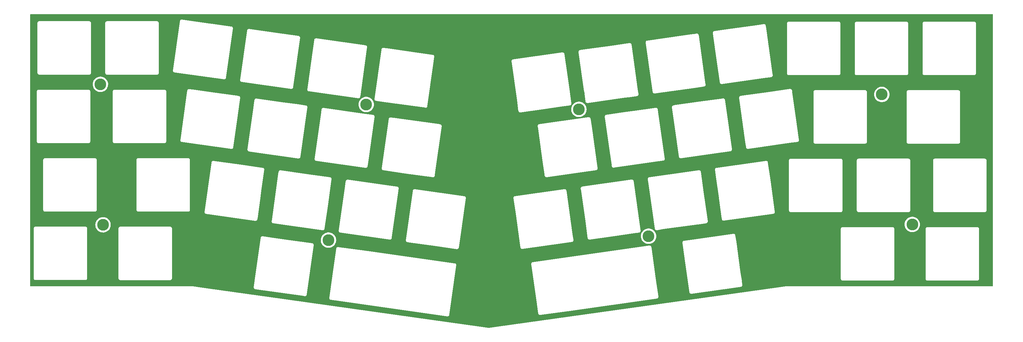
<source format=gbr>
%TF.GenerationSoftware,KiCad,Pcbnew,(5.99.0-9176-ga1730d51ff)*%
%TF.CreationDate,2021-11-18T23:13:55-06:00*%
%TF.ProjectId,Plate,506c6174-652e-46b6-9963-61645f706362,rev?*%
%TF.SameCoordinates,Original*%
%TF.FileFunction,Copper,L1,Top*%
%TF.FilePolarity,Positive*%
%FSLAX46Y46*%
G04 Gerber Fmt 4.6, Leading zero omitted, Abs format (unit mm)*
G04 Created by KiCad (PCBNEW (5.99.0-9176-ga1730d51ff)) date 2021-11-18 23:13:55*
%MOMM*%
%LPD*%
G01*
G04 APERTURE LIST*
%TA.AperFunction,ComponentPad*%
%ADD10C,3.300000*%
%TD*%
G04 APERTURE END LIST*
D10*
X93640000Y-98260000D03*
X29560000Y-54490000D03*
X249120000Y-57330000D03*
X104260000Y-60150000D03*
X183580000Y-97160000D03*
X257680000Y-93860000D03*
X164000000Y-61520000D03*
X30300000Y-93960000D03*
%TA.AperFunction,NonConductor*%
G36*
X280270120Y-34761703D02*
G01*
X280316613Y-34815359D01*
X280327999Y-34867701D01*
X280328000Y-111099300D01*
X280307998Y-111167421D01*
X280254342Y-111213914D01*
X280202000Y-111225300D01*
X262560104Y-111225300D01*
X223243267Y-111225301D01*
X222570511Y-111225301D01*
X222559837Y-111224848D01*
X222549275Y-111223950D01*
X222523439Y-111221753D01*
X222518452Y-111221228D01*
X222490740Y-111217751D01*
X222485260Y-111217847D01*
X222472381Y-111217412D01*
X222468761Y-111217104D01*
X222468759Y-111217104D01*
X222463915Y-111216692D01*
X222459063Y-111217030D01*
X222457290Y-111217017D01*
X222450962Y-111217134D01*
X222443495Y-111215815D01*
X222428507Y-111217465D01*
X222419512Y-111218455D01*
X222407920Y-111219193D01*
X222401474Y-111219305D01*
X222379158Y-111219694D01*
X222370587Y-111222363D01*
X222365771Y-111223139D01*
X222363409Y-111223497D01*
X222360564Y-111223900D01*
X222356089Y-111224212D01*
X222351701Y-111225156D01*
X222351693Y-111225157D01*
X222350710Y-111225368D01*
X222338009Y-111227428D01*
X222329560Y-111228358D01*
X222324860Y-111229629D01*
X222304518Y-111235130D01*
X222298167Y-111236672D01*
X222247592Y-111247550D01*
X222238617Y-111249142D01*
X138754067Y-122952557D01*
X138739252Y-122953749D01*
X138695371Y-122954678D01*
X138690566Y-122955531D01*
X138689440Y-122955642D01*
X138665665Y-122955560D01*
X138663868Y-122955240D01*
X138614466Y-122953552D01*
X138601182Y-122952392D01*
X115059685Y-119634059D01*
X79002137Y-114551504D01*
X93870903Y-114551504D01*
X93874987Y-114580749D01*
X93876197Y-114597830D01*
X93876274Y-114627357D01*
X93878815Y-114635962D01*
X93878815Y-114635964D01*
X93883529Y-114651929D01*
X93887475Y-114670181D01*
X93889777Y-114686668D01*
X93889778Y-114686672D01*
X93891019Y-114695557D01*
X93894704Y-114703738D01*
X93894705Y-114703741D01*
X93903143Y-114722472D01*
X93909100Y-114738531D01*
X93917463Y-114766854D01*
X93922319Y-114774403D01*
X93931323Y-114788401D01*
X93940234Y-114804813D01*
X93950757Y-114828175D01*
X93968407Y-114848805D01*
X93969950Y-114850608D01*
X93980176Y-114864353D01*
X93996148Y-114889184D01*
X94002927Y-114895066D01*
X94002930Y-114895070D01*
X94015501Y-114905978D01*
X94028660Y-114919229D01*
X94039478Y-114931873D01*
X94045315Y-114938695D01*
X94052831Y-114943604D01*
X94070029Y-114954837D01*
X94083707Y-114965163D01*
X94106005Y-114984512D01*
X94114161Y-114988255D01*
X94114166Y-114988258D01*
X94129290Y-114995198D01*
X94145643Y-115004224D01*
X94167091Y-115018233D01*
X94175677Y-115020834D01*
X94175678Y-115020834D01*
X94195346Y-115026791D01*
X94211369Y-115032862D01*
X94221682Y-115037594D01*
X94238202Y-115045175D01*
X94270687Y-115049943D01*
X94273464Y-115050452D01*
X94275431Y-115051048D01*
X94280250Y-115051725D01*
X94280253Y-115051726D01*
X94340865Y-115060245D01*
X94341624Y-115060355D01*
X94379703Y-115065944D01*
X94379709Y-115065944D01*
X94382111Y-115066297D01*
X94382964Y-115066178D01*
X94383188Y-115066194D01*
X127068733Y-119660212D01*
X127069271Y-119660289D01*
X127110189Y-119666297D01*
X127139442Y-119662213D01*
X127156518Y-119661004D01*
X127186050Y-119660927D01*
X127210615Y-119653674D01*
X127228873Y-119649727D01*
X127245357Y-119647426D01*
X127245359Y-119647425D01*
X127254244Y-119646185D01*
X127281176Y-119634054D01*
X127297226Y-119628102D01*
X127325547Y-119619740D01*
X127347086Y-119605886D01*
X127363500Y-119596975D01*
X127378678Y-119590138D01*
X127378680Y-119590136D01*
X127386863Y-119586451D01*
X127393680Y-119580619D01*
X127393683Y-119580617D01*
X127409302Y-119567255D01*
X127423050Y-119557027D01*
X127440325Y-119545916D01*
X127440329Y-119545912D01*
X127447878Y-119541057D01*
X127464671Y-119521706D01*
X127477917Y-119508552D01*
X127497385Y-119491896D01*
X127502294Y-119484381D01*
X127502297Y-119484377D01*
X127513526Y-119467185D01*
X127523852Y-119453507D01*
X127537326Y-119437981D01*
X127537331Y-119437974D01*
X127543208Y-119431201D01*
X127546949Y-119423049D01*
X127546951Y-119423046D01*
X127553895Y-119407913D01*
X127562917Y-119391570D01*
X127576927Y-119370121D01*
X127585488Y-119341862D01*
X127591556Y-119325846D01*
X127600131Y-119307161D01*
X127600132Y-119307156D01*
X127603873Y-119299005D01*
X127605996Y-119284543D01*
X127608639Y-119266537D01*
X127609152Y-119263740D01*
X127609745Y-119261783D01*
X127618919Y-119196525D01*
X127619024Y-119195793D01*
X127624646Y-119157498D01*
X127624646Y-119157492D01*
X127624998Y-119155097D01*
X127624879Y-119154246D01*
X127624896Y-119154012D01*
X129567941Y-105332370D01*
X129568050Y-105331613D01*
X129572693Y-105299977D01*
X129573997Y-105291095D01*
X129569916Y-105261865D01*
X129568706Y-105244777D01*
X129568652Y-105224242D01*
X129568629Y-105215265D01*
X129561370Y-105190676D01*
X129557427Y-105172434D01*
X129555123Y-105155932D01*
X129555122Y-105155930D01*
X129553881Y-105147041D01*
X129550194Y-105138855D01*
X129541760Y-105120132D01*
X129535799Y-105104061D01*
X129529987Y-105084375D01*
X129527446Y-105075766D01*
X129513583Y-105054212D01*
X129504673Y-105037801D01*
X129497830Y-105022610D01*
X129494143Y-105014424D01*
X129474952Y-104991993D01*
X129464727Y-104978249D01*
X129453623Y-104960984D01*
X129453622Y-104960983D01*
X129448766Y-104953433D01*
X129441988Y-104947551D01*
X129441983Y-104947545D01*
X129429402Y-104936627D01*
X129416252Y-104923385D01*
X129415776Y-104922829D01*
X150637020Y-104922829D01*
X150640340Y-104947545D01*
X150641388Y-104955344D01*
X150641666Y-104958171D01*
X150641635Y-104960220D01*
X150642312Y-104965036D01*
X150650829Y-105025654D01*
X150650932Y-105026408D01*
X150656383Y-105066985D01*
X150656731Y-105067768D01*
X150656778Y-105067987D01*
X152061569Y-115065944D01*
X152598817Y-118889563D01*
X152598911Y-118890240D01*
X152604383Y-118930985D01*
X152608029Y-118939193D01*
X152616358Y-118957943D01*
X152622235Y-118974047D01*
X152627945Y-118993767D01*
X152627947Y-118993771D01*
X152630443Y-119002392D01*
X152635260Y-119009968D01*
X152644200Y-119024029D01*
X152653018Y-119040474D01*
X152663430Y-119063913D01*
X152669228Y-119070762D01*
X152669230Y-119070765D01*
X152682494Y-119086432D01*
X152692655Y-119100240D01*
X152708483Y-119125134D01*
X152715235Y-119131056D01*
X152715237Y-119131058D01*
X152727755Y-119142037D01*
X152740842Y-119155355D01*
X152751607Y-119168072D01*
X152751613Y-119168077D01*
X152757410Y-119174925D01*
X152764899Y-119179872D01*
X152764901Y-119179874D01*
X152782025Y-119191186D01*
X152795655Y-119201588D01*
X152817835Y-119221041D01*
X152825973Y-119224827D01*
X152825977Y-119224830D01*
X152841083Y-119231858D01*
X152857376Y-119240964D01*
X152878770Y-119255097D01*
X152887345Y-119257743D01*
X152887351Y-119257746D01*
X152906956Y-119263795D01*
X152922955Y-119269952D01*
X152949711Y-119282401D01*
X152975069Y-119286259D01*
X152993250Y-119290423D01*
X153017755Y-119297985D01*
X153032537Y-119298204D01*
X153047260Y-119298423D01*
X153064334Y-119299841D01*
X153093507Y-119304280D01*
X153126044Y-119299911D01*
X153128879Y-119299632D01*
X153130942Y-119299663D01*
X153196182Y-119290493D01*
X153196259Y-119290483D01*
X153237664Y-119284923D01*
X153238467Y-119284567D01*
X153238699Y-119284518D01*
X160830043Y-118217536D01*
X185923988Y-114690520D01*
X185924707Y-114690422D01*
X185931950Y-114689450D01*
X185956766Y-114686118D01*
X185956768Y-114686118D01*
X185965664Y-114684923D01*
X185992660Y-114672933D01*
X186008745Y-114667062D01*
X186037113Y-114658847D01*
X186058721Y-114645107D01*
X186075183Y-114636281D01*
X186090391Y-114629527D01*
X186090394Y-114629525D01*
X186098594Y-114625883D01*
X186121135Y-114606802D01*
X186134934Y-114596647D01*
X186152275Y-114585620D01*
X186152276Y-114585619D01*
X186159852Y-114580802D01*
X186176738Y-114561547D01*
X186190055Y-114548461D01*
X186202760Y-114537706D01*
X186202761Y-114537704D01*
X186209610Y-114531907D01*
X186225886Y-114507272D01*
X186236279Y-114493654D01*
X186249834Y-114478196D01*
X186249835Y-114478194D01*
X186255753Y-114471446D01*
X186266558Y-114448222D01*
X186275669Y-114431920D01*
X186284842Y-114418035D01*
X186289787Y-114410550D01*
X186298495Y-114382336D01*
X186304646Y-114366354D01*
X186317107Y-114339568D01*
X186320959Y-114314245D01*
X186325130Y-114296035D01*
X186330035Y-114280143D01*
X186330035Y-114280140D01*
X186332681Y-114271568D01*
X186333120Y-114242044D01*
X186334539Y-114224970D01*
X186337631Y-114204643D01*
X186338981Y-114195771D01*
X186334612Y-114163246D01*
X186334334Y-114160420D01*
X186334365Y-114158381D01*
X186333033Y-114148905D01*
X186325175Y-114092972D01*
X186325071Y-114092217D01*
X186324106Y-114085032D01*
X186319617Y-114051615D01*
X186319268Y-114050831D01*
X186319222Y-114050610D01*
X186312958Y-114006025D01*
X185698104Y-109630082D01*
X184377177Y-100228985D01*
X184377073Y-100228229D01*
X184373215Y-100199512D01*
X184371617Y-100187615D01*
X184359637Y-100160645D01*
X184353761Y-100144543D01*
X184348054Y-100124833D01*
X184345557Y-100116208D01*
X184331797Y-100094567D01*
X184322981Y-100078124D01*
X184312571Y-100054687D01*
X184293499Y-100032158D01*
X184283345Y-100018360D01*
X184267517Y-99993466D01*
X184248243Y-99976562D01*
X184235159Y-99963247D01*
X184218590Y-99943675D01*
X184211101Y-99938728D01*
X184211099Y-99938726D01*
X184193975Y-99927414D01*
X184180341Y-99917009D01*
X184158165Y-99897559D01*
X184134916Y-99886742D01*
X184118622Y-99877635D01*
X184104718Y-99868450D01*
X184097230Y-99863503D01*
X184088654Y-99860857D01*
X184088653Y-99860856D01*
X184069031Y-99854801D01*
X184053045Y-99848649D01*
X184026289Y-99836200D01*
X184017413Y-99834849D01*
X184017411Y-99834849D01*
X184000952Y-99832345D01*
X183982751Y-99828177D01*
X183966822Y-99823261D01*
X183966819Y-99823260D01*
X183958246Y-99820615D01*
X183943995Y-99820404D01*
X183928740Y-99820177D01*
X183911664Y-99818758D01*
X183882493Y-99814320D01*
X183852408Y-99818360D01*
X183849958Y-99818689D01*
X183847121Y-99818968D01*
X183845059Y-99818937D01*
X183807295Y-99824245D01*
X183807294Y-99824245D01*
X183795016Y-99825971D01*
X183779954Y-99828088D01*
X183779268Y-99828181D01*
X183738336Y-99833677D01*
X183737533Y-99834034D01*
X183737305Y-99834082D01*
X173570432Y-101263061D01*
X151052012Y-104428080D01*
X151051293Y-104428178D01*
X151046171Y-104428865D01*
X151019233Y-104432482D01*
X151019230Y-104432483D01*
X151010336Y-104433677D01*
X150983337Y-104445669D01*
X150967262Y-104451536D01*
X150938888Y-104459753D01*
X150931311Y-104464571D01*
X150917279Y-104473493D01*
X150900823Y-104482317D01*
X150877406Y-104492718D01*
X150870560Y-104498513D01*
X150870554Y-104498517D01*
X150854858Y-104511804D01*
X150841063Y-104521956D01*
X150816149Y-104537798D01*
X150810231Y-104544546D01*
X150810230Y-104544547D01*
X150799266Y-104557049D01*
X150785945Y-104570140D01*
X150773238Y-104580896D01*
X150773234Y-104580900D01*
X150766390Y-104586694D01*
X150761443Y-104594182D01*
X150761442Y-104594183D01*
X150750111Y-104611333D01*
X150739723Y-104624946D01*
X150720247Y-104647154D01*
X150716462Y-104655290D01*
X150709441Y-104670381D01*
X150700331Y-104686680D01*
X150686213Y-104708050D01*
X150683566Y-104716628D01*
X150683565Y-104716629D01*
X150677505Y-104736264D01*
X150671354Y-104752246D01*
X150658893Y-104779032D01*
X150656095Y-104797431D01*
X150655042Y-104804351D01*
X150650873Y-104822557D01*
X150643319Y-104847032D01*
X150643067Y-104863985D01*
X150642880Y-104876560D01*
X150641462Y-104893630D01*
X150637020Y-104922829D01*
X129415776Y-104922829D01*
X129399585Y-104903905D01*
X129374876Y-104887766D01*
X129361198Y-104877439D01*
X129345695Y-104863985D01*
X129345692Y-104863983D01*
X129338913Y-104858100D01*
X129315614Y-104847407D01*
X129299270Y-104838384D01*
X129285322Y-104829274D01*
X129277808Y-104824366D01*
X129269219Y-104821765D01*
X129269218Y-104821764D01*
X129249563Y-104815811D01*
X129233540Y-104809740D01*
X129206718Y-104797431D01*
X129174244Y-104792663D01*
X129171439Y-104792149D01*
X129169468Y-104791552D01*
X129164646Y-104790874D01*
X129164645Y-104790874D01*
X129131705Y-104786244D01*
X129131704Y-104786244D01*
X129124448Y-104785224D01*
X129104306Y-104782393D01*
X129103785Y-104782318D01*
X129062811Y-104776303D01*
X129061949Y-104776424D01*
X129061716Y-104776407D01*
X104064487Y-101263061D01*
X96375486Y-100182376D01*
X96374727Y-100182267D01*
X96361903Y-100180385D01*
X96334089Y-100176303D01*
X96304852Y-100180386D01*
X96287771Y-100181596D01*
X96258250Y-100181673D01*
X96249648Y-100184213D01*
X96249640Y-100184214D01*
X96233668Y-100188930D01*
X96215419Y-100192876D01*
X96205222Y-100194300D01*
X96190035Y-100196421D01*
X96181855Y-100200106D01*
X96181851Y-100200107D01*
X96163127Y-100208542D01*
X96147053Y-100214504D01*
X96127360Y-100220318D01*
X96127357Y-100220319D01*
X96118752Y-100222860D01*
X96111207Y-100227713D01*
X96111205Y-100227714D01*
X96097195Y-100236726D01*
X96080788Y-100245634D01*
X96057419Y-100256161D01*
X96050598Y-100261997D01*
X96034999Y-100275343D01*
X96021248Y-100285574D01*
X95996421Y-100301544D01*
X95990077Y-100308855D01*
X95979624Y-100320901D01*
X95966374Y-100334059D01*
X95946900Y-100350721D01*
X95933397Y-100371396D01*
X95930762Y-100375430D01*
X95920435Y-100389109D01*
X95901092Y-100411400D01*
X95890398Y-100434704D01*
X95881381Y-100451038D01*
X95867364Y-100472499D01*
X95864763Y-100481087D01*
X95864761Y-100481091D01*
X95858811Y-100500738D01*
X95852738Y-100516768D01*
X95844169Y-100535440D01*
X95844168Y-100535445D01*
X95840427Y-100543596D01*
X95839124Y-100552474D01*
X95835661Y-100576066D01*
X95835146Y-100578873D01*
X95834551Y-100580839D01*
X95833874Y-100585657D01*
X95829244Y-100618601D01*
X95829244Y-100618602D01*
X95826290Y-100639624D01*
X95825411Y-100645875D01*
X95825303Y-100646630D01*
X95821740Y-100670904D01*
X95819303Y-100687505D01*
X95819423Y-100688366D01*
X95819406Y-100688601D01*
X95173836Y-105282209D01*
X93880844Y-114482602D01*
X93877006Y-114509914D01*
X93876898Y-114510664D01*
X93870903Y-114551504D01*
X79002137Y-114551504D01*
X57697880Y-111548525D01*
X72656903Y-111548525D01*
X72658144Y-111557410D01*
X72658144Y-111557415D01*
X72660985Y-111577751D01*
X72662197Y-111594847D01*
X72662274Y-111624357D01*
X72664817Y-111632969D01*
X72669530Y-111648933D01*
X72673475Y-111667178D01*
X72675781Y-111683686D01*
X72675783Y-111683692D01*
X72677024Y-111692578D01*
X72689150Y-111719495D01*
X72695105Y-111735548D01*
X72703463Y-111763854D01*
X72708317Y-111771400D01*
X72708319Y-111771405D01*
X72717331Y-111785416D01*
X72726237Y-111801819D01*
X72733079Y-111817006D01*
X72733081Y-111817009D01*
X72736768Y-111825193D01*
X72755950Y-111847611D01*
X72766184Y-111861366D01*
X72777290Y-111878632D01*
X72782148Y-111886184D01*
X72788925Y-111892065D01*
X72788927Y-111892067D01*
X72801512Y-111902987D01*
X72814669Y-111916236D01*
X72831331Y-111935709D01*
X72856040Y-111951846D01*
X72869717Y-111962171D01*
X72885229Y-111975632D01*
X72885232Y-111975634D01*
X72892006Y-111981512D01*
X72900158Y-111985253D01*
X72900160Y-111985254D01*
X72915302Y-111992202D01*
X72931650Y-112001226D01*
X72953111Y-112015242D01*
X72961703Y-112017844D01*
X72981349Y-112023794D01*
X72997379Y-112029867D01*
X73016040Y-112038430D01*
X73016045Y-112038431D01*
X73024203Y-112042175D01*
X73033083Y-112043478D01*
X73033089Y-112043480D01*
X73056683Y-112046943D01*
X73059486Y-112047457D01*
X73061451Y-112048052D01*
X73066275Y-112048730D01*
X73066276Y-112048730D01*
X73099215Y-112053358D01*
X73126535Y-112057197D01*
X73127236Y-112057297D01*
X73137304Y-112058775D01*
X73165685Y-112062941D01*
X73165688Y-112062941D01*
X73168112Y-112063297D01*
X73168974Y-112063176D01*
X73169208Y-112063193D01*
X86667790Y-113959876D01*
X86976800Y-114003295D01*
X86990243Y-114005184D01*
X86990955Y-114005286D01*
X87031910Y-114011297D01*
X87040797Y-114010056D01*
X87040798Y-114010056D01*
X87047362Y-114009139D01*
X87061158Y-114007213D01*
X87078243Y-114006002D01*
X87089271Y-114005973D01*
X87098796Y-114005948D01*
X87098797Y-114005948D01*
X87107771Y-114005924D01*
X87116381Y-114003382D01*
X87116385Y-114003381D01*
X87132337Y-113998671D01*
X87150588Y-113994724D01*
X87167078Y-113992421D01*
X87167079Y-113992421D01*
X87175963Y-113991180D01*
X87184144Y-113987494D01*
X87184146Y-113987494D01*
X87202887Y-113979052D01*
X87218954Y-113973092D01*
X87247266Y-113964732D01*
X87254812Y-113959878D01*
X87254816Y-113959876D01*
X87268811Y-113950873D01*
X87285221Y-113941962D01*
X87308580Y-113931440D01*
X87331015Y-113912245D01*
X87344763Y-113902016D01*
X87362042Y-113890901D01*
X87362043Y-113890901D01*
X87369594Y-113886043D01*
X87386381Y-113866696D01*
X87399633Y-113853536D01*
X87412279Y-113842716D01*
X87419099Y-113836881D01*
X87424005Y-113829369D01*
X87424008Y-113829366D01*
X87435244Y-113812162D01*
X87445561Y-113798494D01*
X87464920Y-113776183D01*
X87475602Y-113752903D01*
X87484629Y-113736550D01*
X87493726Y-113722622D01*
X87493728Y-113722617D01*
X87498636Y-113715103D01*
X87507194Y-113686846D01*
X87513266Y-113670820D01*
X87521835Y-113652146D01*
X87521836Y-113652141D01*
X87525579Y-113643985D01*
X87530345Y-113611510D01*
X87530856Y-113608722D01*
X87531449Y-113606763D01*
X87540614Y-113541550D01*
X87540723Y-113540792D01*
X87546346Y-113502477D01*
X87546346Y-113502470D01*
X87546698Y-113500075D01*
X87546579Y-113499224D01*
X87546596Y-113498991D01*
X89489028Y-99677753D01*
X89489138Y-99676992D01*
X89493793Y-99645272D01*
X89495097Y-99636390D01*
X89491013Y-99607148D01*
X89489803Y-99590059D01*
X89489726Y-99560545D01*
X89482469Y-99535966D01*
X89478524Y-99517719D01*
X89476220Y-99501225D01*
X89474979Y-99492336D01*
X89462853Y-99465417D01*
X89456896Y-99449356D01*
X89451079Y-99429655D01*
X89448538Y-99421048D01*
X89434676Y-99399497D01*
X89425764Y-99383083D01*
X89418926Y-99367902D01*
X89418923Y-99367898D01*
X89415239Y-99359719D01*
X89396050Y-99337291D01*
X89385824Y-99323548D01*
X89369853Y-99298718D01*
X89363075Y-99292836D01*
X89363072Y-99292833D01*
X89350497Y-99281921D01*
X89337341Y-99268673D01*
X89326516Y-99256022D01*
X89320680Y-99249201D01*
X89313168Y-99244295D01*
X89313166Y-99244293D01*
X89295971Y-99233063D01*
X89282290Y-99222735D01*
X89266776Y-99209272D01*
X89266774Y-99209271D01*
X89259996Y-99203389D01*
X89244850Y-99196439D01*
X89236705Y-99192701D01*
X89220355Y-99183676D01*
X89206418Y-99174573D01*
X89198902Y-99169664D01*
X89170638Y-99161104D01*
X89154630Y-99155038D01*
X89127799Y-99142726D01*
X89118919Y-99141422D01*
X89118917Y-99141422D01*
X89102907Y-99139072D01*
X89095333Y-99137960D01*
X89092529Y-99137447D01*
X89090562Y-99136851D01*
X89025200Y-99127665D01*
X89024707Y-99127594D01*
X89000547Y-99124048D01*
X88986304Y-99121957D01*
X88986300Y-99121957D01*
X88983890Y-99121603D01*
X88983031Y-99121723D01*
X88982806Y-99121707D01*
X82690139Y-98237344D01*
X91476619Y-98237344D01*
X91493560Y-98531158D01*
X91494387Y-98535372D01*
X91494387Y-98535374D01*
X91500221Y-98565112D01*
X91550219Y-98819955D01*
X91551605Y-98824003D01*
X91635304Y-99068466D01*
X91645549Y-99098390D01*
X91678748Y-99164399D01*
X91765706Y-99337294D01*
X91777785Y-99361311D01*
X91867836Y-99492336D01*
X91934999Y-99590059D01*
X91944479Y-99603853D01*
X91947360Y-99607019D01*
X92137218Y-99815670D01*
X92142548Y-99821528D01*
X92158480Y-99834849D01*
X92365035Y-100007556D01*
X92365040Y-100007560D01*
X92368327Y-100010308D01*
X92430627Y-100049389D01*
X92613996Y-100164417D01*
X92614000Y-100164419D01*
X92617636Y-100166700D01*
X92718121Y-100212071D01*
X92881952Y-100286044D01*
X92881956Y-100286046D01*
X92885864Y-100287810D01*
X92953877Y-100307956D01*
X93163934Y-100370178D01*
X93163938Y-100370179D01*
X93168047Y-100371396D01*
X93172281Y-100372044D01*
X93172286Y-100372045D01*
X93454721Y-100415263D01*
X93454723Y-100415263D01*
X93458963Y-100415912D01*
X93608764Y-100418265D01*
X93748938Y-100420468D01*
X93748944Y-100420468D01*
X93753229Y-100420535D01*
X94045399Y-100385178D01*
X94330068Y-100310497D01*
X94334028Y-100308857D01*
X94334033Y-100308855D01*
X94526855Y-100228985D01*
X94601968Y-100197872D01*
X94617271Y-100188930D01*
X94693230Y-100144543D01*
X94856067Y-100049389D01*
X95087664Y-99867794D01*
X95091823Y-99863503D01*
X95271827Y-99677753D01*
X95292473Y-99656448D01*
X95466703Y-99419261D01*
X95607132Y-99160623D01*
X95711161Y-98885320D01*
X95730889Y-98799184D01*
X95775907Y-98602626D01*
X95775908Y-98602621D01*
X95776864Y-98598446D01*
X95800982Y-98328215D01*
X115387003Y-98328215D01*
X115388244Y-98337101D01*
X115388244Y-98337102D01*
X115391087Y-98357454D01*
X115392298Y-98374546D01*
X115392376Y-98404070D01*
X115394918Y-98412677D01*
X115394918Y-98412679D01*
X115399630Y-98428636D01*
X115403578Y-98446891D01*
X115404773Y-98455445D01*
X115407122Y-98472268D01*
X115410811Y-98480457D01*
X115419248Y-98499187D01*
X115425208Y-98515254D01*
X115428638Y-98526868D01*
X115433569Y-98543566D01*
X115438425Y-98551115D01*
X115438426Y-98551117D01*
X115447428Y-98565112D01*
X115456339Y-98581523D01*
X115463175Y-98596698D01*
X115466863Y-98604884D01*
X115472699Y-98611704D01*
X115472699Y-98611705D01*
X115486054Y-98627314D01*
X115496283Y-98641062D01*
X115507398Y-98658341D01*
X115507400Y-98658343D01*
X115512257Y-98665894D01*
X115531613Y-98682690D01*
X115544766Y-98695934D01*
X115561423Y-98715402D01*
X115568935Y-98720308D01*
X115568936Y-98720309D01*
X115586140Y-98731545D01*
X115599818Y-98741871D01*
X115615332Y-98755332D01*
X115622117Y-98761219D01*
X115630278Y-98764964D01*
X115630280Y-98764965D01*
X115645400Y-98771903D01*
X115661751Y-98780929D01*
X115675683Y-98790028D01*
X115675687Y-98790030D01*
X115683202Y-98794938D01*
X115711457Y-98803495D01*
X115727480Y-98809566D01*
X115746155Y-98818135D01*
X115746157Y-98818136D01*
X115754315Y-98821879D01*
X115763193Y-98823182D01*
X115763194Y-98823182D01*
X115776094Y-98825075D01*
X115786785Y-98826644D01*
X115789582Y-98827156D01*
X115791542Y-98827750D01*
X115819314Y-98831653D01*
X115856854Y-98836929D01*
X115857609Y-98837038D01*
X115891116Y-98841954D01*
X115898225Y-98842997D01*
X115899076Y-98842878D01*
X115899309Y-98842895D01*
X124044610Y-99987549D01*
X129693306Y-100781357D01*
X129693309Y-100781357D01*
X129720739Y-100785212D01*
X129721471Y-100785317D01*
X129744840Y-100788746D01*
X129762224Y-100791297D01*
X129771109Y-100790056D01*
X129771114Y-100790056D01*
X129791450Y-100787215D01*
X129808546Y-100786003D01*
X129838060Y-100785926D01*
X129862641Y-100778668D01*
X129880888Y-100774722D01*
X129906277Y-100771176D01*
X129914460Y-100767489D01*
X129914462Y-100767489D01*
X129933187Y-100759054D01*
X129949255Y-100753094D01*
X129968944Y-100747280D01*
X129968950Y-100747277D01*
X129977556Y-100744736D01*
X129985101Y-100739883D01*
X129985105Y-100739881D01*
X129999113Y-100730870D01*
X130015518Y-100721962D01*
X130038892Y-100711432D01*
X130061313Y-100692248D01*
X130075064Y-100682016D01*
X130075358Y-100681827D01*
X130099886Y-100666050D01*
X130105766Y-100659273D01*
X130105769Y-100659271D01*
X130116686Y-100646689D01*
X130129936Y-100633531D01*
X130142585Y-100622708D01*
X130149408Y-100616870D01*
X130154319Y-100609351D01*
X130165547Y-100592160D01*
X130175872Y-100578483D01*
X130189326Y-100562977D01*
X130189327Y-100562975D01*
X130195213Y-100556192D01*
X130205901Y-100532901D01*
X130214925Y-100516552D01*
X130224034Y-100502605D01*
X130228942Y-100495090D01*
X130237498Y-100466839D01*
X130243567Y-100450819D01*
X130252132Y-100432154D01*
X130252133Y-100432151D01*
X130255876Y-100423994D01*
X130257179Y-100415116D01*
X130257181Y-100415109D01*
X130260644Y-100391514D01*
X130261157Y-100388714D01*
X130261752Y-100386749D01*
X130266814Y-100350721D01*
X130270900Y-100321645D01*
X130271009Y-100320881D01*
X130276191Y-100285574D01*
X130276997Y-100280085D01*
X130276877Y-100279224D01*
X130276894Y-100278989D01*
X130519941Y-98549246D01*
X132218910Y-86457871D01*
X132218969Y-86457457D01*
X132224997Y-86416389D01*
X132220913Y-86387143D01*
X132220415Y-86380121D01*
X145627020Y-86380121D01*
X145628214Y-86389011D01*
X145628214Y-86389015D01*
X145631388Y-86412645D01*
X145631666Y-86415472D01*
X145631635Y-86417521D01*
X145637328Y-86458037D01*
X145640810Y-86482815D01*
X145640906Y-86483511D01*
X145646381Y-86524278D01*
X145646729Y-86525062D01*
X145646777Y-86525290D01*
X146258235Y-90876963D01*
X147586205Y-100327974D01*
X147588786Y-100346342D01*
X147588891Y-100347103D01*
X147592241Y-100372045D01*
X147594380Y-100387974D01*
X147598024Y-100396178D01*
X147606362Y-100414952D01*
X147612238Y-100431054D01*
X147620444Y-100459393D01*
X147625260Y-100466967D01*
X147625261Y-100466970D01*
X147634196Y-100481022D01*
X147643015Y-100497469D01*
X147653423Y-100520903D01*
X147672495Y-100543432D01*
X147682648Y-100557230D01*
X147698484Y-100582136D01*
X147717758Y-100599040D01*
X147730842Y-100612356D01*
X147741600Y-100625065D01*
X147741606Y-100625070D01*
X147747402Y-100631917D01*
X147769182Y-100646306D01*
X147772020Y-100648181D01*
X147785646Y-100658580D01*
X147801087Y-100672123D01*
X147801091Y-100672126D01*
X147807837Y-100678042D01*
X147831090Y-100688862D01*
X147847372Y-100697963D01*
X147868760Y-100712092D01*
X147877337Y-100714739D01*
X147877341Y-100714741D01*
X147896959Y-100720795D01*
X147912947Y-100726948D01*
X147939712Y-100739401D01*
X147964084Y-100743109D01*
X147965049Y-100743256D01*
X147983250Y-100747425D01*
X147999159Y-100752335D01*
X147999167Y-100752336D01*
X148007743Y-100754983D01*
X148037252Y-100755421D01*
X148054321Y-100756840D01*
X148083508Y-100761281D01*
X148092406Y-100760086D01*
X148092407Y-100760086D01*
X148116046Y-100756912D01*
X148118881Y-100756633D01*
X148120930Y-100756664D01*
X148158693Y-100751357D01*
X148158696Y-100751357D01*
X148176868Y-100748803D01*
X148186043Y-100747514D01*
X148186724Y-100747420D01*
X148207245Y-100744665D01*
X148225231Y-100742250D01*
X148225233Y-100742250D01*
X148227665Y-100741923D01*
X148228462Y-100741569D01*
X148228695Y-100741520D01*
X149320771Y-100588051D01*
X151216502Y-100321645D01*
X162022694Y-98803057D01*
X162022696Y-98803056D01*
X162049900Y-98799233D01*
X162050596Y-98799138D01*
X162062502Y-98797539D01*
X162082768Y-98794818D01*
X162082770Y-98794817D01*
X162091665Y-98793623D01*
X162099868Y-98789980D01*
X162099870Y-98789979D01*
X162118658Y-98781634D01*
X162134751Y-98775761D01*
X162163101Y-98767552D01*
X162184725Y-98753802D01*
X162201164Y-98744989D01*
X162224595Y-98734582D01*
X162247134Y-98715503D01*
X162260934Y-98705348D01*
X162278267Y-98694327D01*
X162278269Y-98694325D01*
X162285842Y-98689510D01*
X162302735Y-98670248D01*
X162316051Y-98657164D01*
X162335611Y-98640606D01*
X162340560Y-98633115D01*
X162340562Y-98633113D01*
X162351891Y-98615966D01*
X162362286Y-98602346D01*
X162375825Y-98586907D01*
X162381746Y-98580156D01*
X162392556Y-98556923D01*
X162401659Y-98540635D01*
X162415788Y-98519249D01*
X162418435Y-98510671D01*
X162418437Y-98510668D01*
X162424496Y-98491035D01*
X162430647Y-98475051D01*
X162443103Y-98448279D01*
X162446956Y-98422952D01*
X162451125Y-98404751D01*
X162456035Y-98388842D01*
X162456035Y-98388840D01*
X162458681Y-98380267D01*
X162459120Y-98350745D01*
X162460540Y-98333670D01*
X162463630Y-98313358D01*
X162463630Y-98313355D01*
X162464980Y-98304482D01*
X162462668Y-98287263D01*
X162460612Y-98271961D01*
X162460334Y-98269132D01*
X162460365Y-98267080D01*
X162451161Y-98201570D01*
X162451085Y-98201023D01*
X162445941Y-98162723D01*
X162445941Y-98162722D01*
X162445619Y-98160326D01*
X162445270Y-98159542D01*
X162445222Y-98159314D01*
X162439321Y-98117315D01*
X162237768Y-96682876D01*
X160503181Y-84337927D01*
X160503093Y-84337293D01*
X160497617Y-84296522D01*
X160493975Y-84288324D01*
X160493974Y-84288319D01*
X160485639Y-84269556D01*
X160479764Y-84253460D01*
X160471555Y-84225107D01*
X160457801Y-84203475D01*
X160448980Y-84187025D01*
X160438573Y-84163594D01*
X160432776Y-84156746D01*
X160432774Y-84156743D01*
X160419510Y-84141076D01*
X160409347Y-84127266D01*
X160398332Y-84109941D01*
X160393515Y-84102365D01*
X160374240Y-84085460D01*
X160361163Y-84072153D01*
X160344594Y-84052581D01*
X160337108Y-84047635D01*
X160337105Y-84047633D01*
X160319977Y-84036318D01*
X160306346Y-84025915D01*
X160284163Y-84006459D01*
X160276025Y-84002673D01*
X160276021Y-84002670D01*
X160260917Y-83995643D01*
X160244624Y-83986537D01*
X160223235Y-83972407D01*
X160195046Y-83963708D01*
X160179046Y-83957550D01*
X160178477Y-83957285D01*
X160152287Y-83945099D01*
X160126943Y-83941243D01*
X160108744Y-83937075D01*
X160092828Y-83932163D01*
X160092825Y-83932162D01*
X160084252Y-83929517D01*
X160054749Y-83929079D01*
X160037671Y-83927659D01*
X160017367Y-83924570D01*
X160017364Y-83924570D01*
X160008491Y-83923220D01*
X159999600Y-83924414D01*
X159999597Y-83924414D01*
X159975972Y-83927587D01*
X159973123Y-83927867D01*
X159971065Y-83927836D01*
X159966249Y-83928513D01*
X159966246Y-83928513D01*
X159905899Y-83936994D01*
X159905139Y-83937098D01*
X159864334Y-83942578D01*
X159863539Y-83942931D01*
X159863307Y-83942980D01*
X146041900Y-85885394D01*
X146041140Y-85885498D01*
X146000335Y-85890978D01*
X145992129Y-85894623D01*
X145992128Y-85894623D01*
X145973353Y-85902962D01*
X145957254Y-85908837D01*
X145937516Y-85914552D01*
X145937512Y-85914554D01*
X145928895Y-85917049D01*
X145914088Y-85926464D01*
X145907279Y-85930793D01*
X145890823Y-85939617D01*
X145867405Y-85950018D01*
X145851913Y-85963132D01*
X145844872Y-85969092D01*
X145831074Y-85979246D01*
X145813728Y-85990276D01*
X145813724Y-85990279D01*
X145806155Y-85995092D01*
X145800242Y-86001835D01*
X145800239Y-86001837D01*
X145789259Y-86014357D01*
X145775939Y-86027445D01*
X145765809Y-86036021D01*
X145756389Y-86043995D01*
X145751440Y-86051486D01*
X145751438Y-86051488D01*
X145740113Y-86068629D01*
X145729718Y-86082249D01*
X145710251Y-86104447D01*
X145706463Y-86112590D01*
X145699445Y-86127674D01*
X145690333Y-86143978D01*
X145676212Y-86165351D01*
X145667528Y-86193487D01*
X145667505Y-86193563D01*
X145661352Y-86209550D01*
X145661310Y-86209641D01*
X145648896Y-86236325D01*
X145647546Y-86245200D01*
X145645043Y-86261653D01*
X145640875Y-86279853D01*
X145633319Y-86304334D01*
X145632909Y-86331918D01*
X145632880Y-86333855D01*
X145631462Y-86350924D01*
X145627020Y-86380121D01*
X132220415Y-86380121D01*
X132219702Y-86370053D01*
X132219648Y-86349505D01*
X132219648Y-86349504D01*
X132219624Y-86340530D01*
X132217081Y-86331918D01*
X132212370Y-86315962D01*
X132208423Y-86297710D01*
X132208139Y-86295679D01*
X132204879Y-86272335D01*
X132192753Y-86245415D01*
X132186794Y-86229350D01*
X132180974Y-86209641D01*
X132180973Y-86209639D01*
X132178432Y-86201034D01*
X132173580Y-86193491D01*
X132173578Y-86193487D01*
X132164571Y-86179485D01*
X132155661Y-86163076D01*
X132148826Y-86147903D01*
X132148825Y-86147901D01*
X132145139Y-86139719D01*
X132125947Y-86117288D01*
X132115717Y-86103538D01*
X132104605Y-86086262D01*
X132104599Y-86086255D01*
X132099743Y-86078706D01*
X132088130Y-86068629D01*
X132080394Y-86061917D01*
X132067235Y-86048666D01*
X132056415Y-86036021D01*
X132050579Y-86029200D01*
X132043068Y-86024294D01*
X132043063Y-86024290D01*
X132025862Y-86013056D01*
X132012187Y-86002733D01*
X131996666Y-85989265D01*
X131996663Y-85989263D01*
X131989884Y-85983381D01*
X131966598Y-85972696D01*
X131950242Y-85963668D01*
X131936320Y-85954575D01*
X131928801Y-85949664D01*
X131900551Y-85941108D01*
X131884533Y-85935039D01*
X131865844Y-85926464D01*
X131865839Y-85926463D01*
X131857685Y-85922721D01*
X131848806Y-85921418D01*
X131848803Y-85921417D01*
X131825204Y-85917953D01*
X131822410Y-85917441D01*
X131820461Y-85916851D01*
X131815656Y-85916176D01*
X131815653Y-85916175D01*
X131755272Y-85907689D01*
X131754516Y-85907580D01*
X131723044Y-85902962D01*
X131713776Y-85901602D01*
X131712922Y-85901722D01*
X131712688Y-85901705D01*
X117918698Y-83963144D01*
X117904267Y-83961116D01*
X117891287Y-83959292D01*
X117890566Y-83959188D01*
X117858658Y-83954505D01*
X117858653Y-83954505D01*
X117849775Y-83953202D01*
X117840890Y-83954443D01*
X117840884Y-83954443D01*
X117820541Y-83957285D01*
X117803444Y-83958497D01*
X117773943Y-83958574D01*
X117749365Y-83965831D01*
X117731118Y-83969777D01*
X117705722Y-83973324D01*
X117678805Y-83985450D01*
X117662752Y-83991405D01*
X117634446Y-83999763D01*
X117626900Y-84004617D01*
X117626895Y-84004619D01*
X117612884Y-84013631D01*
X117596481Y-84022537D01*
X117581294Y-84029379D01*
X117581291Y-84029381D01*
X117573107Y-84033068D01*
X117556230Y-84047509D01*
X117550686Y-84052252D01*
X117536935Y-84062483D01*
X117521909Y-84072149D01*
X117512116Y-84078448D01*
X117506233Y-84085228D01*
X117495315Y-84097809D01*
X117482073Y-84110960D01*
X117462591Y-84127630D01*
X117457682Y-84135146D01*
X117457678Y-84135151D01*
X117446450Y-84152343D01*
X117436122Y-84166024D01*
X117416788Y-84188305D01*
X117413046Y-84196459D01*
X117413045Y-84196461D01*
X117406098Y-84211601D01*
X117397074Y-84227949D01*
X117383058Y-84249410D01*
X117380456Y-84258002D01*
X117374506Y-84277648D01*
X117368433Y-84293678D01*
X117359869Y-84312340D01*
X117359867Y-84312348D01*
X117356125Y-84320502D01*
X117353549Y-84338052D01*
X117351359Y-84352973D01*
X117350845Y-84355780D01*
X117350248Y-84357751D01*
X117349571Y-84362567D01*
X117349570Y-84362573D01*
X117341105Y-84422820D01*
X117340995Y-84423585D01*
X117335003Y-84464411D01*
X117335124Y-84465274D01*
X117335107Y-84465507D01*
X115396942Y-98259315D01*
X115395166Y-98271961D01*
X115393123Y-98286499D01*
X115393030Y-98287152D01*
X115387003Y-98328215D01*
X95800982Y-98328215D01*
X95803026Y-98305309D01*
X95803500Y-98260000D01*
X95802247Y-98241624D01*
X95783775Y-97970656D01*
X95783774Y-97970650D01*
X95783483Y-97966379D01*
X95780600Y-97952455D01*
X95732451Y-97719955D01*
X95723802Y-97678192D01*
X95625562Y-97400771D01*
X95510838Y-97178497D01*
X95492546Y-97143056D01*
X95492546Y-97143055D01*
X95490581Y-97139249D01*
X95486241Y-97133073D01*
X95323822Y-96901975D01*
X95323821Y-96901974D01*
X95321355Y-96898465D01*
X95121018Y-96682876D01*
X95108178Y-96672366D01*
X94931247Y-96527551D01*
X94893275Y-96496471D01*
X94642341Y-96342699D01*
X94638405Y-96340971D01*
X94376787Y-96226128D01*
X94376783Y-96226127D01*
X94372859Y-96224404D01*
X94089817Y-96143778D01*
X94085575Y-96143174D01*
X94085569Y-96143173D01*
X93802702Y-96102915D01*
X93798451Y-96102310D01*
X93643314Y-96101498D01*
X93508439Y-96100791D01*
X93508433Y-96100791D01*
X93504153Y-96100769D01*
X93499909Y-96101328D01*
X93499905Y-96101328D01*
X93394059Y-96115263D01*
X93212368Y-96139183D01*
X93208228Y-96140316D01*
X93208226Y-96140316D01*
X93191269Y-96144955D01*
X92928497Y-96216842D01*
X92657792Y-96332307D01*
X92505416Y-96423503D01*
X92408943Y-96481240D01*
X92408939Y-96481243D01*
X92405261Y-96483444D01*
X92175579Y-96667454D01*
X92105030Y-96741797D01*
X91982748Y-96870656D01*
X91972995Y-96880933D01*
X91801257Y-97119931D01*
X91799248Y-97123726D01*
X91799247Y-97123727D01*
X91778726Y-97162485D01*
X91663544Y-97380025D01*
X91562405Y-97656403D01*
X91499709Y-97943949D01*
X91499373Y-97948219D01*
X91485847Y-98120094D01*
X91476619Y-98237344D01*
X82690139Y-98237344D01*
X77402113Y-97494172D01*
X75161324Y-97179255D01*
X75160975Y-97179204D01*
X75120088Y-97173203D01*
X75090846Y-97177287D01*
X75073764Y-97178497D01*
X75044244Y-97178574D01*
X75019665Y-97185831D01*
X75001419Y-97189776D01*
X74976035Y-97193321D01*
X74967854Y-97197007D01*
X74967852Y-97197007D01*
X74949121Y-97205445D01*
X74933053Y-97211404D01*
X74904747Y-97219762D01*
X74897200Y-97224617D01*
X74897199Y-97224617D01*
X74883192Y-97233627D01*
X74866780Y-97242538D01*
X74843418Y-97253062D01*
X74836597Y-97258898D01*
X74820994Y-97272248D01*
X74807248Y-97282475D01*
X74782417Y-97298447D01*
X74776537Y-97305224D01*
X74776534Y-97305226D01*
X74765622Y-97317802D01*
X74752366Y-97330966D01*
X74732900Y-97347621D01*
X74727991Y-97355137D01*
X74716758Y-97372335D01*
X74706433Y-97386011D01*
X74692975Y-97401521D01*
X74692973Y-97401524D01*
X74687089Y-97408305D01*
X74683344Y-97416466D01*
X74676401Y-97431595D01*
X74667380Y-97447937D01*
X74653363Y-97469399D01*
X74650762Y-97477988D01*
X74650759Y-97477994D01*
X74644807Y-97497647D01*
X74638735Y-97513674D01*
X74630168Y-97532342D01*
X74630166Y-97532349D01*
X74626425Y-97540501D01*
X74625122Y-97549379D01*
X74621658Y-97572982D01*
X74621146Y-97575777D01*
X74620551Y-97577739D01*
X74619873Y-97582561D01*
X74619872Y-97582567D01*
X74615244Y-97615500D01*
X74615243Y-97615503D01*
X74611412Y-97642766D01*
X74611302Y-97643530D01*
X74605657Y-97681992D01*
X74605656Y-97682004D01*
X74605303Y-97684410D01*
X74605423Y-97685266D01*
X74605406Y-97685497D01*
X72925412Y-109639720D01*
X72666843Y-111479603D01*
X72666843Y-111479610D01*
X72662984Y-111507068D01*
X72662875Y-111507825D01*
X72658206Y-111539644D01*
X72656903Y-111548525D01*
X57697880Y-111548525D01*
X55565510Y-111247953D01*
X55555047Y-111246024D01*
X55518931Y-111237777D01*
X55514101Y-111236573D01*
X55491279Y-111230404D01*
X55491273Y-111230403D01*
X55486942Y-111229232D01*
X55482405Y-111228677D01*
X55481642Y-111228583D01*
X55468917Y-111226357D01*
X55465509Y-111225579D01*
X55465504Y-111225578D01*
X55460764Y-111224496D01*
X55455905Y-111224155D01*
X55454520Y-111223950D01*
X55447813Y-111223132D01*
X55440676Y-111220807D01*
X55431704Y-111220534D01*
X55419840Y-111220173D01*
X55416383Y-111220068D01*
X55404910Y-111219193D01*
X55385080Y-111216766D01*
X55385077Y-111216766D01*
X55376169Y-111215676D01*
X55367311Y-111217130D01*
X55363791Y-111217202D01*
X55361358Y-111217228D01*
X55357213Y-111217233D01*
X55352752Y-111216920D01*
X55348287Y-111217243D01*
X55348274Y-111217243D01*
X55347387Y-111217307D01*
X55334485Y-111217577D01*
X55330978Y-111217471D01*
X55330977Y-111217471D01*
X55326107Y-111217323D01*
X55321281Y-111217925D01*
X55321274Y-111217925D01*
X55300205Y-111220552D01*
X55293711Y-111221191D01*
X55241485Y-111224970D01*
X55232392Y-111225299D01*
X54993257Y-111225299D01*
X18914664Y-111225300D01*
X9970000Y-111225300D01*
X9901879Y-111205298D01*
X9880835Y-111181012D01*
X9886990Y-95051922D01*
X10817746Y-95051922D01*
X10817984Y-95052754D01*
X10818000Y-95052992D01*
X10818000Y-109009922D01*
X10817998Y-109010692D01*
X10817746Y-109051922D01*
X10820212Y-109060550D01*
X10820212Y-109060551D01*
X10825859Y-109080313D01*
X10829436Y-109097070D01*
X10832301Y-109117070D01*
X10833620Y-109126282D01*
X10837335Y-109134452D01*
X10837336Y-109134456D01*
X10844224Y-109149605D01*
X10850673Y-109167133D01*
X10855248Y-109183142D01*
X10855251Y-109183149D01*
X10857716Y-109191774D01*
X10873472Y-109216745D01*
X10881605Y-109231819D01*
X10893822Y-109258689D01*
X10906510Y-109273414D01*
X10910550Y-109278103D01*
X10921654Y-109293110D01*
X10935331Y-109314786D01*
X10956116Y-109333142D01*
X10957453Y-109334323D01*
X10969500Y-109346519D01*
X10982905Y-109362077D01*
X10982909Y-109362080D01*
X10988766Y-109368878D01*
X10996295Y-109373758D01*
X10996296Y-109373759D01*
X11010271Y-109382817D01*
X11025145Y-109394107D01*
X11044351Y-109411069D01*
X11071077Y-109423617D01*
X11086048Y-109431933D01*
X11110821Y-109447990D01*
X11119425Y-109450563D01*
X11119427Y-109450564D01*
X11135377Y-109455334D01*
X11152822Y-109461996D01*
X11167887Y-109469069D01*
X11167889Y-109469069D01*
X11176013Y-109472884D01*
X11184877Y-109474264D01*
X11184886Y-109474267D01*
X11205180Y-109477427D01*
X11221891Y-109481208D01*
X11241572Y-109487093D01*
X11241575Y-109487093D01*
X11250174Y-109489665D01*
X11259146Y-109489720D01*
X11259147Y-109489720D01*
X11282998Y-109489866D01*
X11285838Y-109489984D01*
X11287865Y-109490300D01*
X11353622Y-109490300D01*
X11354392Y-109490302D01*
X11395622Y-109490554D01*
X11396454Y-109490316D01*
X11396692Y-109490300D01*
X25353622Y-109490300D01*
X25354392Y-109490302D01*
X25395622Y-109490554D01*
X25404251Y-109488088D01*
X25424013Y-109482441D01*
X25440770Y-109478864D01*
X25461097Y-109475953D01*
X25461100Y-109475952D01*
X25469982Y-109474680D01*
X25478152Y-109470965D01*
X25478156Y-109470964D01*
X25493305Y-109464076D01*
X25510833Y-109457627D01*
X25526842Y-109453052D01*
X25526849Y-109453049D01*
X25535474Y-109450584D01*
X25560445Y-109434828D01*
X25575519Y-109426695D01*
X25602389Y-109414478D01*
X25621803Y-109397750D01*
X25636810Y-109386646D01*
X25658486Y-109372969D01*
X25678026Y-109350844D01*
X25690219Y-109338800D01*
X25705777Y-109325395D01*
X25705780Y-109325391D01*
X25712578Y-109319534D01*
X25721874Y-109305193D01*
X25726517Y-109298029D01*
X25737807Y-109283155D01*
X25748826Y-109270678D01*
X25754769Y-109263949D01*
X25767317Y-109237223D01*
X25775633Y-109222252D01*
X25791690Y-109197479D01*
X25795734Y-109183956D01*
X25799034Y-109172923D01*
X25805696Y-109155478D01*
X25812769Y-109140413D01*
X25812769Y-109140411D01*
X25816584Y-109132287D01*
X25817964Y-109123423D01*
X25817967Y-109123414D01*
X25821127Y-109103120D01*
X25824908Y-109086409D01*
X25830793Y-109066728D01*
X25830793Y-109066725D01*
X25833365Y-109058126D01*
X25833420Y-109049153D01*
X25833566Y-109025302D01*
X25833684Y-109022462D01*
X25834000Y-109020435D01*
X25834000Y-108954678D01*
X25834002Y-108953908D01*
X25834239Y-108915117D01*
X25834254Y-108912678D01*
X25834016Y-108911846D01*
X25834000Y-108911608D01*
X25834000Y-94954678D01*
X25834002Y-94953908D01*
X25834056Y-94944995D01*
X25834254Y-94912678D01*
X25831788Y-94904049D01*
X25826141Y-94884287D01*
X25822564Y-94867530D01*
X25819653Y-94847203D01*
X25819652Y-94847200D01*
X25818380Y-94838318D01*
X25814665Y-94830148D01*
X25814664Y-94830144D01*
X25807776Y-94814995D01*
X25801327Y-94797467D01*
X25796752Y-94781458D01*
X25796749Y-94781451D01*
X25794284Y-94772826D01*
X25778528Y-94747855D01*
X25770395Y-94732781D01*
X25758178Y-94705911D01*
X25741450Y-94686497D01*
X25730346Y-94671490D01*
X25716669Y-94649814D01*
X25694544Y-94630274D01*
X25682500Y-94618081D01*
X25669095Y-94602523D01*
X25669091Y-94602520D01*
X25663234Y-94595722D01*
X25649547Y-94586850D01*
X25641729Y-94581783D01*
X25626855Y-94570493D01*
X25622730Y-94566850D01*
X25607649Y-94553531D01*
X25580923Y-94540983D01*
X25565952Y-94532667D01*
X25541179Y-94516610D01*
X25532575Y-94514037D01*
X25532573Y-94514036D01*
X25516623Y-94509266D01*
X25499178Y-94502604D01*
X25484113Y-94495531D01*
X25484111Y-94495531D01*
X25475987Y-94491716D01*
X25467123Y-94490336D01*
X25467114Y-94490333D01*
X25446820Y-94487173D01*
X25430109Y-94483392D01*
X25410428Y-94477507D01*
X25410425Y-94477507D01*
X25401826Y-94474935D01*
X25392854Y-94474880D01*
X25392853Y-94474880D01*
X25369002Y-94474734D01*
X25366162Y-94474616D01*
X25364135Y-94474300D01*
X25298378Y-94474300D01*
X25297608Y-94474298D01*
X25297052Y-94474295D01*
X25256378Y-94474046D01*
X25255546Y-94474284D01*
X25255308Y-94474300D01*
X11298378Y-94474300D01*
X11297608Y-94474298D01*
X11297352Y-94474296D01*
X11256378Y-94474046D01*
X11247750Y-94476512D01*
X11247749Y-94476512D01*
X11227987Y-94482159D01*
X11211230Y-94485736D01*
X11190903Y-94488647D01*
X11190900Y-94488648D01*
X11182018Y-94489920D01*
X11173848Y-94493635D01*
X11173844Y-94493636D01*
X11158695Y-94500524D01*
X11141167Y-94506973D01*
X11125158Y-94511548D01*
X11125151Y-94511551D01*
X11116526Y-94514016D01*
X11091555Y-94529772D01*
X11076481Y-94537905D01*
X11049611Y-94550122D01*
X11030710Y-94566408D01*
X11030197Y-94566850D01*
X11015190Y-94577954D01*
X10993514Y-94591631D01*
X10974296Y-94613392D01*
X10973977Y-94613753D01*
X10961781Y-94625800D01*
X10946223Y-94639205D01*
X10946220Y-94639209D01*
X10939422Y-94645066D01*
X10934542Y-94652595D01*
X10934541Y-94652596D01*
X10925483Y-94666571D01*
X10914193Y-94681445D01*
X10897231Y-94700651D01*
X10884683Y-94727377D01*
X10876367Y-94742348D01*
X10860310Y-94767121D01*
X10857737Y-94775725D01*
X10857736Y-94775727D01*
X10852966Y-94791677D01*
X10846304Y-94809122D01*
X10839231Y-94824187D01*
X10835416Y-94832313D01*
X10834036Y-94841177D01*
X10834033Y-94841186D01*
X10830873Y-94861480D01*
X10827092Y-94878191D01*
X10821207Y-94897872D01*
X10818635Y-94906474D01*
X10818580Y-94915446D01*
X10818580Y-94915447D01*
X10818434Y-94939298D01*
X10818316Y-94942138D01*
X10818000Y-94944165D01*
X10818000Y-95009922D01*
X10817998Y-95010692D01*
X10817746Y-95051922D01*
X9886990Y-95051922D01*
X9887415Y-93937344D01*
X28136619Y-93937344D01*
X28153560Y-94231158D01*
X28210219Y-94519955D01*
X28219276Y-94546408D01*
X28303251Y-94791677D01*
X28305549Y-94798390D01*
X28340323Y-94867530D01*
X28434133Y-95054049D01*
X28437785Y-95061311D01*
X28521414Y-95182992D01*
X28571899Y-95256448D01*
X28604479Y-95303853D01*
X28634610Y-95336966D01*
X28782337Y-95499316D01*
X28802548Y-95521528D01*
X28826623Y-95541658D01*
X29025035Y-95707556D01*
X29025040Y-95707560D01*
X29028327Y-95710308D01*
X29134455Y-95776882D01*
X29273996Y-95864417D01*
X29274000Y-95864419D01*
X29277636Y-95866700D01*
X29357987Y-95902980D01*
X29541952Y-95986044D01*
X29541956Y-95986046D01*
X29545864Y-95987810D01*
X29549984Y-95989030D01*
X29549983Y-95989030D01*
X29823934Y-96070178D01*
X29823938Y-96070179D01*
X29828047Y-96071396D01*
X29832281Y-96072044D01*
X29832286Y-96072045D01*
X30114721Y-96115263D01*
X30114723Y-96115263D01*
X30118963Y-96115912D01*
X30268764Y-96118265D01*
X30408938Y-96120468D01*
X30408944Y-96120468D01*
X30413229Y-96120535D01*
X30705399Y-96085178D01*
X30990068Y-96010497D01*
X30994028Y-96008857D01*
X30994033Y-96008855D01*
X31140405Y-95948225D01*
X31261968Y-95897872D01*
X31277100Y-95889030D01*
X31342745Y-95850670D01*
X31516067Y-95749389D01*
X31747664Y-95567794D01*
X31773407Y-95541230D01*
X31949491Y-95359525D01*
X31952473Y-95356448D01*
X32126703Y-95119261D01*
X32152406Y-95071922D01*
X34647746Y-95071922D01*
X34647984Y-95072754D01*
X34648000Y-95072992D01*
X34648000Y-109029922D01*
X34647998Y-109030692D01*
X34647746Y-109071922D01*
X34650212Y-109080550D01*
X34650212Y-109080551D01*
X34655859Y-109100313D01*
X34659436Y-109117070D01*
X34661616Y-109132287D01*
X34663620Y-109146282D01*
X34667335Y-109154452D01*
X34667336Y-109154456D01*
X34674224Y-109169605D01*
X34680673Y-109187133D01*
X34685248Y-109203142D01*
X34685251Y-109203149D01*
X34687716Y-109211774D01*
X34703472Y-109236745D01*
X34711605Y-109251819D01*
X34723822Y-109278689D01*
X34736252Y-109293115D01*
X34740550Y-109298103D01*
X34751654Y-109313110D01*
X34765331Y-109334786D01*
X34787092Y-109354004D01*
X34787453Y-109354323D01*
X34799500Y-109366519D01*
X34812905Y-109382077D01*
X34812909Y-109382080D01*
X34818766Y-109388878D01*
X34826295Y-109393758D01*
X34826296Y-109393759D01*
X34840271Y-109402817D01*
X34855145Y-109414107D01*
X34874351Y-109431069D01*
X34901077Y-109443617D01*
X34916048Y-109451933D01*
X34940821Y-109467990D01*
X34949425Y-109470563D01*
X34949427Y-109470564D01*
X34965377Y-109475334D01*
X34982822Y-109481996D01*
X34997887Y-109489069D01*
X34997889Y-109489069D01*
X35006013Y-109492884D01*
X35014877Y-109494264D01*
X35014886Y-109494267D01*
X35035180Y-109497427D01*
X35051891Y-109501208D01*
X35071572Y-109507093D01*
X35071575Y-109507093D01*
X35080174Y-109509665D01*
X35089146Y-109509720D01*
X35089147Y-109509720D01*
X35112998Y-109509866D01*
X35115838Y-109509984D01*
X35117865Y-109510300D01*
X35183622Y-109510300D01*
X35184392Y-109510302D01*
X35225622Y-109510554D01*
X35226454Y-109510316D01*
X35226692Y-109510300D01*
X49183622Y-109510300D01*
X49184392Y-109510302D01*
X49225622Y-109510554D01*
X49234251Y-109508088D01*
X49254013Y-109502441D01*
X49270770Y-109498864D01*
X49291097Y-109495953D01*
X49291100Y-109495952D01*
X49299982Y-109494680D01*
X49308152Y-109490965D01*
X49308156Y-109490964D01*
X49323305Y-109484076D01*
X49340833Y-109477627D01*
X49356842Y-109473052D01*
X49356849Y-109473049D01*
X49365474Y-109470584D01*
X49390445Y-109454828D01*
X49405519Y-109446695D01*
X49432389Y-109434478D01*
X49451803Y-109417750D01*
X49466810Y-109406646D01*
X49488486Y-109392969D01*
X49508026Y-109370844D01*
X49520219Y-109358800D01*
X49535777Y-109345395D01*
X49535780Y-109345391D01*
X49542578Y-109339534D01*
X49555542Y-109319534D01*
X49556517Y-109318029D01*
X49567807Y-109303155D01*
X49578826Y-109290678D01*
X49584769Y-109283949D01*
X49597317Y-109257223D01*
X49605633Y-109242252D01*
X49621690Y-109217479D01*
X49625418Y-109205014D01*
X49629034Y-109192923D01*
X49635696Y-109175478D01*
X49642769Y-109160413D01*
X49642769Y-109160411D01*
X49646584Y-109152287D01*
X49647964Y-109143423D01*
X49647967Y-109143414D01*
X49651127Y-109123120D01*
X49654908Y-109106409D01*
X49660793Y-109086728D01*
X49660793Y-109086725D01*
X49663365Y-109078126D01*
X49663458Y-109062951D01*
X49663566Y-109045302D01*
X49663684Y-109042462D01*
X49664000Y-109040435D01*
X49664000Y-108974678D01*
X49664002Y-108973908D01*
X49664005Y-108973352D01*
X49664254Y-108932678D01*
X49664016Y-108931846D01*
X49664000Y-108931608D01*
X49664000Y-95658212D01*
X96536903Y-95658212D01*
X96540987Y-95687454D01*
X96542197Y-95704536D01*
X96542274Y-95734056D01*
X96547441Y-95751555D01*
X96549530Y-95758630D01*
X96553476Y-95776881D01*
X96557021Y-95802265D01*
X96569147Y-95829184D01*
X96575104Y-95845245D01*
X96583462Y-95873553D01*
X96588317Y-95881101D01*
X96597324Y-95895104D01*
X96606236Y-95911518D01*
X96613074Y-95926699D01*
X96613077Y-95926703D01*
X96616761Y-95934882D01*
X96622593Y-95941698D01*
X96622594Y-95941700D01*
X96635948Y-95957307D01*
X96646172Y-95971048D01*
X96662147Y-95995883D01*
X96668924Y-96001764D01*
X96668927Y-96001767D01*
X96681504Y-96012680D01*
X96694663Y-96025931D01*
X96697724Y-96029508D01*
X96711321Y-96045400D01*
X96718837Y-96050309D01*
X96736035Y-96061542D01*
X96749711Y-96071867D01*
X96765221Y-96085325D01*
X96765224Y-96085327D01*
X96772005Y-96091211D01*
X96780166Y-96094956D01*
X96795295Y-96101899D01*
X96811637Y-96110920D01*
X96833099Y-96124937D01*
X96841688Y-96127538D01*
X96841694Y-96127541D01*
X96861347Y-96133493D01*
X96877374Y-96139565D01*
X96896042Y-96148132D01*
X96896049Y-96148134D01*
X96904201Y-96151875D01*
X96913079Y-96153178D01*
X96936682Y-96156642D01*
X96939477Y-96157154D01*
X96941439Y-96157749D01*
X96946267Y-96158428D01*
X96946269Y-96158428D01*
X96979193Y-96163055D01*
X96979207Y-96163058D01*
X97006618Y-96166910D01*
X97007357Y-96167016D01*
X97048110Y-96172997D01*
X97048966Y-96172877D01*
X97049197Y-96172894D01*
X110843302Y-98111457D01*
X110843303Y-98111457D01*
X110869293Y-98115110D01*
X110870862Y-98115330D01*
X110871615Y-98115439D01*
X110903342Y-98120094D01*
X110903344Y-98120094D01*
X110912224Y-98121397D01*
X110921109Y-98120156D01*
X110921114Y-98120156D01*
X110941450Y-98117315D01*
X110958546Y-98116103D01*
X110988056Y-98116026D01*
X111000470Y-98112361D01*
X111012632Y-98108770D01*
X111030877Y-98104825D01*
X111047385Y-98102519D01*
X111047391Y-98102517D01*
X111056277Y-98101276D01*
X111083194Y-98089150D01*
X111099247Y-98083195D01*
X111127553Y-98074837D01*
X111135099Y-98069983D01*
X111135104Y-98069981D01*
X111149115Y-98060969D01*
X111165518Y-98052063D01*
X111180705Y-98045221D01*
X111180708Y-98045219D01*
X111188892Y-98041532D01*
X111211313Y-98022348D01*
X111225065Y-98012116D01*
X111242331Y-98001010D01*
X111242332Y-98001009D01*
X111249883Y-97996152D01*
X111255764Y-97989375D01*
X111255766Y-97989373D01*
X111266686Y-97976788D01*
X111279935Y-97963631D01*
X111299408Y-97946969D01*
X111315545Y-97922260D01*
X111325870Y-97908583D01*
X111339331Y-97893071D01*
X111339333Y-97893068D01*
X111345211Y-97886294D01*
X111355901Y-97862998D01*
X111364925Y-97846650D01*
X111374034Y-97832702D01*
X111378941Y-97825189D01*
X111387493Y-97796951D01*
X111393566Y-97780921D01*
X111402129Y-97762260D01*
X111402130Y-97762255D01*
X111405874Y-97754097D01*
X111407177Y-97745217D01*
X111407179Y-97745211D01*
X111410642Y-97721617D01*
X111411156Y-97718814D01*
X111411751Y-97716849D01*
X111420903Y-97651710D01*
X111421000Y-97651035D01*
X111426640Y-97612613D01*
X111426996Y-97610188D01*
X111426875Y-97609325D01*
X111426892Y-97609088D01*
X111430726Y-97581807D01*
X111441852Y-97502626D01*
X113365058Y-83815285D01*
X113365058Y-83815282D01*
X113368883Y-83788060D01*
X113368993Y-83787293D01*
X113373693Y-83755272D01*
X113374997Y-83746390D01*
X113371329Y-83720121D01*
X164517020Y-83720121D01*
X164518214Y-83729011D01*
X164518214Y-83729015D01*
X164521388Y-83752645D01*
X164521666Y-83755472D01*
X164521635Y-83757521D01*
X164529752Y-83815285D01*
X164530805Y-83822782D01*
X164530910Y-83823543D01*
X164536058Y-83861878D01*
X164536060Y-83861887D01*
X164536381Y-83864278D01*
X164536729Y-83865062D01*
X164536778Y-83865294D01*
X164550242Y-83961116D01*
X165817073Y-92977075D01*
X166472757Y-97643530D01*
X166478654Y-97685497D01*
X166478788Y-97686452D01*
X166478893Y-97687214D01*
X166482726Y-97715753D01*
X166484381Y-97728078D01*
X166496365Y-97755058D01*
X166502238Y-97771154D01*
X166507946Y-97790868D01*
X166507948Y-97790871D01*
X166510444Y-97799493D01*
X166521319Y-97816597D01*
X166524195Y-97821120D01*
X166533018Y-97837575D01*
X166543425Y-97861006D01*
X166549224Y-97867856D01*
X166562493Y-97883530D01*
X166572653Y-97897336D01*
X166588484Y-97922235D01*
X166595229Y-97928151D01*
X166595232Y-97928154D01*
X166607752Y-97939134D01*
X166620842Y-97952455D01*
X166629077Y-97962182D01*
X166637404Y-97972019D01*
X166644892Y-97976966D01*
X166662019Y-97988281D01*
X166675645Y-97998680D01*
X166697836Y-98018142D01*
X166721089Y-98028961D01*
X166737382Y-98038068D01*
X166751269Y-98047243D01*
X166751273Y-98047245D01*
X166758763Y-98052193D01*
X166786958Y-98060894D01*
X166802951Y-98067050D01*
X166829712Y-98079501D01*
X166838589Y-98080852D01*
X166838590Y-98080852D01*
X166855055Y-98083357D01*
X166873255Y-98087525D01*
X166889171Y-98092437D01*
X166889174Y-98092438D01*
X166897747Y-98095083D01*
X166927250Y-98095521D01*
X166944328Y-98096941D01*
X166964632Y-98100030D01*
X166964635Y-98100030D01*
X166973508Y-98101380D01*
X166982400Y-98100186D01*
X166982401Y-98100186D01*
X166994394Y-98098575D01*
X167006032Y-98097012D01*
X167008876Y-98096733D01*
X167010934Y-98096764D01*
X167015750Y-98096087D01*
X167015753Y-98096087D01*
X167076007Y-98087619D01*
X167076773Y-98087514D01*
X167115230Y-98082350D01*
X167117665Y-98082023D01*
X167118462Y-98081670D01*
X167118697Y-98081620D01*
X173837767Y-97137344D01*
X181416619Y-97137344D01*
X181433560Y-97431158D01*
X181434387Y-97435372D01*
X181434387Y-97435374D01*
X181441062Y-97469399D01*
X181490219Y-97719955D01*
X181491605Y-97724003D01*
X181583710Y-97993018D01*
X181585549Y-97998390D01*
X181717785Y-98261311D01*
X181884479Y-98503853D01*
X181927486Y-98551117D01*
X182077066Y-98715503D01*
X182082548Y-98721528D01*
X182099080Y-98735351D01*
X182305035Y-98907556D01*
X182305040Y-98907560D01*
X182308327Y-98910308D01*
X182427055Y-98984786D01*
X182553996Y-99064417D01*
X182554000Y-99064419D01*
X182557636Y-99066700D01*
X182636306Y-99102221D01*
X182821952Y-99186044D01*
X182821956Y-99186046D01*
X182825864Y-99187810D01*
X182878458Y-99203389D01*
X183103934Y-99270178D01*
X183103938Y-99270179D01*
X183108047Y-99271396D01*
X183112281Y-99272044D01*
X183112286Y-99272045D01*
X183394721Y-99315263D01*
X183394723Y-99315263D01*
X183398963Y-99315912D01*
X183548764Y-99318265D01*
X183688938Y-99320468D01*
X183688944Y-99320468D01*
X183693229Y-99320535D01*
X183985399Y-99285178D01*
X184270068Y-99210497D01*
X184274028Y-99208857D01*
X184274033Y-99208855D01*
X184445948Y-99137645D01*
X184541968Y-99097872D01*
X184546685Y-99095116D01*
X184619074Y-99052815D01*
X184794814Y-98950121D01*
X193097020Y-98950121D01*
X193098214Y-98959011D01*
X193098214Y-98959015D01*
X193101388Y-98982645D01*
X193101666Y-98985472D01*
X193101635Y-98987521D01*
X193102313Y-98992343D01*
X193110810Y-99052815D01*
X193110906Y-99053511D01*
X193116381Y-99094278D01*
X193116729Y-99095062D01*
X193116777Y-99095290D01*
X193993049Y-105331613D01*
X195058778Y-112916284D01*
X195058874Y-112916986D01*
X195064377Y-112957964D01*
X195068020Y-112966167D01*
X195068021Y-112966169D01*
X195076361Y-112984947D01*
X195082236Y-113001047D01*
X195090444Y-113029393D01*
X195095262Y-113036971D01*
X195104193Y-113051018D01*
X195113012Y-113067467D01*
X195123418Y-113090894D01*
X195129214Y-113097741D01*
X195142486Y-113113419D01*
X195152646Y-113127227D01*
X195163666Y-113144561D01*
X195163673Y-113144569D01*
X195168484Y-113152136D01*
X195187753Y-113169036D01*
X195200834Y-113182348D01*
X195217394Y-113201910D01*
X195224882Y-113206857D01*
X195224883Y-113206858D01*
X195242017Y-113218178D01*
X195255639Y-113228575D01*
X195271084Y-113242120D01*
X195271087Y-113242122D01*
X195277837Y-113248042D01*
X195285976Y-113251829D01*
X195301074Y-113258854D01*
X195317367Y-113267960D01*
X195338750Y-113282087D01*
X195347324Y-113284733D01*
X195347326Y-113284734D01*
X195366947Y-113290789D01*
X195382948Y-113296948D01*
X195401570Y-113305613D01*
X195401573Y-113305614D01*
X195409712Y-113309401D01*
X195426287Y-113311923D01*
X195435053Y-113313257D01*
X195453253Y-113317426D01*
X195477732Y-113324981D01*
X195486706Y-113325115D01*
X195486709Y-113325115D01*
X195500024Y-113325313D01*
X195507246Y-113325420D01*
X195524317Y-113326840D01*
X195553508Y-113331281D01*
X195586045Y-113326911D01*
X195588870Y-113326634D01*
X195590920Y-113326665D01*
X195595737Y-113325988D01*
X195595739Y-113325988D01*
X195603359Y-113324917D01*
X195656182Y-113317495D01*
X195656794Y-113317411D01*
X195664232Y-113316412D01*
X195695242Y-113312249D01*
X195695251Y-113312247D01*
X195697665Y-113311923D01*
X195698458Y-113311571D01*
X195698682Y-113311524D01*
X209520260Y-111369484D01*
X209520815Y-111369408D01*
X209561663Y-111363923D01*
X209569866Y-111360279D01*
X209569868Y-111360279D01*
X209588638Y-111351942D01*
X209604740Y-111346066D01*
X209633092Y-111337857D01*
X209654722Y-111324105D01*
X209671169Y-111315287D01*
X209694593Y-111304883D01*
X209717126Y-111285809D01*
X209730925Y-111275654D01*
X209755834Y-111259817D01*
X209772725Y-111240558D01*
X209786046Y-111227469D01*
X209798754Y-111216712D01*
X209798759Y-111216706D01*
X209805610Y-111210907D01*
X209821879Y-111186282D01*
X209832279Y-111172655D01*
X209845822Y-111157214D01*
X209845823Y-111157213D01*
X209851741Y-111150465D01*
X209862554Y-111127226D01*
X209871660Y-111110933D01*
X209885787Y-111089550D01*
X209894490Y-111061350D01*
X209900644Y-111045361D01*
X209913101Y-111018589D01*
X209916956Y-110993254D01*
X209921125Y-110975051D01*
X209926035Y-110959142D01*
X209926035Y-110959141D01*
X209928681Y-110950568D01*
X209929120Y-110921049D01*
X209930540Y-110903972D01*
X209933630Y-110883667D01*
X209933630Y-110883666D01*
X209934980Y-110874793D01*
X209930613Y-110842269D01*
X209930334Y-110839433D01*
X209930365Y-110837381D01*
X209921185Y-110772045D01*
X209921105Y-110771462D01*
X209915948Y-110733054D01*
X209915947Y-110733050D01*
X209915623Y-110730636D01*
X209915271Y-110729845D01*
X209915223Y-110729615D01*
X209759393Y-109620554D01*
X209412646Y-107152725D01*
X208236351Y-98780929D01*
X207973161Y-96907777D01*
X207973057Y-96907020D01*
X207968812Y-96875417D01*
X207968812Y-96875416D01*
X207967617Y-96866522D01*
X207963975Y-96858322D01*
X207963973Y-96858316D01*
X207955641Y-96839557D01*
X207949765Y-96823456D01*
X207944054Y-96803734D01*
X207944052Y-96803730D01*
X207941556Y-96795109D01*
X207927798Y-96773470D01*
X207918978Y-96757020D01*
X207908573Y-96733594D01*
X207889509Y-96711074D01*
X207879351Y-96697270D01*
X207870198Y-96682876D01*
X207863516Y-96672366D01*
X207844241Y-96655461D01*
X207831161Y-96642150D01*
X207820394Y-96629432D01*
X207820393Y-96629431D01*
X207814594Y-96622581D01*
X207789968Y-96606312D01*
X207776358Y-96595924D01*
X207754164Y-96576460D01*
X207730915Y-96565642D01*
X207714622Y-96556536D01*
X207700729Y-96547357D01*
X207700725Y-96547355D01*
X207693235Y-96542407D01*
X207665042Y-96533706D01*
X207649051Y-96527551D01*
X207630433Y-96518889D01*
X207630432Y-96518889D01*
X207622289Y-96515100D01*
X207613414Y-96513750D01*
X207613412Y-96513749D01*
X207596941Y-96511243D01*
X207578743Y-96507075D01*
X207578614Y-96507035D01*
X207554252Y-96499517D01*
X207524742Y-96499079D01*
X207507673Y-96497660D01*
X207478493Y-96493220D01*
X207445965Y-96497588D01*
X207443124Y-96497867D01*
X207441065Y-96497836D01*
X207436248Y-96498513D01*
X207436247Y-96498513D01*
X207375949Y-96506987D01*
X207375183Y-96507092D01*
X207336770Y-96512250D01*
X207336768Y-96512250D01*
X207334336Y-96512577D01*
X207333539Y-96512931D01*
X207333306Y-96512980D01*
X194886175Y-98262258D01*
X193638387Y-98437618D01*
X193511900Y-98455394D01*
X193511140Y-98455498D01*
X193470335Y-98460978D01*
X193444916Y-98472268D01*
X193443353Y-98472962D01*
X193427254Y-98478837D01*
X193407516Y-98484552D01*
X193407512Y-98484554D01*
X193398895Y-98487049D01*
X193391321Y-98491865D01*
X193377279Y-98500793D01*
X193360823Y-98509617D01*
X193337405Y-98520018D01*
X193324245Y-98531158D01*
X193314872Y-98539092D01*
X193301074Y-98549246D01*
X193283728Y-98560276D01*
X193283724Y-98560279D01*
X193276155Y-98565092D01*
X193270242Y-98571835D01*
X193270239Y-98571837D01*
X193259259Y-98584357D01*
X193245939Y-98597445D01*
X193244757Y-98598446D01*
X193226389Y-98613995D01*
X193221440Y-98621486D01*
X193221438Y-98621488D01*
X193210113Y-98638629D01*
X193199718Y-98652249D01*
X193190102Y-98663214D01*
X193180251Y-98674447D01*
X193173563Y-98688822D01*
X193169445Y-98697674D01*
X193160333Y-98713978D01*
X193146212Y-98735351D01*
X193137760Y-98762738D01*
X193137505Y-98763563D01*
X193131352Y-98779550D01*
X193130711Y-98780929D01*
X193118896Y-98806325D01*
X193117546Y-98815200D01*
X193115043Y-98831653D01*
X193110875Y-98849853D01*
X193103319Y-98874334D01*
X193103156Y-98885320D01*
X193102880Y-98903855D01*
X193101462Y-98920924D01*
X193097020Y-98950121D01*
X184794814Y-98950121D01*
X184796067Y-98949389D01*
X185027664Y-98767794D01*
X185031765Y-98763563D01*
X185205427Y-98584357D01*
X185232473Y-98556448D01*
X185406703Y-98319261D01*
X185527531Y-98096723D01*
X185545082Y-98064399D01*
X185545083Y-98064397D01*
X185547132Y-98060623D01*
X185651161Y-97785320D01*
X185673630Y-97687214D01*
X185715907Y-97502626D01*
X185715908Y-97502621D01*
X185716864Y-97498446D01*
X185743026Y-97205309D01*
X185743152Y-97193321D01*
X185743474Y-97162485D01*
X185743500Y-97160000D01*
X185742085Y-97139249D01*
X185723775Y-96870656D01*
X185723774Y-96870650D01*
X185723483Y-96866379D01*
X185717929Y-96839557D01*
X185681733Y-96664777D01*
X185663802Y-96578192D01*
X185565562Y-96300771D01*
X185472501Y-96120468D01*
X185432546Y-96043056D01*
X185432546Y-96043055D01*
X185430581Y-96039249D01*
X185417382Y-96020468D01*
X185263822Y-95801975D01*
X185263821Y-95801974D01*
X185261355Y-95798465D01*
X185061018Y-95582876D01*
X185045831Y-95570445D01*
X184930595Y-95476126D01*
X184833275Y-95396471D01*
X184599138Y-95252992D01*
X184586003Y-95244943D01*
X184586002Y-95244943D01*
X184582341Y-95242699D01*
X184578405Y-95240971D01*
X184316787Y-95126128D01*
X184316783Y-95126127D01*
X184312859Y-95124404D01*
X184029817Y-95043778D01*
X184025575Y-95043174D01*
X184025569Y-95043173D01*
X183742702Y-95002915D01*
X183738451Y-95002310D01*
X183583314Y-95001498D01*
X183448439Y-95000791D01*
X183448433Y-95000791D01*
X183444153Y-95000769D01*
X183439909Y-95001328D01*
X183439905Y-95001328D01*
X183341473Y-95014287D01*
X183152368Y-95039183D01*
X183148228Y-95040316D01*
X183148226Y-95040316D01*
X183089163Y-95056474D01*
X182868497Y-95116842D01*
X182597792Y-95232307D01*
X182473023Y-95306980D01*
X182348943Y-95381240D01*
X182348939Y-95381243D01*
X182345261Y-95383444D01*
X182115579Y-95567454D01*
X182037880Y-95649332D01*
X181924826Y-95768466D01*
X181912995Y-95780933D01*
X181819894Y-95910497D01*
X181747254Y-96011586D01*
X181741257Y-96019931D01*
X181603544Y-96280025D01*
X181602069Y-96284056D01*
X181518305Y-96512955D01*
X181502405Y-96556403D01*
X181439709Y-96843949D01*
X181416619Y-97137344D01*
X173837767Y-97137344D01*
X179504421Y-96340971D01*
X180939977Y-96139223D01*
X180940727Y-96139120D01*
X180964096Y-96135982D01*
X180981664Y-96133623D01*
X180989867Y-96129980D01*
X180989873Y-96129978D01*
X181008650Y-96121638D01*
X181024745Y-96115764D01*
X181044478Y-96110049D01*
X181044479Y-96110049D01*
X181053104Y-96107551D01*
X181060677Y-96102736D01*
X181060681Y-96102734D01*
X181074715Y-96093810D01*
X181091177Y-96084983D01*
X181106393Y-96078225D01*
X181106396Y-96078223D01*
X181114594Y-96074582D01*
X181137137Y-96055499D01*
X181150924Y-96045353D01*
X181175844Y-96029508D01*
X181181764Y-96022758D01*
X181181767Y-96022755D01*
X181192735Y-96010249D01*
X181206052Y-95997162D01*
X181225610Y-95980606D01*
X181231916Y-95971061D01*
X181241886Y-95955971D01*
X181252280Y-95942351D01*
X181265827Y-95926903D01*
X181271747Y-95920153D01*
X181275533Y-95912015D01*
X181275537Y-95912009D01*
X181282551Y-95896932D01*
X181291664Y-95880626D01*
X181300837Y-95866742D01*
X181305787Y-95859250D01*
X181314496Y-95831030D01*
X181320651Y-95815039D01*
X181329317Y-95796412D01*
X181333103Y-95788275D01*
X181336955Y-95762953D01*
X181341126Y-95744745D01*
X181346034Y-95728844D01*
X181346035Y-95728837D01*
X181348680Y-95720267D01*
X181349119Y-95690743D01*
X181350537Y-95673676D01*
X181354979Y-95644479D01*
X181350610Y-95611955D01*
X181350333Y-95609134D01*
X181350364Y-95607080D01*
X181341164Y-95541606D01*
X181341066Y-95540896D01*
X181335939Y-95502719D01*
X181335939Y-95502718D01*
X181335617Y-95500322D01*
X181335269Y-95499538D01*
X181335222Y-95499316D01*
X181268979Y-95027872D01*
X179393183Y-81677938D01*
X179393094Y-81677293D01*
X179388813Y-81645415D01*
X179388812Y-81645411D01*
X179387618Y-81636522D01*
X179383976Y-81628324D01*
X179383975Y-81628319D01*
X179375640Y-81609556D01*
X179369765Y-81593460D01*
X179361556Y-81565107D01*
X179347802Y-81543475D01*
X179338981Y-81527025D01*
X179328574Y-81503594D01*
X179322777Y-81496746D01*
X179322775Y-81496743D01*
X179309511Y-81481076D01*
X179299348Y-81467266D01*
X179288333Y-81449941D01*
X179283516Y-81442365D01*
X179264241Y-81425460D01*
X179251164Y-81412153D01*
X179234595Y-81392581D01*
X179227109Y-81387635D01*
X179227106Y-81387633D01*
X179209978Y-81376318D01*
X179196347Y-81365915D01*
X179188889Y-81359374D01*
X179174164Y-81346459D01*
X179166026Y-81342673D01*
X179166022Y-81342670D01*
X179150918Y-81335643D01*
X179134625Y-81326537D01*
X179113236Y-81312407D01*
X179085047Y-81303708D01*
X179069047Y-81297550D01*
X179050425Y-81288885D01*
X179050424Y-81288885D01*
X179042288Y-81285099D01*
X179016944Y-81281243D01*
X178998745Y-81277075D01*
X178982829Y-81272163D01*
X178982826Y-81272162D01*
X178974253Y-81269517D01*
X178944750Y-81269079D01*
X178927672Y-81267659D01*
X178907368Y-81264570D01*
X178907365Y-81264570D01*
X178898492Y-81263220D01*
X178889601Y-81264414D01*
X178889598Y-81264414D01*
X178865973Y-81267587D01*
X178863124Y-81267867D01*
X178861066Y-81267836D01*
X178856250Y-81268513D01*
X178856247Y-81268513D01*
X178795900Y-81276994D01*
X178795140Y-81277098D01*
X178754335Y-81282578D01*
X178753540Y-81282931D01*
X178753308Y-81282980D01*
X164931900Y-83225394D01*
X164931140Y-83225498D01*
X164890335Y-83230978D01*
X164882129Y-83234623D01*
X164882128Y-83234623D01*
X164863353Y-83242962D01*
X164847254Y-83248837D01*
X164827516Y-83254552D01*
X164827512Y-83254554D01*
X164818895Y-83257049D01*
X164811321Y-83261865D01*
X164797279Y-83270793D01*
X164780823Y-83279617D01*
X164757405Y-83290018D01*
X164734862Y-83309101D01*
X164721075Y-83319247D01*
X164696155Y-83335092D01*
X164679260Y-83354357D01*
X164665946Y-83367439D01*
X164646389Y-83383994D01*
X164641438Y-83391487D01*
X164641437Y-83391489D01*
X164630113Y-83408629D01*
X164619720Y-83422248D01*
X164600251Y-83444447D01*
X164589442Y-83467680D01*
X164580336Y-83483972D01*
X164566212Y-83505351D01*
X164563565Y-83513928D01*
X164563563Y-83513932D01*
X164557502Y-83533570D01*
X164551349Y-83549558D01*
X164538896Y-83576325D01*
X164537546Y-83585200D01*
X164535044Y-83601646D01*
X164530873Y-83619855D01*
X164525965Y-83635756D01*
X164525964Y-83635763D01*
X164523319Y-83644333D01*
X164522929Y-83670530D01*
X164522880Y-83673854D01*
X164521462Y-83690924D01*
X164517020Y-83720121D01*
X113371329Y-83720121D01*
X113370913Y-83717144D01*
X113369702Y-83700054D01*
X113369648Y-83679503D01*
X113369648Y-83679501D01*
X113369624Y-83670530D01*
X113364538Y-83653305D01*
X113362370Y-83645965D01*
X113358422Y-83627708D01*
X113356120Y-83611225D01*
X113354879Y-83602337D01*
X113351195Y-83594159D01*
X113351193Y-83594152D01*
X113342754Y-83575420D01*
X113336793Y-83559350D01*
X113330975Y-83539646D01*
X113328432Y-83531034D01*
X113314572Y-83509487D01*
X113305660Y-83493074D01*
X113295140Y-83469720D01*
X113289306Y-83462902D01*
X113289304Y-83462898D01*
X113275946Y-83447285D01*
X113265718Y-83433539D01*
X113254600Y-83416256D01*
X113254599Y-83416255D01*
X113249743Y-83408706D01*
X113242966Y-83402826D01*
X113242962Y-83402821D01*
X113230393Y-83391915D01*
X113217231Y-83378662D01*
X113206415Y-83366021D01*
X113200580Y-83359201D01*
X113175859Y-83343055D01*
X113162189Y-83332736D01*
X113139883Y-83313381D01*
X113116608Y-83302701D01*
X113100255Y-83293675D01*
X113094656Y-83290018D01*
X113078803Y-83279664D01*
X113070216Y-83277063D01*
X113070209Y-83277060D01*
X113050544Y-83271105D01*
X113034521Y-83265035D01*
X113007685Y-83252721D01*
X112975211Y-83247955D01*
X112972422Y-83247444D01*
X112970463Y-83246851D01*
X112926044Y-83240609D01*
X112905135Y-83237670D01*
X112904376Y-83237561D01*
X112866164Y-83231953D01*
X112866156Y-83231952D01*
X112863775Y-83231603D01*
X112862929Y-83231721D01*
X112862686Y-83231704D01*
X112861939Y-83231599D01*
X112861930Y-83231598D01*
X112118511Y-83127118D01*
X99041453Y-81289272D01*
X99040692Y-81289162D01*
X99027902Y-81287285D01*
X99000090Y-81283203D01*
X98970852Y-81287286D01*
X98953773Y-81288496D01*
X98924245Y-81288573D01*
X98899664Y-81295831D01*
X98881416Y-81299777D01*
X98856036Y-81303321D01*
X98847853Y-81307007D01*
X98847854Y-81307007D01*
X98829122Y-81315445D01*
X98813054Y-81321404D01*
X98784748Y-81329762D01*
X98777199Y-81334618D01*
X98777196Y-81334619D01*
X98763197Y-81343624D01*
X98746783Y-81352536D01*
X98731602Y-81359374D01*
X98731598Y-81359377D01*
X98723419Y-81363061D01*
X98716603Y-81368893D01*
X98716601Y-81368894D01*
X98700994Y-81382248D01*
X98687248Y-81392476D01*
X98662418Y-81408447D01*
X98656536Y-81415225D01*
X98656533Y-81415228D01*
X98645621Y-81427803D01*
X98632373Y-81440959D01*
X98621876Y-81449941D01*
X98612901Y-81457620D01*
X98607995Y-81465132D01*
X98607993Y-81465134D01*
X98596763Y-81482329D01*
X98586435Y-81496010D01*
X98572970Y-81511526D01*
X98572968Y-81511529D01*
X98567089Y-81518304D01*
X98563347Y-81526459D01*
X98556398Y-81541601D01*
X98547375Y-81557945D01*
X98542698Y-81565107D01*
X98533364Y-81579398D01*
X98530762Y-81587989D01*
X98524809Y-81607644D01*
X98518737Y-81623670D01*
X98506425Y-81650501D01*
X98505121Y-81659386D01*
X98501660Y-81682966D01*
X98501144Y-81685779D01*
X98500551Y-81687738D01*
X98499874Y-81692552D01*
X98499874Y-81692554D01*
X98491394Y-81752890D01*
X98491285Y-81753649D01*
X98485303Y-81794410D01*
X98485423Y-81795267D01*
X98485406Y-81795502D01*
X98200495Y-83822782D01*
X96542955Y-95616976D01*
X96542904Y-95617325D01*
X96536903Y-95658212D01*
X49664000Y-95658212D01*
X49664000Y-94974678D01*
X49664002Y-94973908D01*
X49664057Y-94964846D01*
X49664254Y-94932678D01*
X49661788Y-94924049D01*
X49656141Y-94904287D01*
X49652564Y-94887530D01*
X49649653Y-94867203D01*
X49649652Y-94867200D01*
X49648380Y-94858318D01*
X49644665Y-94850148D01*
X49644664Y-94850144D01*
X49637776Y-94834995D01*
X49631327Y-94817467D01*
X49626752Y-94801458D01*
X49626749Y-94801451D01*
X49624284Y-94792826D01*
X49608528Y-94767855D01*
X49600395Y-94752781D01*
X49588178Y-94725911D01*
X49571450Y-94706497D01*
X49560346Y-94691490D01*
X49546669Y-94669814D01*
X49524544Y-94650274D01*
X49512500Y-94638081D01*
X49499095Y-94622523D01*
X49499091Y-94622520D01*
X49493234Y-94615722D01*
X49475244Y-94604061D01*
X49471729Y-94601783D01*
X49456855Y-94590493D01*
X49444378Y-94579474D01*
X49437649Y-94573531D01*
X49410923Y-94560983D01*
X49395952Y-94552667D01*
X49371179Y-94536610D01*
X49362575Y-94534037D01*
X49362573Y-94534036D01*
X49346623Y-94529266D01*
X49329178Y-94522604D01*
X49314113Y-94515531D01*
X49314111Y-94515531D01*
X49305987Y-94511716D01*
X49297123Y-94510336D01*
X49297114Y-94510333D01*
X49276820Y-94507173D01*
X49260109Y-94503392D01*
X49240428Y-94497507D01*
X49240425Y-94497507D01*
X49231826Y-94494935D01*
X49222854Y-94494880D01*
X49222853Y-94494880D01*
X49199002Y-94494734D01*
X49196162Y-94494616D01*
X49194135Y-94494300D01*
X49128378Y-94494300D01*
X49127608Y-94494298D01*
X49127052Y-94494295D01*
X49086378Y-94494046D01*
X49085546Y-94494284D01*
X49085308Y-94494300D01*
X35128378Y-94494300D01*
X35127608Y-94494298D01*
X35127352Y-94494296D01*
X35086378Y-94494046D01*
X35077750Y-94496512D01*
X35077749Y-94496512D01*
X35057987Y-94502159D01*
X35041230Y-94505736D01*
X35020903Y-94508647D01*
X35020900Y-94508648D01*
X35012018Y-94509920D01*
X35003848Y-94513635D01*
X35003844Y-94513636D01*
X34988695Y-94520524D01*
X34971167Y-94526973D01*
X34955158Y-94531548D01*
X34955151Y-94531551D01*
X34946526Y-94534016D01*
X34921555Y-94549772D01*
X34906481Y-94557905D01*
X34879611Y-94570122D01*
X34866823Y-94581141D01*
X34860197Y-94586850D01*
X34845190Y-94597954D01*
X34823514Y-94611631D01*
X34804296Y-94633392D01*
X34803977Y-94633753D01*
X34791781Y-94645800D01*
X34776223Y-94659205D01*
X34776220Y-94659209D01*
X34769422Y-94665066D01*
X34764542Y-94672595D01*
X34764541Y-94672596D01*
X34755483Y-94686571D01*
X34744193Y-94701445D01*
X34727231Y-94720651D01*
X34714683Y-94747377D01*
X34706367Y-94762348D01*
X34690310Y-94787121D01*
X34687737Y-94795725D01*
X34687736Y-94795727D01*
X34682966Y-94811677D01*
X34676304Y-94829122D01*
X34669281Y-94844080D01*
X34665416Y-94852313D01*
X34664036Y-94861177D01*
X34664033Y-94861186D01*
X34660873Y-94881480D01*
X34657092Y-94898191D01*
X34651432Y-94917121D01*
X34648635Y-94926474D01*
X34648580Y-94935446D01*
X34648580Y-94935447D01*
X34648434Y-94959298D01*
X34648316Y-94962138D01*
X34648000Y-94964165D01*
X34648000Y-95029922D01*
X34647998Y-95030692D01*
X34647746Y-95071922D01*
X32152406Y-95071922D01*
X32231783Y-94925727D01*
X32265082Y-94864399D01*
X32265083Y-94864397D01*
X32267132Y-94860623D01*
X32371161Y-94585320D01*
X32396588Y-94474300D01*
X32435907Y-94302626D01*
X32435908Y-94302621D01*
X32436864Y-94298446D01*
X32463026Y-94005309D01*
X32463500Y-93960000D01*
X32462247Y-93941624D01*
X32443775Y-93670656D01*
X32443774Y-93670650D01*
X32443483Y-93666379D01*
X32383802Y-93378192D01*
X32285562Y-93100771D01*
X32242949Y-93018210D01*
X77666903Y-93018210D01*
X77670987Y-93047452D01*
X77672197Y-93064536D01*
X77672274Y-93094056D01*
X77674814Y-93102659D01*
X77674815Y-93102665D01*
X77679529Y-93118631D01*
X77683475Y-93136880D01*
X77687020Y-93162264D01*
X77690706Y-93170446D01*
X77699144Y-93189178D01*
X77705105Y-93205249D01*
X77713462Y-93233553D01*
X77718318Y-93241103D01*
X77718319Y-93241105D01*
X77727324Y-93255106D01*
X77736231Y-93271510D01*
X77740125Y-93280153D01*
X77746760Y-93294881D01*
X77752598Y-93301704D01*
X77765948Y-93317307D01*
X77776180Y-93331059D01*
X77792147Y-93355883D01*
X77798923Y-93361763D01*
X77798924Y-93361764D01*
X77811504Y-93372680D01*
X77824662Y-93385931D01*
X77835482Y-93398577D01*
X77835486Y-93398580D01*
X77841320Y-93405399D01*
X77866035Y-93421541D01*
X77879708Y-93431863D01*
X77894828Y-93444983D01*
X77902005Y-93451211D01*
X77910166Y-93454956D01*
X77925297Y-93461900D01*
X77941639Y-93470921D01*
X77963098Y-93484936D01*
X77991351Y-93493493D01*
X78007369Y-93499562D01*
X78034201Y-93511875D01*
X78066670Y-93516641D01*
X78069474Y-93517155D01*
X78071437Y-93517749D01*
X78097823Y-93521457D01*
X78136726Y-93526925D01*
X78137300Y-93527007D01*
X78178110Y-93532997D01*
X78178969Y-93532877D01*
X78179194Y-93532893D01*
X91973001Y-95471456D01*
X91973009Y-95471457D01*
X92000435Y-95475312D01*
X92001195Y-95475421D01*
X92019592Y-95478121D01*
X92041910Y-95481397D01*
X92050797Y-95480156D01*
X92050798Y-95480156D01*
X92056049Y-95479423D01*
X92071152Y-95477313D01*
X92088236Y-95476103D01*
X92117755Y-95476026D01*
X92142325Y-95468771D01*
X92160578Y-95464825D01*
X92177072Y-95462522D01*
X92177074Y-95462521D01*
X92185964Y-95461280D01*
X92212886Y-95449152D01*
X92228951Y-95443194D01*
X92248640Y-95437381D01*
X92248648Y-95437378D01*
X92257252Y-95434837D01*
X92278800Y-95420977D01*
X92295204Y-95412071D01*
X92310398Y-95405227D01*
X92310402Y-95405224D01*
X92318581Y-95401540D01*
X92341013Y-95382347D01*
X92354764Y-95372117D01*
X92372030Y-95361011D01*
X92372031Y-95361010D01*
X92379582Y-95356153D01*
X92396378Y-95336797D01*
X92409628Y-95323639D01*
X92429099Y-95306980D01*
X92434224Y-95299134D01*
X92445239Y-95282268D01*
X92455567Y-95268587D01*
X92469027Y-95253076D01*
X92469028Y-95253075D01*
X92474911Y-95246295D01*
X92485597Y-95223008D01*
X92494617Y-95206666D01*
X92508636Y-95185202D01*
X92517195Y-95156944D01*
X92523262Y-95140930D01*
X92535574Y-95114099D01*
X92540340Y-95081626D01*
X92540853Y-95078830D01*
X92541449Y-95076863D01*
X92542144Y-95071922D01*
X92550621Y-95011599D01*
X92550731Y-95010835D01*
X92555236Y-94980144D01*
X92556697Y-94970190D01*
X92556577Y-94969330D01*
X92556593Y-94969102D01*
X92556604Y-94969028D01*
X93424326Y-88794771D01*
X94499045Y-81147626D01*
X94499096Y-81147277D01*
X94505097Y-81106390D01*
X94501428Y-81080121D01*
X183377020Y-81080121D01*
X183378214Y-81089011D01*
X183378214Y-81089015D01*
X183381388Y-81112645D01*
X183381666Y-81115472D01*
X183381635Y-81117521D01*
X183389754Y-81175299D01*
X183390805Y-81182782D01*
X183390910Y-81183543D01*
X183396058Y-81221878D01*
X183396060Y-81221887D01*
X183396381Y-81224278D01*
X183396729Y-81225062D01*
X183396778Y-81225294D01*
X184888780Y-91843778D01*
X184983384Y-92517068D01*
X185333874Y-95011480D01*
X185338647Y-95045447D01*
X185338788Y-95046452D01*
X185338886Y-95047161D01*
X185339525Y-95051922D01*
X185343166Y-95079028D01*
X185344381Y-95088078D01*
X185356365Y-95115058D01*
X185362238Y-95131154D01*
X185367946Y-95150868D01*
X185367948Y-95150871D01*
X185370444Y-95159493D01*
X185383154Y-95179483D01*
X185384195Y-95181120D01*
X185393018Y-95197575D01*
X185403425Y-95221006D01*
X185421790Y-95242699D01*
X185422493Y-95243530D01*
X185432653Y-95257336D01*
X185448484Y-95282235D01*
X185455229Y-95288151D01*
X185455232Y-95288154D01*
X185467752Y-95299134D01*
X185480842Y-95312455D01*
X185497404Y-95332019D01*
X185504892Y-95336966D01*
X185522019Y-95348281D01*
X185535645Y-95358680D01*
X185557836Y-95378142D01*
X185581089Y-95388961D01*
X185597382Y-95398068D01*
X185611269Y-95407243D01*
X185611273Y-95407245D01*
X185618763Y-95412193D01*
X185627342Y-95414841D01*
X185627343Y-95414841D01*
X185634491Y-95417047D01*
X185646958Y-95420894D01*
X185662951Y-95427050D01*
X185689712Y-95439501D01*
X185698589Y-95440852D01*
X185698590Y-95440852D01*
X185713984Y-95443194D01*
X185715055Y-95443357D01*
X185733255Y-95447525D01*
X185749171Y-95452437D01*
X185749174Y-95452438D01*
X185757747Y-95455083D01*
X185787250Y-95455521D01*
X185804328Y-95456941D01*
X185824632Y-95460030D01*
X185824635Y-95460030D01*
X185833508Y-95461380D01*
X185842400Y-95460186D01*
X185842401Y-95460186D01*
X185854394Y-95458575D01*
X185866032Y-95457012D01*
X185868876Y-95456733D01*
X185870934Y-95456764D01*
X185875750Y-95456087D01*
X185875753Y-95456087D01*
X185936007Y-95447619D01*
X185936773Y-95447514D01*
X185975230Y-95442350D01*
X185977665Y-95442023D01*
X185978462Y-95441670D01*
X185978697Y-95441620D01*
X187826599Y-95181922D01*
X237607746Y-95181922D01*
X237607984Y-95182754D01*
X237608000Y-95182992D01*
X237608000Y-109139922D01*
X237607998Y-109140692D01*
X237607746Y-109181922D01*
X237610212Y-109190550D01*
X237610212Y-109190551D01*
X237615859Y-109210313D01*
X237619436Y-109227070D01*
X237622301Y-109247070D01*
X237623620Y-109256282D01*
X237627335Y-109264452D01*
X237627336Y-109264456D01*
X237634224Y-109279605D01*
X237640673Y-109297133D01*
X237645248Y-109313142D01*
X237645251Y-109313149D01*
X237647716Y-109321774D01*
X237663472Y-109346745D01*
X237671605Y-109361819D01*
X237683822Y-109388689D01*
X237697985Y-109405126D01*
X237700550Y-109408103D01*
X237711654Y-109423110D01*
X237725331Y-109444786D01*
X237737344Y-109455395D01*
X237747453Y-109464323D01*
X237759500Y-109476519D01*
X237772905Y-109492077D01*
X237772909Y-109492080D01*
X237778766Y-109498878D01*
X237786295Y-109503758D01*
X237786296Y-109503759D01*
X237800271Y-109512817D01*
X237815145Y-109524107D01*
X237834351Y-109541069D01*
X237861077Y-109553617D01*
X237876048Y-109561933D01*
X237900821Y-109577990D01*
X237909425Y-109580563D01*
X237909427Y-109580564D01*
X237925377Y-109585334D01*
X237942822Y-109591996D01*
X237957887Y-109599069D01*
X237957889Y-109599069D01*
X237966013Y-109602884D01*
X237974877Y-109604264D01*
X237974886Y-109604267D01*
X237995180Y-109607427D01*
X238011891Y-109611208D01*
X238031572Y-109617093D01*
X238031575Y-109617093D01*
X238040174Y-109619665D01*
X238049146Y-109619720D01*
X238049147Y-109619720D01*
X238072998Y-109619866D01*
X238075838Y-109619984D01*
X238077865Y-109620300D01*
X238143622Y-109620300D01*
X238144392Y-109620302D01*
X238185622Y-109620554D01*
X238186454Y-109620316D01*
X238186692Y-109620300D01*
X252143622Y-109620300D01*
X252144392Y-109620302D01*
X252185622Y-109620554D01*
X252194251Y-109618088D01*
X252214013Y-109612441D01*
X252230770Y-109608864D01*
X252251097Y-109605953D01*
X252251100Y-109605952D01*
X252259982Y-109604680D01*
X252268152Y-109600965D01*
X252268156Y-109600964D01*
X252283305Y-109594076D01*
X252300833Y-109587627D01*
X252316842Y-109583052D01*
X252316849Y-109583049D01*
X252325474Y-109580584D01*
X252350445Y-109564828D01*
X252365519Y-109556695D01*
X252392389Y-109544478D01*
X252411803Y-109527750D01*
X252426810Y-109516646D01*
X252448486Y-109502969D01*
X252468026Y-109480844D01*
X252480219Y-109468800D01*
X252495777Y-109455395D01*
X252495780Y-109455391D01*
X252502578Y-109449534D01*
X252511874Y-109435193D01*
X252516517Y-109428029D01*
X252527807Y-109413155D01*
X252538826Y-109400678D01*
X252544769Y-109393949D01*
X252557317Y-109367223D01*
X252565633Y-109352252D01*
X252581690Y-109327479D01*
X252585734Y-109313956D01*
X252589034Y-109302923D01*
X252595696Y-109285478D01*
X252602769Y-109270413D01*
X252602769Y-109270411D01*
X252606584Y-109262287D01*
X252607964Y-109253423D01*
X252607967Y-109253414D01*
X252611127Y-109233120D01*
X252614908Y-109216409D01*
X252620793Y-109196728D01*
X252620793Y-109196725D01*
X252623365Y-109188126D01*
X252623442Y-109175478D01*
X252623566Y-109155302D01*
X252623684Y-109152462D01*
X252624000Y-109150435D01*
X252624000Y-109084678D01*
X252624002Y-109083908D01*
X252624239Y-109045117D01*
X252624254Y-109042678D01*
X252624016Y-109041846D01*
X252624000Y-109041608D01*
X252624000Y-95084678D01*
X252624002Y-95083908D01*
X252624045Y-95076863D01*
X252624254Y-95042678D01*
X252621788Y-95034049D01*
X252616141Y-95014287D01*
X252612564Y-94997530D01*
X252609653Y-94977203D01*
X252609652Y-94977200D01*
X252608380Y-94968318D01*
X252604665Y-94960148D01*
X252604664Y-94960144D01*
X252597776Y-94944995D01*
X252591327Y-94927467D01*
X252586752Y-94911458D01*
X252586749Y-94911451D01*
X252584284Y-94902826D01*
X252568528Y-94877855D01*
X252560395Y-94862781D01*
X252548178Y-94835911D01*
X252531450Y-94816497D01*
X252520346Y-94801490D01*
X252506669Y-94779814D01*
X252484544Y-94760274D01*
X252472500Y-94748081D01*
X252459095Y-94732523D01*
X252459091Y-94732520D01*
X252453234Y-94725722D01*
X252445411Y-94720651D01*
X252431729Y-94711783D01*
X252416855Y-94700493D01*
X252412730Y-94696850D01*
X252397649Y-94683531D01*
X252370923Y-94670983D01*
X252355952Y-94662667D01*
X252331179Y-94646610D01*
X252322575Y-94644037D01*
X252322573Y-94644036D01*
X252306623Y-94639266D01*
X252289178Y-94632604D01*
X252274113Y-94625531D01*
X252274111Y-94625531D01*
X252265987Y-94621716D01*
X252257123Y-94620336D01*
X252257114Y-94620333D01*
X252236820Y-94617173D01*
X252220109Y-94613392D01*
X252200428Y-94607507D01*
X252200425Y-94607507D01*
X252191826Y-94604935D01*
X252182854Y-94604880D01*
X252182853Y-94604880D01*
X252159002Y-94604734D01*
X252156162Y-94604616D01*
X252154135Y-94604300D01*
X252088378Y-94604300D01*
X252087608Y-94604298D01*
X252087052Y-94604295D01*
X252046378Y-94604046D01*
X252045546Y-94604284D01*
X252045308Y-94604300D01*
X238088378Y-94604300D01*
X238087608Y-94604298D01*
X238087352Y-94604296D01*
X238046378Y-94604046D01*
X238037750Y-94606512D01*
X238037749Y-94606512D01*
X238017987Y-94612159D01*
X238001230Y-94615736D01*
X237980903Y-94618647D01*
X237980900Y-94618648D01*
X237972018Y-94619920D01*
X237963848Y-94623635D01*
X237963844Y-94623636D01*
X237948695Y-94630524D01*
X237931167Y-94636973D01*
X237915158Y-94641548D01*
X237915151Y-94641551D01*
X237906526Y-94644016D01*
X237881555Y-94659772D01*
X237866481Y-94667905D01*
X237839611Y-94680122D01*
X237823595Y-94693922D01*
X237820197Y-94696850D01*
X237805190Y-94707954D01*
X237783514Y-94721631D01*
X237765210Y-94742357D01*
X237763977Y-94743753D01*
X237751781Y-94755800D01*
X237736223Y-94769205D01*
X237736220Y-94769209D01*
X237729422Y-94775066D01*
X237724542Y-94782595D01*
X237724541Y-94782596D01*
X237715483Y-94796571D01*
X237704193Y-94811445D01*
X237687231Y-94830651D01*
X237674683Y-94857377D01*
X237666367Y-94872348D01*
X237650310Y-94897121D01*
X237647737Y-94905725D01*
X237647736Y-94905727D01*
X237642966Y-94921677D01*
X237636304Y-94939122D01*
X237629362Y-94953908D01*
X237625416Y-94962313D01*
X237624036Y-94971177D01*
X237624033Y-94971186D01*
X237620873Y-94991480D01*
X237617092Y-95008191D01*
X237612748Y-95022720D01*
X237608635Y-95036474D01*
X237608580Y-95045446D01*
X237608580Y-95045447D01*
X237608434Y-95069298D01*
X237608316Y-95072138D01*
X237608000Y-95074165D01*
X237608000Y-95139922D01*
X237607998Y-95140692D01*
X237607746Y-95181922D01*
X187826599Y-95181922D01*
X197394051Y-93837344D01*
X255516619Y-93837344D01*
X255533560Y-94131158D01*
X255590219Y-94419955D01*
X255591605Y-94424003D01*
X255681961Y-94687909D01*
X255685549Y-94698390D01*
X255726501Y-94779814D01*
X255814062Y-94953908D01*
X255817785Y-94961311D01*
X255902043Y-95083908D01*
X255981476Y-95199483D01*
X255984479Y-95203853D01*
X256032337Y-95256448D01*
X256177441Y-95415915D01*
X256182548Y-95421528D01*
X256222839Y-95455216D01*
X256405035Y-95607556D01*
X256405040Y-95607560D01*
X256408327Y-95610308D01*
X256522864Y-95682157D01*
X256653996Y-95764417D01*
X256654000Y-95764419D01*
X256657636Y-95766700D01*
X256754518Y-95810444D01*
X256921952Y-95886044D01*
X256921956Y-95886046D01*
X256925864Y-95887810D01*
X256977077Y-95902980D01*
X257203934Y-95970178D01*
X257203938Y-95970179D01*
X257208047Y-95971396D01*
X257212281Y-95972044D01*
X257212286Y-95972045D01*
X257494721Y-96015263D01*
X257494723Y-96015263D01*
X257498963Y-96015912D01*
X257648764Y-96018265D01*
X257788938Y-96020468D01*
X257788944Y-96020468D01*
X257793229Y-96020535D01*
X258085399Y-95985178D01*
X258370068Y-95910497D01*
X258374028Y-95908857D01*
X258374033Y-95908855D01*
X258527600Y-95845245D01*
X258641968Y-95797872D01*
X258646329Y-95795324D01*
X258709123Y-95758630D01*
X258896067Y-95649389D01*
X259127664Y-95467794D01*
X259137550Y-95457593D01*
X259289956Y-95300322D01*
X259332473Y-95256448D01*
X259372526Y-95201922D01*
X261427746Y-95201922D01*
X261427984Y-95202754D01*
X261428000Y-95202992D01*
X261428000Y-109159922D01*
X261427998Y-109160692D01*
X261427746Y-109201922D01*
X261430212Y-109210550D01*
X261430212Y-109210551D01*
X261435859Y-109230313D01*
X261439436Y-109247070D01*
X261442074Y-109265487D01*
X261443620Y-109276282D01*
X261447335Y-109284452D01*
X261447336Y-109284456D01*
X261454224Y-109299605D01*
X261460673Y-109317133D01*
X261465248Y-109333142D01*
X261465251Y-109333149D01*
X261467716Y-109341774D01*
X261483472Y-109366745D01*
X261491605Y-109381819D01*
X261503822Y-109408689D01*
X261516252Y-109423115D01*
X261520550Y-109428103D01*
X261531654Y-109443110D01*
X261545331Y-109464786D01*
X261563926Y-109481208D01*
X261567453Y-109484323D01*
X261579500Y-109496519D01*
X261592905Y-109512077D01*
X261592909Y-109512080D01*
X261598766Y-109518878D01*
X261606295Y-109523758D01*
X261606296Y-109523759D01*
X261620271Y-109532817D01*
X261635145Y-109544107D01*
X261654351Y-109561069D01*
X261681077Y-109573617D01*
X261696048Y-109581933D01*
X261720821Y-109597990D01*
X261729425Y-109600563D01*
X261729427Y-109600564D01*
X261745377Y-109605334D01*
X261762822Y-109611996D01*
X261777887Y-109619069D01*
X261777889Y-109619069D01*
X261786013Y-109622884D01*
X261794877Y-109624264D01*
X261794886Y-109624267D01*
X261815180Y-109627427D01*
X261831891Y-109631208D01*
X261851572Y-109637093D01*
X261851575Y-109637093D01*
X261860174Y-109639665D01*
X261869146Y-109639720D01*
X261869147Y-109639720D01*
X261892998Y-109639866D01*
X261895838Y-109639984D01*
X261897865Y-109640300D01*
X261963622Y-109640300D01*
X261964392Y-109640302D01*
X262005622Y-109640554D01*
X262006454Y-109640316D01*
X262006692Y-109640300D01*
X275963622Y-109640300D01*
X275964392Y-109640302D01*
X276005622Y-109640554D01*
X276014251Y-109638088D01*
X276034013Y-109632441D01*
X276050770Y-109628864D01*
X276071097Y-109625953D01*
X276071100Y-109625952D01*
X276079982Y-109624680D01*
X276088152Y-109620965D01*
X276088156Y-109620964D01*
X276103305Y-109614076D01*
X276120833Y-109607627D01*
X276136842Y-109603052D01*
X276136849Y-109603049D01*
X276145474Y-109600584D01*
X276170445Y-109584828D01*
X276185519Y-109576695D01*
X276212389Y-109564478D01*
X276231803Y-109547750D01*
X276246810Y-109536646D01*
X276268486Y-109522969D01*
X276288026Y-109500844D01*
X276300219Y-109488800D01*
X276315777Y-109475395D01*
X276315780Y-109475391D01*
X276322578Y-109469534D01*
X276335542Y-109449534D01*
X276336517Y-109448029D01*
X276347807Y-109433155D01*
X276352334Y-109428029D01*
X276364769Y-109413949D01*
X276377317Y-109387223D01*
X276385633Y-109372252D01*
X276401690Y-109347479D01*
X276404264Y-109338873D01*
X276409034Y-109322923D01*
X276415696Y-109305478D01*
X276422769Y-109290413D01*
X276422769Y-109290411D01*
X276426584Y-109282287D01*
X276427964Y-109273423D01*
X276427967Y-109273414D01*
X276431127Y-109253120D01*
X276434908Y-109236409D01*
X276440793Y-109216728D01*
X276440793Y-109216725D01*
X276443365Y-109208126D01*
X276443487Y-109188126D01*
X276443566Y-109175302D01*
X276443684Y-109172462D01*
X276444000Y-109170435D01*
X276444000Y-109104678D01*
X276444002Y-109103908D01*
X276444109Y-109086409D01*
X276444254Y-109062678D01*
X276444016Y-109061846D01*
X276444000Y-109061608D01*
X276444000Y-95104678D01*
X276444002Y-95103908D01*
X276444049Y-95096278D01*
X276444254Y-95062678D01*
X276438680Y-95043173D01*
X276436141Y-95034287D01*
X276432564Y-95017530D01*
X276429653Y-94997203D01*
X276429652Y-94997200D01*
X276428380Y-94988318D01*
X276424665Y-94980148D01*
X276424664Y-94980144D01*
X276417776Y-94964995D01*
X276411327Y-94947467D01*
X276406752Y-94931458D01*
X276406749Y-94931451D01*
X276404284Y-94922826D01*
X276388528Y-94897855D01*
X276380395Y-94882781D01*
X276368178Y-94855911D01*
X276351450Y-94836497D01*
X276340346Y-94821490D01*
X276326669Y-94799814D01*
X276304544Y-94780274D01*
X276292500Y-94768081D01*
X276279095Y-94752523D01*
X276279091Y-94752520D01*
X276273234Y-94745722D01*
X276251729Y-94731783D01*
X276236855Y-94720493D01*
X276232721Y-94716842D01*
X276217649Y-94703531D01*
X276190923Y-94690983D01*
X276175952Y-94682667D01*
X276151179Y-94666610D01*
X276142575Y-94664037D01*
X276142573Y-94664036D01*
X276126623Y-94659266D01*
X276109178Y-94652604D01*
X276094113Y-94645531D01*
X276094111Y-94645531D01*
X276085987Y-94641716D01*
X276077123Y-94640336D01*
X276077114Y-94640333D01*
X276056820Y-94637173D01*
X276040109Y-94633392D01*
X276020428Y-94627507D01*
X276020425Y-94627507D01*
X276011826Y-94624935D01*
X276002854Y-94624880D01*
X276002853Y-94624880D01*
X275979002Y-94624734D01*
X275976162Y-94624616D01*
X275974135Y-94624300D01*
X275908378Y-94624300D01*
X275907608Y-94624298D01*
X275907052Y-94624295D01*
X275866378Y-94624046D01*
X275865546Y-94624284D01*
X275865308Y-94624300D01*
X261908378Y-94624300D01*
X261907608Y-94624298D01*
X261907352Y-94624296D01*
X261866378Y-94624046D01*
X261857750Y-94626512D01*
X261857749Y-94626512D01*
X261837987Y-94632159D01*
X261821230Y-94635736D01*
X261800903Y-94638647D01*
X261800900Y-94638648D01*
X261792018Y-94639920D01*
X261783848Y-94643635D01*
X261783844Y-94643636D01*
X261768695Y-94650524D01*
X261751167Y-94656973D01*
X261735158Y-94661548D01*
X261735151Y-94661551D01*
X261726526Y-94664016D01*
X261701555Y-94679772D01*
X261686481Y-94687905D01*
X261659611Y-94700122D01*
X261646078Y-94711783D01*
X261640197Y-94716850D01*
X261625190Y-94727954D01*
X261603514Y-94741631D01*
X261585210Y-94762357D01*
X261583977Y-94763753D01*
X261571781Y-94775800D01*
X261556223Y-94789205D01*
X261556220Y-94789209D01*
X261549422Y-94795066D01*
X261544542Y-94802595D01*
X261544541Y-94802596D01*
X261535483Y-94816571D01*
X261524193Y-94831445D01*
X261507231Y-94850651D01*
X261494683Y-94877377D01*
X261486367Y-94892348D01*
X261470310Y-94917121D01*
X261467737Y-94925725D01*
X261467736Y-94925727D01*
X261462966Y-94941677D01*
X261456304Y-94959122D01*
X261449362Y-94973908D01*
X261445416Y-94982313D01*
X261444036Y-94991177D01*
X261444033Y-94991186D01*
X261440873Y-95011480D01*
X261437092Y-95028191D01*
X261431404Y-95047214D01*
X261428635Y-95056474D01*
X261428580Y-95065446D01*
X261428580Y-95065447D01*
X261428434Y-95089298D01*
X261428316Y-95092138D01*
X261428000Y-95094165D01*
X261428000Y-95159922D01*
X261427998Y-95160692D01*
X261427746Y-95201922D01*
X259372526Y-95201922D01*
X259506703Y-95019261D01*
X259606751Y-94834995D01*
X259645082Y-94764399D01*
X259645083Y-94764397D01*
X259647132Y-94760623D01*
X259751161Y-94485320D01*
X259771928Y-94394645D01*
X259815907Y-94202626D01*
X259815908Y-94202621D01*
X259816864Y-94198446D01*
X259843026Y-93905309D01*
X259843500Y-93860000D01*
X259842247Y-93841624D01*
X259823775Y-93570656D01*
X259823774Y-93570650D01*
X259823483Y-93566379D01*
X259816544Y-93532869D01*
X259764671Y-93282389D01*
X259763802Y-93278192D01*
X259665562Y-93000771D01*
X259575370Y-92826026D01*
X259532546Y-92743056D01*
X259532546Y-92743055D01*
X259530581Y-92739249D01*
X259525435Y-92731926D01*
X259363822Y-92501975D01*
X259363821Y-92501974D01*
X259361355Y-92498465D01*
X259161018Y-92282876D01*
X259138906Y-92264777D01*
X259042812Y-92186126D01*
X258933275Y-92096471D01*
X258682341Y-91942699D01*
X258678405Y-91940971D01*
X258416787Y-91826128D01*
X258416783Y-91826127D01*
X258412859Y-91824404D01*
X258129817Y-91743778D01*
X258125575Y-91743174D01*
X258125569Y-91743173D01*
X257842702Y-91702915D01*
X257838451Y-91702310D01*
X257683314Y-91701498D01*
X257548439Y-91700791D01*
X257548433Y-91700791D01*
X257544153Y-91700769D01*
X257539909Y-91701328D01*
X257539905Y-91701328D01*
X257411574Y-91718223D01*
X257252368Y-91739183D01*
X257248228Y-91740316D01*
X257248226Y-91740316D01*
X257232402Y-91744645D01*
X256968497Y-91816842D01*
X256697792Y-91932307D01*
X256545416Y-92023503D01*
X256448943Y-92081240D01*
X256448939Y-92081243D01*
X256445261Y-92083444D01*
X256215579Y-92267454D01*
X256163242Y-92322606D01*
X256037399Y-92455217D01*
X256012995Y-92480933D01*
X255886492Y-92656980D01*
X255851158Y-92706153D01*
X255841257Y-92719931D01*
X255703544Y-92980025D01*
X255686318Y-93027098D01*
X255613917Y-93224946D01*
X255602405Y-93256403D01*
X255539709Y-93543949D01*
X255516619Y-93837344D01*
X197394051Y-93837344D01*
X197424442Y-93833073D01*
X199800025Y-93499216D01*
X199800773Y-93499114D01*
X199832766Y-93494818D01*
X199841665Y-93493623D01*
X199849868Y-93489980D01*
X199849874Y-93489978D01*
X199868651Y-93481638D01*
X199884746Y-93475764D01*
X199904479Y-93470049D01*
X199904480Y-93470049D01*
X199913105Y-93467551D01*
X199920678Y-93462736D01*
X199920682Y-93462734D01*
X199934716Y-93453810D01*
X199951178Y-93444983D01*
X199966394Y-93438225D01*
X199966397Y-93438223D01*
X199974595Y-93434582D01*
X199997138Y-93415499D01*
X200010925Y-93405353D01*
X200035845Y-93389508D01*
X200041765Y-93382758D01*
X200041768Y-93382755D01*
X200052736Y-93370249D01*
X200066053Y-93357162D01*
X200085611Y-93340606D01*
X200090559Y-93333116D01*
X200090563Y-93333112D01*
X200101889Y-93315969D01*
X200112285Y-93302346D01*
X200125831Y-93286900D01*
X200131748Y-93280153D01*
X200142554Y-93256928D01*
X200151662Y-93240632D01*
X200160841Y-93226738D01*
X200160843Y-93226735D01*
X200165788Y-93219249D01*
X200174495Y-93191036D01*
X200180651Y-93175041D01*
X200182789Y-93170446D01*
X200193104Y-93148275D01*
X200196956Y-93122953D01*
X200201127Y-93104745D01*
X200206035Y-93088844D01*
X200206036Y-93088837D01*
X200208681Y-93080267D01*
X200209120Y-93050743D01*
X200210538Y-93033676D01*
X200214980Y-93004479D01*
X200210612Y-92971961D01*
X200210334Y-92969133D01*
X200210365Y-92967080D01*
X200201143Y-92901444D01*
X200201062Y-92900850D01*
X200195940Y-92862718D01*
X200195940Y-92862716D01*
X200195618Y-92860322D01*
X200195270Y-92859538D01*
X200195223Y-92859317D01*
X200189154Y-92816120D01*
X199305230Y-86525290D01*
X198973730Y-84166024D01*
X198257058Y-79065515D01*
X198253183Y-79037938D01*
X198253094Y-79037293D01*
X198248813Y-79005415D01*
X198248812Y-79005411D01*
X198247618Y-78996522D01*
X198243976Y-78988324D01*
X198243975Y-78988319D01*
X198235640Y-78969556D01*
X198229765Y-78953460D01*
X198221556Y-78925107D01*
X198207802Y-78903475D01*
X198198981Y-78887025D01*
X198188574Y-78863594D01*
X198182777Y-78856746D01*
X198182775Y-78856743D01*
X198169511Y-78841076D01*
X198159348Y-78827266D01*
X198148333Y-78809941D01*
X198143516Y-78802365D01*
X198124241Y-78785460D01*
X198111164Y-78772153D01*
X198094595Y-78752581D01*
X198087109Y-78747635D01*
X198087106Y-78747633D01*
X198069978Y-78736318D01*
X198056347Y-78725915D01*
X198053093Y-78723061D01*
X198034164Y-78706459D01*
X198026026Y-78702673D01*
X198026022Y-78702670D01*
X198010918Y-78695643D01*
X197994625Y-78686537D01*
X197973236Y-78672407D01*
X197945047Y-78663708D01*
X197929047Y-78657550D01*
X197927728Y-78656936D01*
X197902288Y-78645099D01*
X197876944Y-78641243D01*
X197858745Y-78637075D01*
X197842829Y-78632163D01*
X197842826Y-78632162D01*
X197834253Y-78629517D01*
X197804750Y-78629079D01*
X197787672Y-78627659D01*
X197767368Y-78624570D01*
X197767365Y-78624570D01*
X197758492Y-78623220D01*
X197749601Y-78624414D01*
X197749598Y-78624414D01*
X197725973Y-78627587D01*
X197723124Y-78627867D01*
X197721066Y-78627836D01*
X197716250Y-78628513D01*
X197716247Y-78628513D01*
X197655900Y-78636994D01*
X197655140Y-78637098D01*
X197614335Y-78642578D01*
X197613540Y-78642931D01*
X197613308Y-78642980D01*
X194733219Y-79047738D01*
X183922692Y-80567013D01*
X183791900Y-80585394D01*
X183791140Y-80585498D01*
X183750335Y-80590978D01*
X183742129Y-80594623D01*
X183742128Y-80594623D01*
X183723353Y-80602962D01*
X183707254Y-80608837D01*
X183687516Y-80614552D01*
X183687512Y-80614554D01*
X183678895Y-80617049D01*
X183671321Y-80621865D01*
X183657279Y-80630793D01*
X183640823Y-80639617D01*
X183617405Y-80650018D01*
X183594862Y-80669101D01*
X183581075Y-80679247D01*
X183556155Y-80695092D01*
X183539260Y-80714357D01*
X183525946Y-80727439D01*
X183506389Y-80743994D01*
X183501438Y-80751487D01*
X183501437Y-80751489D01*
X183490113Y-80768629D01*
X183479720Y-80782248D01*
X183460251Y-80804447D01*
X183449442Y-80827680D01*
X183440336Y-80843972D01*
X183426212Y-80865351D01*
X183423565Y-80873928D01*
X183423563Y-80873932D01*
X183417502Y-80893570D01*
X183411349Y-80909558D01*
X183398896Y-80936325D01*
X183397546Y-80945200D01*
X183395044Y-80961646D01*
X183390873Y-80979855D01*
X183385965Y-80995756D01*
X183385964Y-80995763D01*
X183383319Y-81004333D01*
X183383186Y-81013305D01*
X183382880Y-81033854D01*
X183381462Y-81050924D01*
X183377020Y-81080121D01*
X94501428Y-81080121D01*
X94501013Y-81077148D01*
X94499803Y-81060059D01*
X94499726Y-81030545D01*
X94492470Y-81005970D01*
X94488525Y-80987726D01*
X94486220Y-80971224D01*
X94484979Y-80962336D01*
X94481293Y-80954153D01*
X94481292Y-80954150D01*
X94472853Y-80935416D01*
X94466893Y-80919348D01*
X94461079Y-80899658D01*
X94458537Y-80891048D01*
X94444675Y-80869497D01*
X94435767Y-80853090D01*
X94428927Y-80837906D01*
X94425239Y-80829719D01*
X94406047Y-80807288D01*
X94395821Y-80793543D01*
X94388559Y-80782253D01*
X94379853Y-80768718D01*
X94373070Y-80762832D01*
X94360497Y-80751921D01*
X94347341Y-80738673D01*
X94336516Y-80726022D01*
X94330680Y-80719201D01*
X94323168Y-80714295D01*
X94323166Y-80714293D01*
X94305968Y-80703061D01*
X94292287Y-80692733D01*
X94276776Y-80679273D01*
X94276775Y-80679272D01*
X94269995Y-80673389D01*
X94246708Y-80662703D01*
X94230366Y-80653683D01*
X94208902Y-80639664D01*
X94200315Y-80637063D01*
X94200310Y-80637061D01*
X94180655Y-80631109D01*
X94164627Y-80625037D01*
X94153810Y-80620073D01*
X94145952Y-80616467D01*
X94145950Y-80616466D01*
X94137799Y-80612726D01*
X94105333Y-80607960D01*
X94102529Y-80607447D01*
X94100562Y-80606851D01*
X94035236Y-80597670D01*
X94034696Y-80597592D01*
X94010547Y-80594048D01*
X93996304Y-80591957D01*
X93996300Y-80591957D01*
X93993890Y-80591603D01*
X93993031Y-80591723D01*
X93992806Y-80591707D01*
X87718731Y-79709957D01*
X80171326Y-78649255D01*
X80170977Y-78649204D01*
X80130090Y-78643203D01*
X80100848Y-78647287D01*
X80083766Y-78648497D01*
X80054244Y-78648574D01*
X80045631Y-78651117D01*
X80045632Y-78651117D01*
X80029669Y-78655830D01*
X80011415Y-78659777D01*
X79994929Y-78662079D01*
X79994928Y-78662079D01*
X79986036Y-78663321D01*
X79977847Y-78667010D01*
X79959128Y-78675442D01*
X79943056Y-78681404D01*
X79914747Y-78689762D01*
X79907199Y-78694617D01*
X79893193Y-78703626D01*
X79876783Y-78712536D01*
X79853419Y-78723061D01*
X79830988Y-78742252D01*
X79817252Y-78752472D01*
X79792417Y-78768447D01*
X79775612Y-78787813D01*
X79762378Y-78800956D01*
X79742901Y-78817620D01*
X79726759Y-78842335D01*
X79716437Y-78856008D01*
X79706933Y-78866961D01*
X79697089Y-78878305D01*
X79693344Y-78886466D01*
X79686400Y-78901597D01*
X79677379Y-78917939D01*
X79663364Y-78939398D01*
X79660763Y-78947986D01*
X79660762Y-78947988D01*
X79654809Y-78967644D01*
X79648737Y-78983670D01*
X79636425Y-79010501D01*
X79635121Y-79019386D01*
X79631660Y-79042966D01*
X79631144Y-79045779D01*
X79630551Y-79047738D01*
X79629874Y-79052552D01*
X79629874Y-79052554D01*
X79621394Y-79112890D01*
X79621285Y-79113649D01*
X79615303Y-79154410D01*
X79615423Y-79155267D01*
X79615406Y-79155502D01*
X77679653Y-92929315D01*
X77672986Y-92976755D01*
X77672877Y-92977508D01*
X77666903Y-93018210D01*
X32242949Y-93018210D01*
X32150581Y-92839249D01*
X32144191Y-92830156D01*
X31983822Y-92601975D01*
X31983821Y-92601974D01*
X31981355Y-92598465D01*
X31794073Y-92396925D01*
X31783935Y-92386015D01*
X31783934Y-92386014D01*
X31781018Y-92382876D01*
X31764173Y-92369088D01*
X31643794Y-92270560D01*
X31553275Y-92196471D01*
X31302341Y-92042699D01*
X31298405Y-92040971D01*
X31036787Y-91926128D01*
X31036783Y-91926127D01*
X31032859Y-91924404D01*
X30749817Y-91843778D01*
X30745575Y-91843174D01*
X30745569Y-91843173D01*
X30462702Y-91802915D01*
X30458451Y-91802310D01*
X30303314Y-91801498D01*
X30168439Y-91800791D01*
X30168433Y-91800791D01*
X30164153Y-91800769D01*
X30159909Y-91801328D01*
X30159905Y-91801328D01*
X30050679Y-91815708D01*
X29872368Y-91839183D01*
X29868228Y-91840316D01*
X29868226Y-91840316D01*
X29851269Y-91844955D01*
X29588497Y-91916842D01*
X29317792Y-92032307D01*
X29214323Y-92094232D01*
X29068943Y-92181240D01*
X29068939Y-92181243D01*
X29065261Y-92183444D01*
X28835579Y-92367454D01*
X28727682Y-92481154D01*
X28640516Y-92573008D01*
X28632995Y-92580933D01*
X28514593Y-92745707D01*
X28467402Y-92811380D01*
X28461257Y-92819931D01*
X28323544Y-93080025D01*
X28222405Y-93356403D01*
X28159709Y-93643949D01*
X28136619Y-93937344D01*
X9887415Y-93937344D01*
X9888777Y-90368210D01*
X58796903Y-90368210D01*
X58800987Y-90397452D01*
X58802197Y-90414536D01*
X58802274Y-90444056D01*
X58804814Y-90452659D01*
X58804815Y-90452665D01*
X58809529Y-90468631D01*
X58813475Y-90486880D01*
X58817020Y-90512264D01*
X58820706Y-90520446D01*
X58829144Y-90539178D01*
X58835105Y-90555249D01*
X58843462Y-90583553D01*
X58848318Y-90591103D01*
X58848319Y-90591105D01*
X58857324Y-90605106D01*
X58866231Y-90621510D01*
X58866456Y-90622009D01*
X58876760Y-90644881D01*
X58882598Y-90651704D01*
X58895948Y-90667307D01*
X58906180Y-90681059D01*
X58922147Y-90705883D01*
X58928923Y-90711763D01*
X58928924Y-90711764D01*
X58941504Y-90722680D01*
X58954662Y-90735931D01*
X58965482Y-90748577D01*
X58965486Y-90748580D01*
X58971320Y-90755399D01*
X58996035Y-90771541D01*
X59009708Y-90781863D01*
X59024828Y-90794983D01*
X59032005Y-90801211D01*
X59040166Y-90804956D01*
X59055297Y-90811900D01*
X59071639Y-90820921D01*
X59093098Y-90834936D01*
X59121351Y-90843493D01*
X59137369Y-90849562D01*
X59164201Y-90861875D01*
X59196670Y-90866641D01*
X59199474Y-90867155D01*
X59201437Y-90867749D01*
X59227823Y-90871457D01*
X59266726Y-90876925D01*
X59267300Y-90877007D01*
X59308110Y-90882997D01*
X59308969Y-90882877D01*
X59309194Y-90882893D01*
X73103001Y-92821456D01*
X73103009Y-92821457D01*
X73130435Y-92825312D01*
X73131195Y-92825421D01*
X73149592Y-92828121D01*
X73171910Y-92831397D01*
X73180797Y-92830156D01*
X73180798Y-92830156D01*
X73186049Y-92829423D01*
X73201152Y-92827313D01*
X73218236Y-92826103D01*
X73247755Y-92826026D01*
X73272325Y-92818771D01*
X73290578Y-92814825D01*
X73307072Y-92812522D01*
X73307074Y-92812521D01*
X73315964Y-92811280D01*
X73342886Y-92799152D01*
X73358951Y-92793194D01*
X73378640Y-92787381D01*
X73378648Y-92787378D01*
X73387252Y-92784837D01*
X73408800Y-92770977D01*
X73425204Y-92762071D01*
X73440398Y-92755227D01*
X73440402Y-92755224D01*
X73448581Y-92751540D01*
X73471013Y-92732347D01*
X73484764Y-92722117D01*
X73502030Y-92711011D01*
X73502031Y-92711010D01*
X73509582Y-92706153D01*
X73526378Y-92686797D01*
X73539628Y-92673639D01*
X73559099Y-92656980D01*
X73564224Y-92649134D01*
X73575239Y-92632268D01*
X73585567Y-92618587D01*
X73599027Y-92603076D01*
X73599028Y-92603075D01*
X73604911Y-92596295D01*
X73615597Y-92573008D01*
X73624617Y-92556666D01*
X73638636Y-92535202D01*
X73647195Y-92506944D01*
X73653262Y-92490930D01*
X73665574Y-92464099D01*
X73670340Y-92431626D01*
X73670853Y-92428830D01*
X73671449Y-92426863D01*
X73675657Y-92396925D01*
X73680621Y-92361599D01*
X73680731Y-92360835D01*
X73686342Y-92322606D01*
X73686697Y-92320190D01*
X73686577Y-92319330D01*
X73686593Y-92319102D01*
X73705282Y-92186126D01*
X74500848Y-86525290D01*
X74500873Y-86525116D01*
X74796275Y-84423184D01*
X75629031Y-78497732D01*
X75629141Y-78496971D01*
X75633793Y-78465273D01*
X75635097Y-78456390D01*
X75631013Y-78427148D01*
X75629803Y-78410059D01*
X75629781Y-78401526D01*
X75629726Y-78380545D01*
X75622470Y-78355970D01*
X75618525Y-78337726D01*
X75617341Y-78329250D01*
X75614979Y-78312336D01*
X75611293Y-78304153D01*
X75611292Y-78304150D01*
X75602853Y-78285416D01*
X75596893Y-78269348D01*
X75594003Y-78259561D01*
X75588537Y-78241048D01*
X75574675Y-78219497D01*
X75565767Y-78203090D01*
X75558927Y-78187906D01*
X75555239Y-78179719D01*
X75536047Y-78157288D01*
X75529294Y-78148211D01*
X108607003Y-78148211D01*
X108608244Y-78157097D01*
X108608244Y-78157099D01*
X108611087Y-78177452D01*
X108612298Y-78194543D01*
X108612376Y-78224070D01*
X108619630Y-78248637D01*
X108623577Y-78266888D01*
X108625879Y-78283376D01*
X108625880Y-78283380D01*
X108627121Y-78292265D01*
X108630808Y-78300449D01*
X108630808Y-78300450D01*
X108639248Y-78319186D01*
X108645207Y-78335251D01*
X108651026Y-78354956D01*
X108651028Y-78354959D01*
X108653569Y-78363566D01*
X108658424Y-78371113D01*
X108667429Y-78385113D01*
X108676340Y-78401526D01*
X108686861Y-78424881D01*
X108692697Y-78431703D01*
X108692699Y-78431705D01*
X108706055Y-78447316D01*
X108716284Y-78461063D01*
X108727399Y-78478342D01*
X108732257Y-78485894D01*
X108751602Y-78502679D01*
X108764764Y-78515933D01*
X108772956Y-78525507D01*
X108781420Y-78535400D01*
X108788932Y-78540306D01*
X108788935Y-78540309D01*
X108806142Y-78551547D01*
X108819809Y-78561863D01*
X108842117Y-78581219D01*
X108865405Y-78591905D01*
X108881742Y-78600922D01*
X108903198Y-78614936D01*
X108911785Y-78617537D01*
X108911790Y-78617539D01*
X108931458Y-78623496D01*
X108947479Y-78629565D01*
X108974315Y-78641879D01*
X108992224Y-78644507D01*
X109006786Y-78646644D01*
X109009580Y-78647156D01*
X109011538Y-78647749D01*
X109045115Y-78652468D01*
X109049302Y-78653056D01*
X109076908Y-78656936D01*
X109077585Y-78657033D01*
X109115818Y-78662645D01*
X109115834Y-78662646D01*
X109118225Y-78662997D01*
X109119078Y-78662878D01*
X109119303Y-78662894D01*
X115251158Y-79524644D01*
X122913299Y-80601456D01*
X122913304Y-80601456D01*
X122924020Y-80602962D01*
X122940812Y-80605322D01*
X122941571Y-80605431D01*
X122958812Y-80607961D01*
X122982225Y-80611397D01*
X122991110Y-80610156D01*
X122991115Y-80610156D01*
X123011451Y-80607315D01*
X123028547Y-80606103D01*
X123058056Y-80606026D01*
X123082634Y-80598769D01*
X123100881Y-80594823D01*
X123104928Y-80594258D01*
X123117388Y-80592518D01*
X123117390Y-80592517D01*
X123126278Y-80591276D01*
X123139334Y-80585394D01*
X123153195Y-80579150D01*
X123169266Y-80573189D01*
X123175393Y-80571380D01*
X123197553Y-80564837D01*
X123219111Y-80550970D01*
X123235507Y-80542068D01*
X123258893Y-80531532D01*
X123267977Y-80523759D01*
X123281317Y-80512345D01*
X123295066Y-80502115D01*
X123319883Y-80486152D01*
X123325766Y-80479373D01*
X123325769Y-80479370D01*
X123336686Y-80466789D01*
X123349927Y-80453639D01*
X123369409Y-80436969D01*
X123385540Y-80412268D01*
X123395871Y-80398584D01*
X123409329Y-80383076D01*
X123409333Y-80383070D01*
X123415212Y-80376295D01*
X123425905Y-80352992D01*
X123434925Y-80336653D01*
X123444034Y-80322706D01*
X123444037Y-80322699D01*
X123448942Y-80315189D01*
X123451542Y-80306603D01*
X123451544Y-80306599D01*
X123457494Y-80286949D01*
X123463569Y-80270914D01*
X123472133Y-80252253D01*
X123472133Y-80252251D01*
X123475875Y-80244098D01*
X123480642Y-80211624D01*
X123481155Y-80208820D01*
X123481752Y-80206849D01*
X123482985Y-80198078D01*
X123490895Y-80141780D01*
X123491005Y-80141015D01*
X123496640Y-80102619D01*
X123496997Y-80100189D01*
X123496876Y-80099324D01*
X123496893Y-80099087D01*
X123635357Y-79113649D01*
X125435058Y-66305284D01*
X125435058Y-66305281D01*
X125438880Y-66278080D01*
X125438990Y-66277314D01*
X125443693Y-66245270D01*
X125444997Y-66236388D01*
X125440913Y-66207142D01*
X125439707Y-66190121D01*
X152417020Y-66190121D01*
X152418214Y-66199011D01*
X152418214Y-66199015D01*
X152421388Y-66222645D01*
X152421666Y-66225472D01*
X152421635Y-66227521D01*
X152428632Y-66277314D01*
X152430805Y-66292782D01*
X152430910Y-66293543D01*
X152436058Y-66331878D01*
X152436060Y-66331887D01*
X152436381Y-66334278D01*
X152436729Y-66335062D01*
X152436778Y-66335294D01*
X153859912Y-76463649D01*
X154316051Y-79709957D01*
X154376675Y-80141416D01*
X154378788Y-80156453D01*
X154378893Y-80157214D01*
X154383186Y-80189184D01*
X154383187Y-80189187D01*
X154384381Y-80198078D01*
X154396365Y-80225058D01*
X154402238Y-80241154D01*
X154407946Y-80260868D01*
X154407948Y-80260871D01*
X154410444Y-80269493D01*
X154421543Y-80286949D01*
X154424195Y-80291120D01*
X154433018Y-80307575D01*
X154443425Y-80331006D01*
X154462043Y-80352998D01*
X154462493Y-80353530D01*
X154472653Y-80367336D01*
X154488484Y-80392235D01*
X154495229Y-80398151D01*
X154495232Y-80398154D01*
X154507752Y-80409134D01*
X154520842Y-80422455D01*
X154537404Y-80442019D01*
X154554987Y-80453635D01*
X154562019Y-80458281D01*
X154575645Y-80468680D01*
X154597836Y-80488142D01*
X154621089Y-80498961D01*
X154637382Y-80508068D01*
X154651269Y-80517243D01*
X154651273Y-80517245D01*
X154658763Y-80522193D01*
X154686958Y-80530894D01*
X154702951Y-80537050D01*
X154729712Y-80549501D01*
X154738589Y-80550852D01*
X154738590Y-80550852D01*
X154755055Y-80553357D01*
X154773255Y-80557525D01*
X154789171Y-80562437D01*
X154789174Y-80562438D01*
X154797747Y-80565083D01*
X154827250Y-80565521D01*
X154844328Y-80566941D01*
X154864632Y-80570030D01*
X154864635Y-80570030D01*
X154873508Y-80571380D01*
X154882400Y-80570186D01*
X154882401Y-80570186D01*
X154894394Y-80568575D01*
X154906032Y-80567012D01*
X154908876Y-80566733D01*
X154910934Y-80566764D01*
X154915750Y-80566087D01*
X154915753Y-80566087D01*
X154976007Y-80557619D01*
X154976773Y-80557514D01*
X155015230Y-80552350D01*
X155017665Y-80552023D01*
X155018462Y-80551670D01*
X155018697Y-80551620D01*
X166973544Y-78871525D01*
X168839977Y-78609223D01*
X168840727Y-78609120D01*
X168856212Y-78607041D01*
X168881664Y-78603623D01*
X168889867Y-78599980D01*
X168889873Y-78599978D01*
X168908650Y-78591638D01*
X168924745Y-78585764D01*
X168944478Y-78580049D01*
X168944479Y-78580049D01*
X168953104Y-78577551D01*
X168960677Y-78572736D01*
X168960681Y-78572734D01*
X168974715Y-78563810D01*
X168991177Y-78554983D01*
X169006393Y-78548225D01*
X169006396Y-78548223D01*
X169014594Y-78544582D01*
X169037137Y-78525499D01*
X169050924Y-78515353D01*
X169075844Y-78499508D01*
X169081764Y-78492758D01*
X169081767Y-78492755D01*
X169092735Y-78480249D01*
X169106052Y-78467162D01*
X169125610Y-78450606D01*
X169133268Y-78439015D01*
X169139144Y-78430121D01*
X202227020Y-78430121D01*
X202228214Y-78439011D01*
X202228214Y-78439015D01*
X202231388Y-78462645D01*
X202231666Y-78465472D01*
X202231635Y-78467521D01*
X202240215Y-78528580D01*
X202240805Y-78532782D01*
X202240910Y-78533543D01*
X202246058Y-78571878D01*
X202246060Y-78571887D01*
X202246381Y-78574278D01*
X202246729Y-78575062D01*
X202246778Y-78575294D01*
X202526599Y-80566764D01*
X203334419Y-86315962D01*
X203357863Y-86482815D01*
X204160374Y-92194232D01*
X204186880Y-92382876D01*
X204188788Y-92396453D01*
X204188893Y-92397214D01*
X204193186Y-92429184D01*
X204193187Y-92429187D01*
X204194381Y-92438078D01*
X204206365Y-92465058D01*
X204212238Y-92481154D01*
X204217946Y-92500868D01*
X204217948Y-92500871D01*
X204220444Y-92509493D01*
X204234195Y-92531120D01*
X204243018Y-92547575D01*
X204253425Y-92571006D01*
X204259224Y-92577856D01*
X204272493Y-92593530D01*
X204282653Y-92607336D01*
X204298484Y-92632235D01*
X204305229Y-92638151D01*
X204305232Y-92638154D01*
X204317752Y-92649134D01*
X204330842Y-92662455D01*
X204347404Y-92682019D01*
X204354892Y-92686966D01*
X204372019Y-92698281D01*
X204385645Y-92708680D01*
X204398474Y-92719931D01*
X204407836Y-92728142D01*
X204431089Y-92738961D01*
X204447382Y-92748068D01*
X204461269Y-92757243D01*
X204461273Y-92757245D01*
X204468763Y-92762193D01*
X204477342Y-92764841D01*
X204477343Y-92764841D01*
X204484491Y-92767047D01*
X204496958Y-92770894D01*
X204512951Y-92777050D01*
X204539712Y-92789501D01*
X204548589Y-92790852D01*
X204548590Y-92790852D01*
X204563984Y-92793194D01*
X204565055Y-92793357D01*
X204583255Y-92797525D01*
X204599171Y-92802437D01*
X204599174Y-92802438D01*
X204607747Y-92805083D01*
X204637250Y-92805521D01*
X204654328Y-92806941D01*
X204674632Y-92810030D01*
X204674635Y-92810030D01*
X204683508Y-92811380D01*
X204692400Y-92810186D01*
X204692401Y-92810186D01*
X204704394Y-92808575D01*
X204716032Y-92807012D01*
X204718876Y-92806733D01*
X204720934Y-92806764D01*
X204725750Y-92806087D01*
X204725753Y-92806087D01*
X204786007Y-92797619D01*
X204786773Y-92797514D01*
X204825230Y-92792350D01*
X204827665Y-92792023D01*
X204828462Y-92791670D01*
X204828697Y-92791620D01*
X218410393Y-90882893D01*
X218649977Y-90849223D01*
X218650727Y-90849120D01*
X218674103Y-90845981D01*
X218691664Y-90843623D01*
X218699867Y-90839980D01*
X218699873Y-90839978D01*
X218718650Y-90831638D01*
X218734745Y-90825764D01*
X218754478Y-90820049D01*
X218754479Y-90820049D01*
X218763104Y-90817551D01*
X218770677Y-90812736D01*
X218770681Y-90812734D01*
X218784715Y-90803810D01*
X218801177Y-90794983D01*
X218816393Y-90788225D01*
X218816396Y-90788223D01*
X218824594Y-90784582D01*
X218847137Y-90765499D01*
X218860924Y-90755353D01*
X218885844Y-90739508D01*
X218891764Y-90732758D01*
X218891767Y-90732755D01*
X218902735Y-90720249D01*
X218916052Y-90707162D01*
X218935610Y-90690606D01*
X218940558Y-90683117D01*
X218951886Y-90665971D01*
X218962280Y-90652351D01*
X218975827Y-90636903D01*
X218981747Y-90630153D01*
X218985533Y-90622015D01*
X218985537Y-90622009D01*
X218992551Y-90606932D01*
X219001664Y-90590626D01*
X219010837Y-90576742D01*
X219015787Y-90569250D01*
X219024496Y-90541030D01*
X219030651Y-90525039D01*
X219032788Y-90520446D01*
X219043103Y-90498275D01*
X219046955Y-90472953D01*
X219051126Y-90454745D01*
X219056034Y-90438844D01*
X219056035Y-90438837D01*
X219058680Y-90430267D01*
X219059119Y-90400743D01*
X219060537Y-90383676D01*
X219064979Y-90354479D01*
X219060610Y-90321955D01*
X219060333Y-90319134D01*
X219060364Y-90317080D01*
X219051164Y-90251606D01*
X219051066Y-90250896D01*
X219051060Y-90250847D01*
X219045617Y-90210322D01*
X219045269Y-90209538D01*
X219045222Y-90209316D01*
X217800758Y-81352536D01*
X217107058Y-76415515D01*
X217103183Y-76387938D01*
X217103094Y-76387293D01*
X217098813Y-76355415D01*
X217098812Y-76355411D01*
X217097618Y-76346522D01*
X217093976Y-76338324D01*
X217093975Y-76338319D01*
X217085640Y-76319556D01*
X217079765Y-76303460D01*
X217071556Y-76275107D01*
X217057802Y-76253475D01*
X217048981Y-76237025D01*
X217038574Y-76213594D01*
X217032777Y-76206746D01*
X217032775Y-76206743D01*
X217019511Y-76191076D01*
X217009348Y-76177266D01*
X216998333Y-76159941D01*
X216993516Y-76152365D01*
X216974241Y-76135460D01*
X216961164Y-76122153D01*
X216944595Y-76102581D01*
X216937109Y-76097635D01*
X216937106Y-76097633D01*
X216919978Y-76086318D01*
X216906347Y-76075915D01*
X216903093Y-76073061D01*
X216884164Y-76056459D01*
X216876026Y-76052673D01*
X216876022Y-76052670D01*
X216860918Y-76045643D01*
X216844625Y-76036537D01*
X216823236Y-76022407D01*
X216795047Y-76013708D01*
X216779047Y-76007550D01*
X216760425Y-75998885D01*
X216760424Y-75998885D01*
X216752288Y-75995099D01*
X216726944Y-75991243D01*
X216708745Y-75987075D01*
X216692829Y-75982163D01*
X216692826Y-75982162D01*
X216684253Y-75979517D01*
X216654750Y-75979079D01*
X216637672Y-75977659D01*
X216617368Y-75974570D01*
X216617365Y-75974570D01*
X216608492Y-75973220D01*
X216599601Y-75974414D01*
X216599598Y-75974414D01*
X216575973Y-75977587D01*
X216573124Y-75977867D01*
X216571066Y-75977836D01*
X216566250Y-75978513D01*
X216566247Y-75978513D01*
X216505900Y-75986994D01*
X216505140Y-75987098D01*
X216464335Y-75992578D01*
X216463540Y-75992931D01*
X216463308Y-75992980D01*
X213583219Y-76397738D01*
X202772692Y-77917013D01*
X202641900Y-77935394D01*
X202641140Y-77935498D01*
X202600335Y-77940978D01*
X202592129Y-77944623D01*
X202592128Y-77944623D01*
X202588796Y-77946103D01*
X202576877Y-77951397D01*
X202573353Y-77952962D01*
X202557254Y-77958837D01*
X202537516Y-77964552D01*
X202537512Y-77964554D01*
X202528895Y-77967049D01*
X202516335Y-77975035D01*
X202507279Y-77980793D01*
X202490823Y-77989617D01*
X202467405Y-78000018D01*
X202444862Y-78019101D01*
X202431075Y-78029247D01*
X202406155Y-78045092D01*
X202389260Y-78064357D01*
X202375946Y-78077439D01*
X202356389Y-78093994D01*
X202351438Y-78101487D01*
X202351437Y-78101489D01*
X202340113Y-78118629D01*
X202329720Y-78132248D01*
X202310251Y-78154447D01*
X202299442Y-78177680D01*
X202290336Y-78193972D01*
X202276212Y-78215351D01*
X202273565Y-78223928D01*
X202273563Y-78223932D01*
X202267502Y-78243570D01*
X202261349Y-78259558D01*
X202248896Y-78286325D01*
X202246184Y-78304150D01*
X202245044Y-78311646D01*
X202240873Y-78329855D01*
X202235965Y-78345756D01*
X202235964Y-78345763D01*
X202233319Y-78354333D01*
X202233057Y-78371936D01*
X202232880Y-78383854D01*
X202231462Y-78400924D01*
X202227020Y-78430121D01*
X169139144Y-78430121D01*
X169141886Y-78425971D01*
X169152280Y-78412351D01*
X169165827Y-78396903D01*
X169171747Y-78390153D01*
X169175533Y-78382015D01*
X169175537Y-78382009D01*
X169182551Y-78366932D01*
X169191664Y-78350626D01*
X169200837Y-78336742D01*
X169205787Y-78329250D01*
X169214496Y-78301030D01*
X169220651Y-78285039D01*
X169223839Y-78278187D01*
X169233103Y-78258275D01*
X169236955Y-78232953D01*
X169241126Y-78214745D01*
X169246034Y-78198844D01*
X169246035Y-78198837D01*
X169248680Y-78190267D01*
X169249119Y-78160743D01*
X169250537Y-78143676D01*
X169254979Y-78114479D01*
X169250610Y-78081955D01*
X169250333Y-78079134D01*
X169250364Y-78077080D01*
X169241164Y-78011606D01*
X169241066Y-78010896D01*
X169238874Y-77994570D01*
X169235617Y-77970322D01*
X169235269Y-77969538D01*
X169235222Y-77969316D01*
X167596311Y-66305281D01*
X167297058Y-64175515D01*
X167293183Y-64147938D01*
X167293094Y-64147293D01*
X167288813Y-64115415D01*
X167288812Y-64115411D01*
X167287618Y-64106522D01*
X167283976Y-64098324D01*
X167283975Y-64098319D01*
X167275640Y-64079556D01*
X167269765Y-64063460D01*
X167261556Y-64035107D01*
X167247802Y-64013475D01*
X167238981Y-63997025D01*
X167228574Y-63973594D01*
X167222777Y-63966746D01*
X167222775Y-63966743D01*
X167209511Y-63951076D01*
X167199348Y-63937266D01*
X167188333Y-63919941D01*
X167183516Y-63912365D01*
X167164241Y-63895460D01*
X167151164Y-63882153D01*
X167134595Y-63862581D01*
X167127109Y-63857635D01*
X167127106Y-63857633D01*
X167109978Y-63846318D01*
X167096347Y-63835915D01*
X167093743Y-63833631D01*
X167074164Y-63816459D01*
X167066026Y-63812673D01*
X167066022Y-63812670D01*
X167050918Y-63805643D01*
X167034625Y-63796537D01*
X167013236Y-63782407D01*
X166985047Y-63773708D01*
X166969047Y-63767550D01*
X166950425Y-63758885D01*
X166950424Y-63758885D01*
X166942288Y-63755099D01*
X166916944Y-63751243D01*
X166898745Y-63747075D01*
X166882829Y-63742163D01*
X166882826Y-63742162D01*
X166874253Y-63739517D01*
X166844750Y-63739079D01*
X166827672Y-63737659D01*
X166807368Y-63734570D01*
X166807365Y-63734570D01*
X166798492Y-63733220D01*
X166789601Y-63734414D01*
X166789598Y-63734414D01*
X166765973Y-63737587D01*
X166763124Y-63737867D01*
X166761066Y-63737836D01*
X166756250Y-63738513D01*
X166756247Y-63738513D01*
X166695900Y-63746994D01*
X166695140Y-63747098D01*
X166654335Y-63752578D01*
X166653540Y-63752931D01*
X166653308Y-63752980D01*
X152831900Y-65695394D01*
X152831140Y-65695498D01*
X152790335Y-65700978D01*
X152782129Y-65704623D01*
X152782128Y-65704623D01*
X152763353Y-65712962D01*
X152747254Y-65718837D01*
X152727516Y-65724552D01*
X152727512Y-65724554D01*
X152718895Y-65727049D01*
X152702238Y-65737640D01*
X152697279Y-65740793D01*
X152680823Y-65749617D01*
X152657405Y-65760018D01*
X152634862Y-65779101D01*
X152621075Y-65789247D01*
X152596155Y-65805092D01*
X152579260Y-65824357D01*
X152565946Y-65837439D01*
X152546389Y-65853994D01*
X152541438Y-65861487D01*
X152541437Y-65861489D01*
X152530113Y-65878629D01*
X152519720Y-65892248D01*
X152500251Y-65914447D01*
X152489442Y-65937680D01*
X152480336Y-65953972D01*
X152466212Y-65975351D01*
X152463565Y-65983928D01*
X152463563Y-65983932D01*
X152457502Y-66003570D01*
X152451349Y-66019558D01*
X152438896Y-66046325D01*
X152437546Y-66055200D01*
X152435044Y-66071646D01*
X152430873Y-66089855D01*
X152425965Y-66105756D01*
X152425964Y-66105763D01*
X152423319Y-66114333D01*
X152422880Y-66143854D01*
X152421462Y-66160924D01*
X152417020Y-66190121D01*
X125439707Y-66190121D01*
X125439702Y-66190052D01*
X125439648Y-66169503D01*
X125439648Y-66169502D01*
X125439624Y-66160528D01*
X125432369Y-66135957D01*
X125428423Y-66117709D01*
X125426121Y-66101224D01*
X125426120Y-66101222D01*
X125424879Y-66092334D01*
X125421192Y-66084149D01*
X125412751Y-66065410D01*
X125406793Y-66049347D01*
X125400974Y-66029641D01*
X125400974Y-66029640D01*
X125398432Y-66021033D01*
X125387199Y-66003570D01*
X125384571Y-65999484D01*
X125375661Y-65983075D01*
X125368826Y-65967902D01*
X125368825Y-65967900D01*
X125365139Y-65959718D01*
X125345947Y-65937287D01*
X125335717Y-65923537D01*
X125324605Y-65906261D01*
X125324599Y-65906254D01*
X125319743Y-65898705D01*
X125300394Y-65881916D01*
X125287235Y-65868665D01*
X125276415Y-65856020D01*
X125270579Y-65849199D01*
X125263068Y-65844293D01*
X125263063Y-65844289D01*
X125245862Y-65833055D01*
X125232192Y-65822736D01*
X125209883Y-65803379D01*
X125201729Y-65799637D01*
X125201725Y-65799635D01*
X125186591Y-65792691D01*
X125170238Y-65783664D01*
X125156316Y-65774571D01*
X125156315Y-65774571D01*
X125148801Y-65769663D01*
X125120538Y-65761103D01*
X125104537Y-65755041D01*
X125077685Y-65742720D01*
X125068809Y-65741417D01*
X125068801Y-65741415D01*
X125045204Y-65737952D01*
X125042410Y-65737440D01*
X125040461Y-65736850D01*
X124975190Y-65727677D01*
X124974688Y-65727605D01*
X124933775Y-65721601D01*
X124932920Y-65721720D01*
X124932685Y-65721703D01*
X112007397Y-63905228D01*
X111138698Y-63783144D01*
X111114618Y-63779760D01*
X111111287Y-63779292D01*
X111110566Y-63779188D01*
X111078658Y-63774505D01*
X111078653Y-63774505D01*
X111069775Y-63773202D01*
X111060890Y-63774443D01*
X111060884Y-63774443D01*
X111040541Y-63777285D01*
X111023444Y-63778497D01*
X110993943Y-63778574D01*
X110969365Y-63785831D01*
X110951118Y-63789777D01*
X110925722Y-63793324D01*
X110898805Y-63805450D01*
X110882752Y-63811405D01*
X110854446Y-63819763D01*
X110846900Y-63824617D01*
X110846895Y-63824619D01*
X110832884Y-63833631D01*
X110816481Y-63842537D01*
X110801294Y-63849379D01*
X110801291Y-63849381D01*
X110793107Y-63853068D01*
X110781989Y-63862581D01*
X110770686Y-63872252D01*
X110756935Y-63882483D01*
X110746355Y-63889289D01*
X110732116Y-63898448D01*
X110726233Y-63905228D01*
X110715315Y-63917809D01*
X110702073Y-63930960D01*
X110682591Y-63947630D01*
X110677682Y-63955146D01*
X110677678Y-63955151D01*
X110666450Y-63972343D01*
X110656122Y-63986024D01*
X110636788Y-64008305D01*
X110633046Y-64016459D01*
X110633045Y-64016461D01*
X110626098Y-64031601D01*
X110617074Y-64047949D01*
X110603058Y-64069410D01*
X110600456Y-64078002D01*
X110594506Y-64097648D01*
X110588433Y-64113678D01*
X110579869Y-64132340D01*
X110579867Y-64132348D01*
X110576125Y-64140502D01*
X110574822Y-64149382D01*
X110571359Y-64172973D01*
X110570845Y-64175780D01*
X110570248Y-64177751D01*
X110569571Y-64182567D01*
X110569570Y-64182573D01*
X110561105Y-64242820D01*
X110560995Y-64243585D01*
X110555003Y-64284411D01*
X110555124Y-64285274D01*
X110555107Y-64285507D01*
X108616942Y-78079315D01*
X108616942Y-78079319D01*
X108613110Y-78106588D01*
X108613000Y-78107350D01*
X108609345Y-78132253D01*
X108607003Y-78148211D01*
X75529294Y-78148211D01*
X75525821Y-78143543D01*
X75518559Y-78132253D01*
X75509853Y-78118718D01*
X75503070Y-78112832D01*
X75490497Y-78101921D01*
X75477341Y-78088673D01*
X75466516Y-78076022D01*
X75460680Y-78069201D01*
X75453168Y-78064295D01*
X75453166Y-78064293D01*
X75435968Y-78053061D01*
X75422287Y-78042733D01*
X75406776Y-78029273D01*
X75406775Y-78029272D01*
X75399995Y-78023389D01*
X75376708Y-78012703D01*
X75360366Y-78003683D01*
X75338902Y-77989664D01*
X75330315Y-77987063D01*
X75330310Y-77987061D01*
X75310655Y-77981109D01*
X75294627Y-77975037D01*
X75282160Y-77969316D01*
X75275952Y-77966467D01*
X75275950Y-77966466D01*
X75267799Y-77962726D01*
X75235333Y-77957960D01*
X75232529Y-77957447D01*
X75230562Y-77956851D01*
X75165236Y-77947670D01*
X75164696Y-77947592D01*
X75140547Y-77944048D01*
X75126304Y-77941957D01*
X75126300Y-77941957D01*
X75123890Y-77941603D01*
X75123031Y-77941723D01*
X75122806Y-77941707D01*
X68848731Y-77059957D01*
X61301326Y-75999255D01*
X61300977Y-75999204D01*
X61260090Y-75993203D01*
X61230848Y-75997287D01*
X61213766Y-75998497D01*
X61184244Y-75998574D01*
X61175631Y-76001117D01*
X61175632Y-76001117D01*
X61159669Y-76005830D01*
X61141415Y-76009777D01*
X61124929Y-76012079D01*
X61124928Y-76012079D01*
X61116036Y-76013321D01*
X61107847Y-76017010D01*
X61089128Y-76025442D01*
X61073056Y-76031404D01*
X61044747Y-76039762D01*
X61037199Y-76044617D01*
X61023193Y-76053626D01*
X61006783Y-76062536D01*
X60983419Y-76073061D01*
X60960988Y-76092252D01*
X60947252Y-76102472D01*
X60922417Y-76118447D01*
X60905612Y-76137813D01*
X60892378Y-76150956D01*
X60872901Y-76167620D01*
X60856759Y-76192335D01*
X60846439Y-76206006D01*
X60827089Y-76228305D01*
X60823344Y-76236466D01*
X60816400Y-76251597D01*
X60807379Y-76267939D01*
X60793364Y-76289398D01*
X60790763Y-76297986D01*
X60790762Y-76297988D01*
X60784809Y-76317644D01*
X60778737Y-76333670D01*
X60766425Y-76360501D01*
X60765121Y-76369386D01*
X60761660Y-76392966D01*
X60761144Y-76395779D01*
X60760551Y-76397738D01*
X60759874Y-76402552D01*
X60759874Y-76402554D01*
X60751394Y-76462890D01*
X60751285Y-76463649D01*
X60745303Y-76504410D01*
X60745423Y-76505267D01*
X60745406Y-76505502D01*
X58807756Y-90292817D01*
X58804190Y-90318192D01*
X58802985Y-90326763D01*
X58802913Y-90327263D01*
X58796903Y-90368210D01*
X9888777Y-90368210D01*
X9894329Y-75821922D01*
X13497746Y-75821922D01*
X13497984Y-75822754D01*
X13498000Y-75822992D01*
X13498000Y-89779922D01*
X13497998Y-89780692D01*
X13497746Y-89821922D01*
X13500212Y-89830550D01*
X13500212Y-89830551D01*
X13505859Y-89850313D01*
X13509436Y-89867070D01*
X13510303Y-89873120D01*
X13513620Y-89896282D01*
X13517335Y-89904452D01*
X13517336Y-89904456D01*
X13524224Y-89919605D01*
X13530673Y-89937133D01*
X13535248Y-89953142D01*
X13535251Y-89953149D01*
X13537716Y-89961774D01*
X13553472Y-89986745D01*
X13561605Y-90001819D01*
X13573822Y-90028689D01*
X13585539Y-90042287D01*
X13590550Y-90048103D01*
X13601654Y-90063110D01*
X13615331Y-90084786D01*
X13634567Y-90101774D01*
X13637453Y-90104323D01*
X13649500Y-90116519D01*
X13662905Y-90132077D01*
X13662909Y-90132080D01*
X13668766Y-90138878D01*
X13676295Y-90143758D01*
X13676296Y-90143759D01*
X13690271Y-90152817D01*
X13705145Y-90164107D01*
X13724351Y-90181069D01*
X13751077Y-90193617D01*
X13766048Y-90201933D01*
X13790821Y-90217990D01*
X13799425Y-90220563D01*
X13799427Y-90220564D01*
X13815377Y-90225334D01*
X13832822Y-90231996D01*
X13847887Y-90239069D01*
X13847889Y-90239069D01*
X13856013Y-90242884D01*
X13864877Y-90244264D01*
X13864886Y-90244267D01*
X13885180Y-90247427D01*
X13901891Y-90251208D01*
X13921572Y-90257093D01*
X13921575Y-90257093D01*
X13930174Y-90259665D01*
X13939146Y-90259720D01*
X13939147Y-90259720D01*
X13962998Y-90259866D01*
X13965838Y-90259984D01*
X13967865Y-90260300D01*
X14033622Y-90260300D01*
X14034392Y-90260302D01*
X14075622Y-90260554D01*
X14076454Y-90260316D01*
X14076692Y-90260300D01*
X28033622Y-90260300D01*
X28034392Y-90260302D01*
X28075622Y-90260554D01*
X28084251Y-90258088D01*
X28104013Y-90252441D01*
X28120770Y-90248864D01*
X28141097Y-90245953D01*
X28141100Y-90245952D01*
X28149982Y-90244680D01*
X28158152Y-90240965D01*
X28158156Y-90240964D01*
X28173305Y-90234076D01*
X28190833Y-90227627D01*
X28206842Y-90223052D01*
X28206849Y-90223049D01*
X28215474Y-90220584D01*
X28240445Y-90204828D01*
X28255519Y-90196695D01*
X28282389Y-90184478D01*
X28301803Y-90167750D01*
X28316810Y-90156646D01*
X28338486Y-90142969D01*
X28358026Y-90120844D01*
X28370219Y-90108800D01*
X28385777Y-90095395D01*
X28385780Y-90095391D01*
X28392578Y-90089534D01*
X28406452Y-90068130D01*
X28406517Y-90068029D01*
X28417807Y-90053155D01*
X28422269Y-90048103D01*
X28434769Y-90033949D01*
X28447317Y-90007223D01*
X28455633Y-89992252D01*
X28471690Y-89967479D01*
X28474487Y-89958126D01*
X28479034Y-89942923D01*
X28485696Y-89925478D01*
X28492769Y-89910413D01*
X28492769Y-89910411D01*
X28496584Y-89902287D01*
X28497964Y-89893423D01*
X28497967Y-89893414D01*
X28501127Y-89873120D01*
X28504908Y-89856409D01*
X28510793Y-89836728D01*
X28510793Y-89836725D01*
X28513365Y-89828126D01*
X28513458Y-89812951D01*
X28513566Y-89795302D01*
X28513684Y-89792462D01*
X28514000Y-89790435D01*
X28514000Y-89724678D01*
X28514002Y-89723908D01*
X28514239Y-89685117D01*
X28514254Y-89682678D01*
X28514016Y-89681846D01*
X28514000Y-89681608D01*
X28514000Y-75821922D01*
X39697746Y-75821922D01*
X39697984Y-75822754D01*
X39698000Y-75822992D01*
X39698000Y-89779922D01*
X39697998Y-89780692D01*
X39697746Y-89821922D01*
X39700212Y-89830550D01*
X39700212Y-89830551D01*
X39705859Y-89850313D01*
X39709436Y-89867070D01*
X39710303Y-89873120D01*
X39713620Y-89896282D01*
X39717335Y-89904452D01*
X39717336Y-89904456D01*
X39724224Y-89919605D01*
X39730673Y-89937133D01*
X39735248Y-89953142D01*
X39735251Y-89953149D01*
X39737716Y-89961774D01*
X39753472Y-89986745D01*
X39761605Y-90001819D01*
X39773822Y-90028689D01*
X39785539Y-90042287D01*
X39790550Y-90048103D01*
X39801654Y-90063110D01*
X39815331Y-90084786D01*
X39834567Y-90101774D01*
X39837453Y-90104323D01*
X39849500Y-90116519D01*
X39862905Y-90132077D01*
X39862909Y-90132080D01*
X39868766Y-90138878D01*
X39876295Y-90143758D01*
X39876296Y-90143759D01*
X39890271Y-90152817D01*
X39905145Y-90164107D01*
X39924351Y-90181069D01*
X39951077Y-90193617D01*
X39966048Y-90201933D01*
X39990821Y-90217990D01*
X39999425Y-90220563D01*
X39999427Y-90220564D01*
X40015377Y-90225334D01*
X40032822Y-90231996D01*
X40047887Y-90239069D01*
X40047889Y-90239069D01*
X40056013Y-90242884D01*
X40064877Y-90244264D01*
X40064886Y-90244267D01*
X40085180Y-90247427D01*
X40101891Y-90251208D01*
X40121572Y-90257093D01*
X40121575Y-90257093D01*
X40130174Y-90259665D01*
X40139146Y-90259720D01*
X40139147Y-90259720D01*
X40162998Y-90259866D01*
X40165838Y-90259984D01*
X40167865Y-90260300D01*
X40233622Y-90260300D01*
X40234392Y-90260302D01*
X40275622Y-90260554D01*
X40276454Y-90260316D01*
X40276692Y-90260300D01*
X54233622Y-90260300D01*
X54234392Y-90260302D01*
X54275622Y-90260554D01*
X54284251Y-90258088D01*
X54304013Y-90252441D01*
X54320770Y-90248864D01*
X54341097Y-90245953D01*
X54341100Y-90245952D01*
X54349982Y-90244680D01*
X54358152Y-90240965D01*
X54358156Y-90240964D01*
X54373305Y-90234076D01*
X54390833Y-90227627D01*
X54406842Y-90223052D01*
X54406849Y-90223049D01*
X54415474Y-90220584D01*
X54440445Y-90204828D01*
X54455519Y-90196695D01*
X54482389Y-90184478D01*
X54501803Y-90167750D01*
X54516810Y-90156646D01*
X54538486Y-90142969D01*
X54558026Y-90120844D01*
X54570219Y-90108800D01*
X54585777Y-90095395D01*
X54585780Y-90095391D01*
X54592578Y-90089534D01*
X54606452Y-90068130D01*
X54606517Y-90068029D01*
X54617807Y-90053155D01*
X54622269Y-90048103D01*
X54634769Y-90033949D01*
X54647317Y-90007223D01*
X54655633Y-89992252D01*
X54671690Y-89967479D01*
X54674487Y-89958126D01*
X54679034Y-89942923D01*
X54685696Y-89925478D01*
X54692769Y-89910413D01*
X54692769Y-89910411D01*
X54696584Y-89902287D01*
X54697964Y-89893423D01*
X54697967Y-89893414D01*
X54701127Y-89873120D01*
X54704908Y-89856409D01*
X54710793Y-89836728D01*
X54710793Y-89836725D01*
X54713365Y-89828126D01*
X54713458Y-89812951D01*
X54713566Y-89795302D01*
X54713684Y-89792462D01*
X54714000Y-89790435D01*
X54714000Y-89724678D01*
X54714002Y-89723908D01*
X54714239Y-89685117D01*
X54714254Y-89682678D01*
X54714016Y-89681846D01*
X54714000Y-89681608D01*
X54714000Y-75724678D01*
X54714002Y-75723908D01*
X54714056Y-75714995D01*
X54714254Y-75682678D01*
X54711788Y-75674049D01*
X54706141Y-75654287D01*
X54702564Y-75637530D01*
X54699653Y-75617203D01*
X54699652Y-75617200D01*
X54698380Y-75608318D01*
X54694665Y-75600148D01*
X54694664Y-75600144D01*
X54687776Y-75584995D01*
X54681327Y-75567467D01*
X54676752Y-75551458D01*
X54676749Y-75551451D01*
X54674284Y-75542826D01*
X54658528Y-75517855D01*
X54650395Y-75502781D01*
X54643771Y-75488212D01*
X89746903Y-75488212D01*
X89750987Y-75517454D01*
X89752197Y-75534536D01*
X89752274Y-75564056D01*
X89758900Y-75586497D01*
X89759530Y-75588630D01*
X89763476Y-75606881D01*
X89767021Y-75632265D01*
X89779147Y-75659184D01*
X89785104Y-75675245D01*
X89793462Y-75703553D01*
X89798317Y-75711101D01*
X89807324Y-75725104D01*
X89816236Y-75741518D01*
X89823074Y-75756699D01*
X89823077Y-75756703D01*
X89826761Y-75764882D01*
X89832593Y-75771698D01*
X89832594Y-75771700D01*
X89845948Y-75787307D01*
X89856172Y-75801048D01*
X89872147Y-75825883D01*
X89878924Y-75831764D01*
X89878927Y-75831767D01*
X89891504Y-75842680D01*
X89904663Y-75855931D01*
X89915484Y-75868578D01*
X89921321Y-75875400D01*
X89928837Y-75880309D01*
X89946035Y-75891542D01*
X89959711Y-75901867D01*
X89975221Y-75915325D01*
X89975224Y-75915327D01*
X89982005Y-75921211D01*
X89990166Y-75924956D01*
X90005295Y-75931899D01*
X90021637Y-75940920D01*
X90043099Y-75954937D01*
X90051688Y-75957538D01*
X90051694Y-75957541D01*
X90071347Y-75963493D01*
X90087374Y-75969565D01*
X90106042Y-75978132D01*
X90106049Y-75978134D01*
X90114201Y-75981875D01*
X90123079Y-75983178D01*
X90146682Y-75986642D01*
X90149477Y-75987154D01*
X90151439Y-75987749D01*
X90156267Y-75988428D01*
X90156269Y-75988428D01*
X90189193Y-75993055D01*
X90189207Y-75993058D01*
X90216618Y-75996910D01*
X90217357Y-75997016D01*
X90258110Y-76002997D01*
X90258966Y-76002877D01*
X90259197Y-76002894D01*
X104053302Y-77941457D01*
X104053303Y-77941457D01*
X104079293Y-77945110D01*
X104080862Y-77945330D01*
X104081615Y-77945439D01*
X104113342Y-77950094D01*
X104113344Y-77950094D01*
X104122224Y-77951397D01*
X104131109Y-77950156D01*
X104131114Y-77950156D01*
X104151450Y-77947315D01*
X104168546Y-77946103D01*
X104198056Y-77946026D01*
X104212602Y-77941731D01*
X104222632Y-77938770D01*
X104240877Y-77934825D01*
X104257385Y-77932519D01*
X104257391Y-77932517D01*
X104266277Y-77931276D01*
X104293194Y-77919150D01*
X104309247Y-77913195D01*
X104337553Y-77904837D01*
X104345099Y-77899983D01*
X104345104Y-77899981D01*
X104359115Y-77890969D01*
X104375518Y-77882063D01*
X104390705Y-77875221D01*
X104390708Y-77875219D01*
X104398892Y-77871532D01*
X104421313Y-77852348D01*
X104435065Y-77842116D01*
X104452331Y-77831010D01*
X104452332Y-77831009D01*
X104459883Y-77826152D01*
X104465764Y-77819375D01*
X104465766Y-77819373D01*
X104476686Y-77806788D01*
X104489935Y-77793631D01*
X104491819Y-77792019D01*
X104509408Y-77776969D01*
X104525545Y-77752260D01*
X104535870Y-77738583D01*
X104549331Y-77723071D01*
X104549333Y-77723068D01*
X104555211Y-77716294D01*
X104565901Y-77692998D01*
X104574925Y-77676650D01*
X104584034Y-77662702D01*
X104588941Y-77655189D01*
X104593202Y-77641120D01*
X104597493Y-77626951D01*
X104603566Y-77610921D01*
X104612129Y-77592260D01*
X104612130Y-77592255D01*
X104615874Y-77584097D01*
X104617177Y-77575217D01*
X104617179Y-77575211D01*
X104620642Y-77551617D01*
X104621156Y-77548814D01*
X104621751Y-77546849D01*
X104630890Y-77481805D01*
X104631000Y-77481037D01*
X104636640Y-77442615D01*
X104636640Y-77442612D01*
X104636996Y-77440188D01*
X104636875Y-77439325D01*
X104636892Y-77439088D01*
X104773951Y-76463649D01*
X106575058Y-63645285D01*
X106575058Y-63645282D01*
X106578883Y-63618060D01*
X106578993Y-63617293D01*
X106583693Y-63585272D01*
X106584997Y-63576390D01*
X106580913Y-63547144D01*
X106579702Y-63530054D01*
X106579648Y-63509503D01*
X106579648Y-63509501D01*
X106579624Y-63500530D01*
X106572370Y-63475965D01*
X106568422Y-63457708D01*
X106566120Y-63441225D01*
X106564879Y-63432337D01*
X106561195Y-63424159D01*
X106561193Y-63424152D01*
X106552754Y-63405420D01*
X106546793Y-63389350D01*
X106540975Y-63369646D01*
X106538432Y-63361034D01*
X106524572Y-63339487D01*
X106515660Y-63323074D01*
X106510471Y-63311555D01*
X106505140Y-63299720D01*
X106499306Y-63292902D01*
X106499304Y-63292898D01*
X106485946Y-63277285D01*
X106475718Y-63263539D01*
X106464600Y-63246256D01*
X106464599Y-63246255D01*
X106459743Y-63238706D01*
X106452966Y-63232826D01*
X106452962Y-63232821D01*
X106440393Y-63221915D01*
X106427231Y-63208662D01*
X106420404Y-63200683D01*
X106410580Y-63189201D01*
X106385859Y-63173055D01*
X106372189Y-63162736D01*
X106349883Y-63143381D01*
X106326608Y-63132701D01*
X106310255Y-63123675D01*
X106298222Y-63115816D01*
X106288803Y-63109664D01*
X106280216Y-63107063D01*
X106280209Y-63107060D01*
X106260544Y-63101105D01*
X106244521Y-63095035D01*
X106217685Y-63082721D01*
X106185211Y-63077955D01*
X106182422Y-63077444D01*
X106180463Y-63076851D01*
X106123438Y-63068837D01*
X106115135Y-63067670D01*
X106114376Y-63067561D01*
X106076164Y-63061953D01*
X106076156Y-63061952D01*
X106073775Y-63061603D01*
X106072929Y-63061721D01*
X106072686Y-63061704D01*
X106071939Y-63061599D01*
X106071930Y-63061598D01*
X103351438Y-62679261D01*
X92251453Y-61119272D01*
X92250692Y-61119162D01*
X92237902Y-61117285D01*
X92210090Y-61113203D01*
X92180852Y-61117286D01*
X92163773Y-61118496D01*
X92134245Y-61118573D01*
X92109664Y-61125831D01*
X92091416Y-61129777D01*
X92066036Y-61133321D01*
X92046147Y-61142281D01*
X92039122Y-61145445D01*
X92023054Y-61151404D01*
X91994748Y-61159762D01*
X91987199Y-61164618D01*
X91987196Y-61164619D01*
X91973197Y-61173624D01*
X91956783Y-61182536D01*
X91941602Y-61189374D01*
X91941598Y-61189377D01*
X91933419Y-61193061D01*
X91926603Y-61198893D01*
X91926601Y-61198894D01*
X91910994Y-61212248D01*
X91897248Y-61222476D01*
X91872418Y-61238447D01*
X91866536Y-61245225D01*
X91866533Y-61245228D01*
X91855621Y-61257803D01*
X91842373Y-61270959D01*
X91829946Y-61281593D01*
X91822901Y-61287620D01*
X91817995Y-61295132D01*
X91817993Y-61295134D01*
X91806763Y-61312329D01*
X91796435Y-61326010D01*
X91782970Y-61341526D01*
X91782968Y-61341529D01*
X91777089Y-61348304D01*
X91773347Y-61356459D01*
X91766398Y-61371601D01*
X91757375Y-61387945D01*
X91751404Y-61397088D01*
X91743364Y-61409398D01*
X91740762Y-61417989D01*
X91734809Y-61437644D01*
X91728737Y-61453670D01*
X91716425Y-61480501D01*
X91715121Y-61489386D01*
X91711660Y-61512966D01*
X91711144Y-61515779D01*
X91710551Y-61517738D01*
X91709874Y-61522552D01*
X91709874Y-61522554D01*
X91701394Y-61582890D01*
X91701285Y-61583649D01*
X91695303Y-61624410D01*
X91695423Y-61625267D01*
X91695406Y-61625502D01*
X91490392Y-63084277D01*
X89752955Y-75446976D01*
X89752904Y-75447325D01*
X89746903Y-75488212D01*
X54643771Y-75488212D01*
X54638178Y-75475911D01*
X54621450Y-75456497D01*
X54610346Y-75441490D01*
X54596669Y-75419814D01*
X54574544Y-75400274D01*
X54562500Y-75388081D01*
X54549095Y-75372523D01*
X54549091Y-75372520D01*
X54543234Y-75365722D01*
X54521729Y-75351783D01*
X54506855Y-75340493D01*
X54494378Y-75329474D01*
X54487649Y-75323531D01*
X54460923Y-75310983D01*
X54445952Y-75302667D01*
X54421179Y-75286610D01*
X54412575Y-75284037D01*
X54412573Y-75284036D01*
X54396623Y-75279266D01*
X54379178Y-75272604D01*
X54364113Y-75265531D01*
X54364111Y-75265531D01*
X54355987Y-75261716D01*
X54347123Y-75260336D01*
X54347114Y-75260333D01*
X54326820Y-75257173D01*
X54310109Y-75253392D01*
X54290428Y-75247507D01*
X54290425Y-75247507D01*
X54281826Y-75244935D01*
X54272854Y-75244880D01*
X54272853Y-75244880D01*
X54249002Y-75244734D01*
X54246162Y-75244616D01*
X54244135Y-75244300D01*
X54178378Y-75244300D01*
X54177608Y-75244298D01*
X54177052Y-75244295D01*
X54136378Y-75244046D01*
X54135546Y-75244284D01*
X54135308Y-75244300D01*
X40178378Y-75244300D01*
X40177608Y-75244298D01*
X40177352Y-75244296D01*
X40136378Y-75244046D01*
X40127750Y-75246512D01*
X40127749Y-75246512D01*
X40107987Y-75252159D01*
X40091230Y-75255736D01*
X40070903Y-75258647D01*
X40070900Y-75258648D01*
X40062018Y-75259920D01*
X40053848Y-75263635D01*
X40053844Y-75263636D01*
X40038695Y-75270524D01*
X40021167Y-75276973D01*
X40005158Y-75281548D01*
X40005151Y-75281551D01*
X39996526Y-75284016D01*
X39971555Y-75299772D01*
X39956481Y-75307905D01*
X39929611Y-75320122D01*
X39910197Y-75336850D01*
X39895190Y-75347954D01*
X39873514Y-75361631D01*
X39854296Y-75383392D01*
X39853977Y-75383753D01*
X39841781Y-75395800D01*
X39826223Y-75409205D01*
X39826220Y-75409209D01*
X39819422Y-75415066D01*
X39814542Y-75422595D01*
X39814541Y-75422596D01*
X39805483Y-75436571D01*
X39794193Y-75451445D01*
X39777231Y-75470651D01*
X39764683Y-75497377D01*
X39756367Y-75512348D01*
X39740310Y-75537121D01*
X39737737Y-75545725D01*
X39737736Y-75545727D01*
X39732966Y-75561677D01*
X39726304Y-75579122D01*
X39719231Y-75594187D01*
X39715416Y-75602313D01*
X39714036Y-75611177D01*
X39714033Y-75611186D01*
X39710873Y-75631480D01*
X39707092Y-75648191D01*
X39701432Y-75667121D01*
X39698635Y-75676474D01*
X39698580Y-75685446D01*
X39698580Y-75685447D01*
X39698434Y-75709298D01*
X39698316Y-75712138D01*
X39698000Y-75714165D01*
X39698000Y-75779922D01*
X39697998Y-75780692D01*
X39697746Y-75821922D01*
X28514000Y-75821922D01*
X28514000Y-75724678D01*
X28514002Y-75723908D01*
X28514056Y-75714995D01*
X28514254Y-75682678D01*
X28511788Y-75674049D01*
X28506141Y-75654287D01*
X28502564Y-75637530D01*
X28499653Y-75617203D01*
X28499652Y-75617200D01*
X28498380Y-75608318D01*
X28494665Y-75600148D01*
X28494664Y-75600144D01*
X28487776Y-75584995D01*
X28481327Y-75567467D01*
X28476752Y-75551458D01*
X28476749Y-75551451D01*
X28474284Y-75542826D01*
X28458528Y-75517855D01*
X28450395Y-75502781D01*
X28438178Y-75475911D01*
X28421450Y-75456497D01*
X28410346Y-75441490D01*
X28396669Y-75419814D01*
X28374544Y-75400274D01*
X28362500Y-75388081D01*
X28349095Y-75372523D01*
X28349091Y-75372520D01*
X28343234Y-75365722D01*
X28321729Y-75351783D01*
X28306855Y-75340493D01*
X28294378Y-75329474D01*
X28287649Y-75323531D01*
X28260923Y-75310983D01*
X28245952Y-75302667D01*
X28221179Y-75286610D01*
X28212575Y-75284037D01*
X28212573Y-75284036D01*
X28196623Y-75279266D01*
X28179178Y-75272604D01*
X28164113Y-75265531D01*
X28164111Y-75265531D01*
X28155987Y-75261716D01*
X28147123Y-75260336D01*
X28147114Y-75260333D01*
X28126820Y-75257173D01*
X28110109Y-75253392D01*
X28090428Y-75247507D01*
X28090425Y-75247507D01*
X28081826Y-75244935D01*
X28072854Y-75244880D01*
X28072853Y-75244880D01*
X28049002Y-75244734D01*
X28046162Y-75244616D01*
X28044135Y-75244300D01*
X27978378Y-75244300D01*
X27977608Y-75244298D01*
X27977052Y-75244295D01*
X27936378Y-75244046D01*
X27935546Y-75244284D01*
X27935308Y-75244300D01*
X13978378Y-75244300D01*
X13977608Y-75244298D01*
X13977352Y-75244296D01*
X13936378Y-75244046D01*
X13927750Y-75246512D01*
X13927749Y-75246512D01*
X13907987Y-75252159D01*
X13891230Y-75255736D01*
X13870903Y-75258647D01*
X13870900Y-75258648D01*
X13862018Y-75259920D01*
X13853848Y-75263635D01*
X13853844Y-75263636D01*
X13838695Y-75270524D01*
X13821167Y-75276973D01*
X13805158Y-75281548D01*
X13805151Y-75281551D01*
X13796526Y-75284016D01*
X13771555Y-75299772D01*
X13756481Y-75307905D01*
X13729611Y-75320122D01*
X13710197Y-75336850D01*
X13695190Y-75347954D01*
X13673514Y-75361631D01*
X13654296Y-75383392D01*
X13653977Y-75383753D01*
X13641781Y-75395800D01*
X13626223Y-75409205D01*
X13626220Y-75409209D01*
X13619422Y-75415066D01*
X13614542Y-75422595D01*
X13614541Y-75422596D01*
X13605483Y-75436571D01*
X13594193Y-75451445D01*
X13577231Y-75470651D01*
X13564683Y-75497377D01*
X13556367Y-75512348D01*
X13540310Y-75537121D01*
X13537737Y-75545725D01*
X13537736Y-75545727D01*
X13532966Y-75561677D01*
X13526304Y-75579122D01*
X13519231Y-75594187D01*
X13515416Y-75602313D01*
X13514036Y-75611177D01*
X13514033Y-75611186D01*
X13510873Y-75631480D01*
X13507092Y-75648191D01*
X13501432Y-75667121D01*
X13498635Y-75676474D01*
X13498580Y-75685446D01*
X13498580Y-75685447D01*
X13498434Y-75709298D01*
X13498316Y-75712138D01*
X13498000Y-75714165D01*
X13498000Y-75779922D01*
X13497998Y-75780692D01*
X13497746Y-75821922D01*
X9894329Y-75821922D01*
X9895468Y-72838210D01*
X70886903Y-72838210D01*
X70890987Y-72867452D01*
X70892197Y-72884536D01*
X70892274Y-72914056D01*
X70894814Y-72922659D01*
X70894815Y-72922665D01*
X70899529Y-72938631D01*
X70903475Y-72956880D01*
X70907020Y-72982264D01*
X70910706Y-72990446D01*
X70919144Y-73009178D01*
X70925105Y-73025249D01*
X70933462Y-73053553D01*
X70938318Y-73061103D01*
X70938319Y-73061105D01*
X70947324Y-73075106D01*
X70956231Y-73091510D01*
X70963071Y-73106693D01*
X70966760Y-73114881D01*
X70972598Y-73121704D01*
X70985948Y-73137307D01*
X70996180Y-73151059D01*
X71012147Y-73175883D01*
X71018923Y-73181763D01*
X71018924Y-73181764D01*
X71031504Y-73192680D01*
X71044662Y-73205931D01*
X71055482Y-73218577D01*
X71055486Y-73218580D01*
X71061320Y-73225399D01*
X71086035Y-73241541D01*
X71099706Y-73251861D01*
X71122005Y-73271211D01*
X71130166Y-73274956D01*
X71145297Y-73281900D01*
X71161639Y-73290921D01*
X71183098Y-73304936D01*
X71211351Y-73313493D01*
X71227369Y-73319562D01*
X71254201Y-73331875D01*
X71286670Y-73336641D01*
X71289474Y-73337155D01*
X71291437Y-73337749D01*
X71317823Y-73341457D01*
X71356726Y-73346925D01*
X71357300Y-73347007D01*
X71398110Y-73352997D01*
X71398969Y-73352877D01*
X71399194Y-73352893D01*
X85193001Y-75291456D01*
X85193009Y-75291457D01*
X85220435Y-75295312D01*
X85221195Y-75295421D01*
X85239592Y-75298121D01*
X85261910Y-75301397D01*
X85270797Y-75300156D01*
X85270798Y-75300156D01*
X85276049Y-75299423D01*
X85291152Y-75297313D01*
X85308236Y-75296103D01*
X85337755Y-75296026D01*
X85362325Y-75288771D01*
X85380578Y-75284825D01*
X85397072Y-75282522D01*
X85397074Y-75282521D01*
X85405964Y-75281280D01*
X85432886Y-75269152D01*
X85448951Y-75263194D01*
X85468640Y-75257381D01*
X85468648Y-75257378D01*
X85477252Y-75254837D01*
X85498800Y-75240977D01*
X85515204Y-75232071D01*
X85530398Y-75225227D01*
X85530402Y-75225224D01*
X85538581Y-75221540D01*
X85561013Y-75202347D01*
X85574764Y-75192117D01*
X85592030Y-75181011D01*
X85592031Y-75181010D01*
X85599582Y-75176153D01*
X85616378Y-75156797D01*
X85629628Y-75143639D01*
X85649099Y-75126980D01*
X85656723Y-75115308D01*
X85665239Y-75102268D01*
X85675567Y-75088587D01*
X85689027Y-75073076D01*
X85689028Y-75073075D01*
X85694911Y-75066295D01*
X85705597Y-75043008D01*
X85714617Y-75026666D01*
X85728636Y-75005202D01*
X85737195Y-74976944D01*
X85743262Y-74960930D01*
X85755574Y-74934099D01*
X85760340Y-74901626D01*
X85760853Y-74898830D01*
X85761449Y-74896863D01*
X85762529Y-74889183D01*
X85770621Y-74831599D01*
X85770731Y-74830835D01*
X85776342Y-74792606D01*
X85776697Y-74790190D01*
X85776577Y-74789330D01*
X85776593Y-74789102D01*
X85857327Y-74214645D01*
X86964823Y-66334278D01*
X87719045Y-60967626D01*
X87719096Y-60967277D01*
X87725097Y-60926390D01*
X87721013Y-60897148D01*
X87719803Y-60880059D01*
X87719753Y-60860933D01*
X87719726Y-60850545D01*
X87712470Y-60825970D01*
X87708525Y-60807726D01*
X87706220Y-60791224D01*
X87704979Y-60782336D01*
X87701293Y-60774153D01*
X87701292Y-60774150D01*
X87692853Y-60755416D01*
X87686893Y-60739348D01*
X87681079Y-60719658D01*
X87678537Y-60711048D01*
X87664675Y-60689497D01*
X87655767Y-60673090D01*
X87648927Y-60657906D01*
X87645239Y-60649719D01*
X87626047Y-60627288D01*
X87615821Y-60613543D01*
X87612054Y-60607686D01*
X87599853Y-60588718D01*
X87593070Y-60582832D01*
X87580497Y-60571921D01*
X87567341Y-60558673D01*
X87556516Y-60546022D01*
X87550680Y-60539201D01*
X87543168Y-60534295D01*
X87543166Y-60534293D01*
X87525968Y-60523061D01*
X87512287Y-60512733D01*
X87496776Y-60499273D01*
X87496775Y-60499272D01*
X87489995Y-60493389D01*
X87466708Y-60482703D01*
X87450366Y-60473683D01*
X87428902Y-60459664D01*
X87420315Y-60457063D01*
X87420310Y-60457061D01*
X87400655Y-60451109D01*
X87384627Y-60445037D01*
X87373810Y-60440073D01*
X87365952Y-60436467D01*
X87365950Y-60436466D01*
X87357799Y-60432726D01*
X87325333Y-60427960D01*
X87322529Y-60427447D01*
X87320562Y-60426851D01*
X87255200Y-60417665D01*
X87254707Y-60417594D01*
X87230547Y-60414048D01*
X87216304Y-60411957D01*
X87216300Y-60411957D01*
X87213890Y-60411603D01*
X87213031Y-60411723D01*
X87212806Y-60411707D01*
X85189427Y-60127344D01*
X102096619Y-60127344D01*
X102113560Y-60421158D01*
X102114387Y-60425372D01*
X102114387Y-60425374D01*
X102116563Y-60436467D01*
X102170219Y-60709955D01*
X102171605Y-60714003D01*
X102260056Y-60972345D01*
X102265549Y-60988390D01*
X102316344Y-61089384D01*
X102394726Y-61245228D01*
X102397785Y-61251311D01*
X102470051Y-61356459D01*
X102514893Y-61421704D01*
X102564479Y-61493853D01*
X102762548Y-61711528D01*
X102765836Y-61714277D01*
X102985035Y-61897556D01*
X102985040Y-61897560D01*
X102988327Y-61900308D01*
X103112982Y-61978504D01*
X103233996Y-62054417D01*
X103234000Y-62054419D01*
X103237636Y-62056700D01*
X103313868Y-62091120D01*
X103501952Y-62176044D01*
X103501956Y-62176046D01*
X103505864Y-62177810D01*
X103554562Y-62192235D01*
X103783934Y-62260178D01*
X103783938Y-62260179D01*
X103788047Y-62261396D01*
X103792281Y-62262044D01*
X103792286Y-62262045D01*
X104074721Y-62305263D01*
X104074723Y-62305263D01*
X104078963Y-62305912D01*
X104228764Y-62308265D01*
X104368938Y-62310468D01*
X104368944Y-62310468D01*
X104373229Y-62310535D01*
X104665399Y-62275178D01*
X104950068Y-62200497D01*
X104954028Y-62198857D01*
X104954033Y-62198855D01*
X105117834Y-62131006D01*
X105221968Y-62087872D01*
X105235517Y-62079955D01*
X105289035Y-62048682D01*
X105476067Y-61939389D01*
X105707664Y-61757794D01*
X105912473Y-61546448D01*
X106086703Y-61309261D01*
X106190794Y-61117550D01*
X106225082Y-61054399D01*
X106225083Y-61054397D01*
X106227132Y-61050623D01*
X106331161Y-60775320D01*
X106357396Y-60660771D01*
X106395907Y-60492626D01*
X106395908Y-60492621D01*
X106396864Y-60488446D01*
X106423026Y-60195309D01*
X106423500Y-60150000D01*
X106423331Y-60147519D01*
X106403775Y-59860656D01*
X106403774Y-59860650D01*
X106403483Y-59856379D01*
X106343802Y-59568192D01*
X106245562Y-59290771D01*
X106158786Y-59122645D01*
X106112546Y-59033056D01*
X106112546Y-59033055D01*
X106110581Y-59029249D01*
X106105395Y-59021869D01*
X105943822Y-58791975D01*
X105943821Y-58791974D01*
X105941355Y-58788465D01*
X105773853Y-58608211D01*
X106557003Y-58608211D01*
X106558244Y-58617097D01*
X106558244Y-58617099D01*
X106561087Y-58637452D01*
X106562298Y-58654547D01*
X106562340Y-58670322D01*
X106562376Y-58684070D01*
X106569630Y-58708637D01*
X106573577Y-58726888D01*
X106575879Y-58743376D01*
X106575880Y-58743380D01*
X106577121Y-58752265D01*
X106580808Y-58760449D01*
X106580808Y-58760450D01*
X106589248Y-58779186D01*
X106595207Y-58795251D01*
X106601026Y-58814956D01*
X106601028Y-58814959D01*
X106603569Y-58823566D01*
X106608424Y-58831113D01*
X106617429Y-58845113D01*
X106626340Y-58861526D01*
X106636861Y-58884881D01*
X106642697Y-58891703D01*
X106642699Y-58891705D01*
X106656055Y-58907316D01*
X106666284Y-58921063D01*
X106677399Y-58938342D01*
X106682257Y-58945894D01*
X106701602Y-58962679D01*
X106714764Y-58975933D01*
X106725364Y-58988322D01*
X106731420Y-58995400D01*
X106738932Y-59000306D01*
X106738935Y-59000309D01*
X106756142Y-59011547D01*
X106769809Y-59021863D01*
X106792117Y-59041219D01*
X106815405Y-59051905D01*
X106831742Y-59060922D01*
X106853198Y-59074936D01*
X106861785Y-59077537D01*
X106861790Y-59077539D01*
X106881458Y-59083496D01*
X106897479Y-59089565D01*
X106924315Y-59101879D01*
X106950592Y-59105735D01*
X106956786Y-59106644D01*
X106959580Y-59107156D01*
X106961538Y-59107749D01*
X106995115Y-59112468D01*
X106999302Y-59113056D01*
X107026908Y-59116936D01*
X107027585Y-59117033D01*
X107065818Y-59122645D01*
X107065834Y-59122646D01*
X107068225Y-59122997D01*
X107069078Y-59122878D01*
X107069303Y-59122894D01*
X112638614Y-59905586D01*
X112701893Y-59914479D01*
X120863299Y-61061456D01*
X120863304Y-61061456D01*
X120877734Y-61063484D01*
X120890812Y-61065322D01*
X120891571Y-61065431D01*
X120904410Y-61067315D01*
X120932225Y-61071397D01*
X120941110Y-61070156D01*
X120941115Y-61070156D01*
X120961451Y-61067315D01*
X120978547Y-61066103D01*
X121008056Y-61066026D01*
X121032634Y-61058769D01*
X121050881Y-61054823D01*
X121054928Y-61054258D01*
X121067388Y-61052518D01*
X121067390Y-61052517D01*
X121076278Y-61051276D01*
X121088725Y-61045669D01*
X121103195Y-61039150D01*
X121119266Y-61033189D01*
X121147553Y-61024837D01*
X121169111Y-61010970D01*
X121185507Y-61002068D01*
X121208893Y-60991532D01*
X121231317Y-60972345D01*
X121245066Y-60962115D01*
X121269883Y-60946152D01*
X121275766Y-60939373D01*
X121275769Y-60939370D01*
X121286686Y-60926789D01*
X121299927Y-60913639D01*
X121319409Y-60896969D01*
X121335540Y-60872268D01*
X121345871Y-60858584D01*
X121359329Y-60843076D01*
X121359333Y-60843070D01*
X121365212Y-60836295D01*
X121375905Y-60812992D01*
X121384925Y-60796653D01*
X121394034Y-60782706D01*
X121394037Y-60782699D01*
X121398942Y-60775189D01*
X121401542Y-60766603D01*
X121401544Y-60766599D01*
X121407494Y-60746949D01*
X121413569Y-60730914D01*
X121422133Y-60712253D01*
X121422133Y-60712251D01*
X121425875Y-60704098D01*
X121430642Y-60671624D01*
X121431155Y-60668820D01*
X121431752Y-60666849D01*
X121433142Y-60656962D01*
X121440895Y-60601780D01*
X121441005Y-60601015D01*
X121443674Y-60582832D01*
X121446997Y-60560189D01*
X121446876Y-60559327D01*
X121446894Y-60559080D01*
X121446952Y-60558673D01*
X123212957Y-47990121D01*
X145057019Y-47990121D01*
X145058213Y-47999011D01*
X145058213Y-47999015D01*
X145061387Y-48022645D01*
X145061665Y-48025472D01*
X145061634Y-48027521D01*
X145062312Y-48032345D01*
X145070807Y-48092803D01*
X145070912Y-48093564D01*
X145076057Y-48131877D01*
X145076058Y-48131884D01*
X145076380Y-48134278D01*
X145076729Y-48135064D01*
X145076776Y-48135288D01*
X145841348Y-53576693D01*
X146602730Y-58995400D01*
X146691712Y-59628680D01*
X147014942Y-61929085D01*
X147018788Y-61956453D01*
X147018893Y-61957214D01*
X147023186Y-61989184D01*
X147023187Y-61989187D01*
X147024381Y-61998078D01*
X147036365Y-62025058D01*
X147042238Y-62041154D01*
X147047946Y-62060868D01*
X147047948Y-62060871D01*
X147050444Y-62069493D01*
X147059670Y-62084003D01*
X147064195Y-62091120D01*
X147073018Y-62107575D01*
X147083425Y-62131006D01*
X147095543Y-62145320D01*
X147102493Y-62153530D01*
X147112653Y-62167336D01*
X147128484Y-62192235D01*
X147139146Y-62201586D01*
X147147749Y-62209131D01*
X147160837Y-62222449D01*
X147177404Y-62242019D01*
X147184891Y-62246965D01*
X147184892Y-62246966D01*
X147202024Y-62258284D01*
X147215651Y-62268685D01*
X147231083Y-62282219D01*
X147231086Y-62282221D01*
X147237836Y-62288141D01*
X147258166Y-62297601D01*
X147261083Y-62298958D01*
X147277374Y-62308064D01*
X147291184Y-62317186D01*
X147298763Y-62322193D01*
X147326959Y-62330894D01*
X147342948Y-62337049D01*
X147361571Y-62345714D01*
X147361576Y-62345716D01*
X147369712Y-62349501D01*
X147395055Y-62353357D01*
X147413255Y-62357525D01*
X147429171Y-62362437D01*
X147429174Y-62362438D01*
X147437747Y-62365083D01*
X147467250Y-62365521D01*
X147484328Y-62366941D01*
X147504632Y-62370030D01*
X147504635Y-62370030D01*
X147513508Y-62371380D01*
X147522400Y-62370186D01*
X147522401Y-62370186D01*
X147534394Y-62368575D01*
X147546032Y-62367012D01*
X147548876Y-62366733D01*
X147550934Y-62366764D01*
X147555750Y-62366087D01*
X147555753Y-62366087D01*
X147616007Y-62357619D01*
X147616773Y-62357514D01*
X147655230Y-62352350D01*
X147657665Y-62352023D01*
X147658462Y-62351670D01*
X147658697Y-62351620D01*
X153737366Y-61497344D01*
X161836619Y-61497344D01*
X161853560Y-61791158D01*
X161910219Y-62079955D01*
X161911605Y-62084003D01*
X162003826Y-62353357D01*
X162005549Y-62358390D01*
X162137785Y-62621311D01*
X162304479Y-62863853D01*
X162307360Y-62867019D01*
X162499298Y-63077956D01*
X162502548Y-63081528D01*
X162513629Y-63090793D01*
X162725035Y-63267556D01*
X162725040Y-63267560D01*
X162728327Y-63270308D01*
X162812443Y-63323074D01*
X162973996Y-63424417D01*
X162974000Y-63424419D01*
X162977636Y-63426700D01*
X163060984Y-63464333D01*
X163241952Y-63546044D01*
X163241956Y-63546046D01*
X163245864Y-63547810D01*
X163249984Y-63549030D01*
X163249983Y-63549030D01*
X163523934Y-63630178D01*
X163523938Y-63630179D01*
X163528047Y-63631396D01*
X163532281Y-63632044D01*
X163532286Y-63632045D01*
X163814721Y-63675263D01*
X163814723Y-63675263D01*
X163818963Y-63675912D01*
X163968764Y-63678265D01*
X164108938Y-63680468D01*
X164108944Y-63680468D01*
X164113229Y-63680535D01*
X164405399Y-63645178D01*
X164690068Y-63570497D01*
X164694028Y-63568857D01*
X164694033Y-63568855D01*
X164763402Y-63540121D01*
X171287020Y-63540121D01*
X171288214Y-63549011D01*
X171288214Y-63549015D01*
X171291388Y-63572645D01*
X171291666Y-63575472D01*
X171291635Y-63577521D01*
X171297224Y-63617293D01*
X171300805Y-63642782D01*
X171300905Y-63643505D01*
X171301144Y-63645285D01*
X171306058Y-63681878D01*
X171306060Y-63681887D01*
X171306381Y-63684278D01*
X171306729Y-63685062D01*
X171306778Y-63685294D01*
X172786256Y-74214645D01*
X173186051Y-77059957D01*
X173248788Y-77506453D01*
X173248893Y-77507214D01*
X173253186Y-77539184D01*
X173253187Y-77539187D01*
X173254381Y-77548078D01*
X173266365Y-77575058D01*
X173272238Y-77591154D01*
X173277946Y-77610868D01*
X173277948Y-77610871D01*
X173280444Y-77619493D01*
X173294195Y-77641120D01*
X173303018Y-77657575D01*
X173313425Y-77681006D01*
X173319224Y-77687856D01*
X173332493Y-77703530D01*
X173342653Y-77717336D01*
X173358484Y-77742235D01*
X173365229Y-77748151D01*
X173365232Y-77748154D01*
X173377752Y-77759134D01*
X173390842Y-77772455D01*
X173394664Y-77776969D01*
X173407404Y-77792019D01*
X173414892Y-77796966D01*
X173432019Y-77808281D01*
X173445645Y-77818680D01*
X173467836Y-77838142D01*
X173491089Y-77848961D01*
X173507382Y-77858068D01*
X173521269Y-77867243D01*
X173521273Y-77867245D01*
X173528763Y-77872193D01*
X173537342Y-77874841D01*
X173537343Y-77874841D01*
X173544491Y-77877047D01*
X173556958Y-77880894D01*
X173572951Y-77887050D01*
X173599712Y-77899501D01*
X173608589Y-77900852D01*
X173608590Y-77900852D01*
X173625055Y-77903357D01*
X173643255Y-77907525D01*
X173659171Y-77912437D01*
X173659174Y-77912438D01*
X173667747Y-77915083D01*
X173697250Y-77915521D01*
X173714328Y-77916941D01*
X173734632Y-77920030D01*
X173734635Y-77920030D01*
X173743508Y-77921380D01*
X173752400Y-77920186D01*
X173752401Y-77920186D01*
X173764394Y-77918575D01*
X173776032Y-77917012D01*
X173778876Y-77916733D01*
X173780934Y-77916764D01*
X173785750Y-77916087D01*
X173785753Y-77916087D01*
X173846007Y-77907619D01*
X173846773Y-77907514D01*
X173847794Y-77907377D01*
X173887665Y-77902023D01*
X173888462Y-77901670D01*
X173888697Y-77901620D01*
X186455922Y-76135464D01*
X187690770Y-75961922D01*
X223037746Y-75961922D01*
X223037984Y-75962754D01*
X223038000Y-75962992D01*
X223038000Y-89919922D01*
X223037998Y-89920692D01*
X223037746Y-89961922D01*
X223040212Y-89970550D01*
X223040212Y-89970551D01*
X223045859Y-89990313D01*
X223049436Y-90007070D01*
X223052188Y-90026282D01*
X223053620Y-90036282D01*
X223057335Y-90044452D01*
X223057336Y-90044456D01*
X223064224Y-90059605D01*
X223070673Y-90077133D01*
X223075248Y-90093142D01*
X223075251Y-90093149D01*
X223077716Y-90101774D01*
X223093472Y-90126745D01*
X223101605Y-90141819D01*
X223113822Y-90168689D01*
X223128043Y-90185193D01*
X223130550Y-90188103D01*
X223141654Y-90203110D01*
X223155331Y-90224786D01*
X223177390Y-90244267D01*
X223177453Y-90244323D01*
X223189500Y-90256519D01*
X223202905Y-90272077D01*
X223202909Y-90272080D01*
X223208766Y-90278878D01*
X223216295Y-90283758D01*
X223216296Y-90283759D01*
X223230271Y-90292817D01*
X223245145Y-90304107D01*
X223264351Y-90321069D01*
X223291077Y-90333617D01*
X223306048Y-90341933D01*
X223330821Y-90357990D01*
X223339425Y-90360563D01*
X223339427Y-90360564D01*
X223355377Y-90365334D01*
X223372822Y-90371996D01*
X223387887Y-90379069D01*
X223387889Y-90379069D01*
X223396013Y-90382884D01*
X223404877Y-90384264D01*
X223404886Y-90384267D01*
X223425180Y-90387427D01*
X223441891Y-90391208D01*
X223461572Y-90397093D01*
X223461575Y-90397093D01*
X223470174Y-90399665D01*
X223479146Y-90399720D01*
X223479147Y-90399720D01*
X223502998Y-90399866D01*
X223505838Y-90399984D01*
X223507865Y-90400300D01*
X223573622Y-90400300D01*
X223574392Y-90400302D01*
X223615622Y-90400554D01*
X223616454Y-90400316D01*
X223616692Y-90400300D01*
X237573622Y-90400300D01*
X237574392Y-90400302D01*
X237615622Y-90400554D01*
X237624251Y-90398088D01*
X237644013Y-90392441D01*
X237660770Y-90388864D01*
X237681097Y-90385953D01*
X237681100Y-90385952D01*
X237689982Y-90384680D01*
X237698152Y-90380965D01*
X237698156Y-90380964D01*
X237713305Y-90374076D01*
X237730833Y-90367627D01*
X237746842Y-90363052D01*
X237746849Y-90363049D01*
X237755474Y-90360584D01*
X237780445Y-90344828D01*
X237795519Y-90336695D01*
X237822389Y-90324478D01*
X237841803Y-90307750D01*
X237856810Y-90296646D01*
X237878486Y-90282969D01*
X237898026Y-90260844D01*
X237910219Y-90248800D01*
X237925777Y-90235395D01*
X237925780Y-90235391D01*
X237932578Y-90229534D01*
X237943941Y-90212004D01*
X237946517Y-90208029D01*
X237957807Y-90193155D01*
X237964839Y-90185193D01*
X237974769Y-90173949D01*
X237987317Y-90147223D01*
X237995633Y-90132252D01*
X238011690Y-90107479D01*
X238014264Y-90098873D01*
X238019034Y-90082923D01*
X238025696Y-90065478D01*
X238032769Y-90050413D01*
X238032769Y-90050411D01*
X238036584Y-90042287D01*
X238037964Y-90033423D01*
X238037967Y-90033414D01*
X238041127Y-90013120D01*
X238044908Y-89996409D01*
X238050793Y-89976728D01*
X238050793Y-89976725D01*
X238053365Y-89968126D01*
X238053519Y-89942923D01*
X238053566Y-89935302D01*
X238053684Y-89932462D01*
X238054000Y-89930435D01*
X238054000Y-89864635D01*
X238054002Y-89863864D01*
X238054035Y-89858564D01*
X238054254Y-89822678D01*
X238054016Y-89821846D01*
X238054000Y-89821608D01*
X238054000Y-75951922D01*
X242097746Y-75951922D01*
X242097984Y-75952754D01*
X242098000Y-75952992D01*
X242098000Y-89909922D01*
X242097998Y-89910692D01*
X242097746Y-89951922D01*
X242100212Y-89960550D01*
X242100212Y-89960551D01*
X242105859Y-89980313D01*
X242109436Y-89997070D01*
X242111735Y-90013120D01*
X242113620Y-90026282D01*
X242117335Y-90034452D01*
X242117336Y-90034456D01*
X242124224Y-90049605D01*
X242130673Y-90067133D01*
X242135248Y-90083142D01*
X242135251Y-90083149D01*
X242137716Y-90091774D01*
X242153472Y-90116745D01*
X242161605Y-90131819D01*
X242173822Y-90158689D01*
X242186971Y-90173949D01*
X242190550Y-90178103D01*
X242201654Y-90193110D01*
X242215331Y-90214786D01*
X242227344Y-90225395D01*
X242237453Y-90234323D01*
X242249500Y-90246519D01*
X242262905Y-90262077D01*
X242262909Y-90262080D01*
X242268766Y-90268878D01*
X242276295Y-90273758D01*
X242276296Y-90273759D01*
X242290271Y-90282817D01*
X242305145Y-90294107D01*
X242324351Y-90311069D01*
X242351077Y-90323617D01*
X242366048Y-90331933D01*
X242390821Y-90347990D01*
X242399425Y-90350563D01*
X242399427Y-90350564D01*
X242415377Y-90355334D01*
X242432822Y-90361996D01*
X242447887Y-90369069D01*
X242447889Y-90369069D01*
X242456013Y-90372884D01*
X242464877Y-90374264D01*
X242464886Y-90374267D01*
X242485180Y-90377427D01*
X242501891Y-90381208D01*
X242521572Y-90387093D01*
X242521575Y-90387093D01*
X242530174Y-90389665D01*
X242539146Y-90389720D01*
X242539147Y-90389720D01*
X242562998Y-90389866D01*
X242565838Y-90389984D01*
X242567865Y-90390300D01*
X242633622Y-90390300D01*
X242634392Y-90390302D01*
X242675622Y-90390554D01*
X242676454Y-90390316D01*
X242676692Y-90390300D01*
X256633622Y-90390300D01*
X256634392Y-90390302D01*
X256675622Y-90390554D01*
X256686564Y-90387427D01*
X256704013Y-90382441D01*
X256720770Y-90378864D01*
X256741097Y-90375953D01*
X256741100Y-90375952D01*
X256749982Y-90374680D01*
X256758152Y-90370965D01*
X256758156Y-90370964D01*
X256773305Y-90364076D01*
X256790833Y-90357627D01*
X256806842Y-90353052D01*
X256806849Y-90353049D01*
X256815474Y-90350584D01*
X256840445Y-90334828D01*
X256855519Y-90326695D01*
X256882389Y-90314478D01*
X256901803Y-90297750D01*
X256916810Y-90286646D01*
X256938486Y-90272969D01*
X256958026Y-90250844D01*
X256970219Y-90238800D01*
X256985777Y-90225395D01*
X256985780Y-90225391D01*
X256992578Y-90219534D01*
X257006517Y-90198029D01*
X257017807Y-90183155D01*
X257028826Y-90170678D01*
X257034769Y-90163949D01*
X257047317Y-90137223D01*
X257055633Y-90122252D01*
X257071690Y-90097479D01*
X257075486Y-90084786D01*
X257079034Y-90072923D01*
X257085696Y-90055478D01*
X257092769Y-90040413D01*
X257092769Y-90040411D01*
X257096584Y-90032287D01*
X257097964Y-90023423D01*
X257097967Y-90023414D01*
X257101127Y-90003120D01*
X257104908Y-89986409D01*
X257110793Y-89966728D01*
X257110793Y-89966725D01*
X257113365Y-89958126D01*
X257113490Y-89937643D01*
X257113566Y-89925302D01*
X257113684Y-89922462D01*
X257114000Y-89920435D01*
X257114000Y-89854678D01*
X257114002Y-89853908D01*
X257114239Y-89815117D01*
X257114254Y-89812678D01*
X257114016Y-89811846D01*
X257114000Y-89811608D01*
X257114000Y-75951922D01*
X263527746Y-75951922D01*
X263527984Y-75952754D01*
X263528000Y-75952992D01*
X263528000Y-89909922D01*
X263527998Y-89910692D01*
X263527746Y-89951922D01*
X263530212Y-89960550D01*
X263530212Y-89960551D01*
X263535859Y-89980313D01*
X263539436Y-89997070D01*
X263541735Y-90013120D01*
X263543620Y-90026282D01*
X263547335Y-90034452D01*
X263547336Y-90034456D01*
X263554224Y-90049605D01*
X263560673Y-90067133D01*
X263565248Y-90083142D01*
X263565251Y-90083149D01*
X263567716Y-90091774D01*
X263583472Y-90116745D01*
X263591605Y-90131819D01*
X263603822Y-90158689D01*
X263616971Y-90173949D01*
X263620550Y-90178103D01*
X263631654Y-90193110D01*
X263645331Y-90214786D01*
X263657344Y-90225395D01*
X263667453Y-90234323D01*
X263679500Y-90246519D01*
X263692905Y-90262077D01*
X263692909Y-90262080D01*
X263698766Y-90268878D01*
X263706295Y-90273758D01*
X263706296Y-90273759D01*
X263720271Y-90282817D01*
X263735145Y-90294107D01*
X263754351Y-90311069D01*
X263781077Y-90323617D01*
X263796048Y-90331933D01*
X263820821Y-90347990D01*
X263829425Y-90350563D01*
X263829427Y-90350564D01*
X263845377Y-90355334D01*
X263862822Y-90361996D01*
X263877887Y-90369069D01*
X263877889Y-90369069D01*
X263886013Y-90372884D01*
X263894877Y-90374264D01*
X263894886Y-90374267D01*
X263915180Y-90377427D01*
X263931891Y-90381208D01*
X263951572Y-90387093D01*
X263951575Y-90387093D01*
X263960174Y-90389665D01*
X263969146Y-90389720D01*
X263969147Y-90389720D01*
X263992998Y-90389866D01*
X263995838Y-90389984D01*
X263997865Y-90390300D01*
X264063622Y-90390300D01*
X264064392Y-90390302D01*
X264105622Y-90390554D01*
X264106454Y-90390316D01*
X264106692Y-90390300D01*
X278063622Y-90390300D01*
X278064392Y-90390302D01*
X278105622Y-90390554D01*
X278116564Y-90387427D01*
X278134013Y-90382441D01*
X278150770Y-90378864D01*
X278171097Y-90375953D01*
X278171100Y-90375952D01*
X278179982Y-90374680D01*
X278188152Y-90370965D01*
X278188156Y-90370964D01*
X278203305Y-90364076D01*
X278220833Y-90357627D01*
X278236842Y-90353052D01*
X278236849Y-90353049D01*
X278245474Y-90350584D01*
X278270445Y-90334828D01*
X278285519Y-90326695D01*
X278312389Y-90314478D01*
X278331803Y-90297750D01*
X278346810Y-90286646D01*
X278368486Y-90272969D01*
X278388026Y-90250844D01*
X278400219Y-90238800D01*
X278415777Y-90225395D01*
X278415780Y-90225391D01*
X278422578Y-90219534D01*
X278436517Y-90198029D01*
X278447807Y-90183155D01*
X278458826Y-90170678D01*
X278464769Y-90163949D01*
X278477317Y-90137223D01*
X278485633Y-90122252D01*
X278501690Y-90097479D01*
X278505486Y-90084786D01*
X278509034Y-90072923D01*
X278515696Y-90055478D01*
X278522769Y-90040413D01*
X278522769Y-90040411D01*
X278526584Y-90032287D01*
X278527964Y-90023423D01*
X278527967Y-90023414D01*
X278531127Y-90003120D01*
X278534908Y-89986409D01*
X278540793Y-89966728D01*
X278540793Y-89966725D01*
X278543365Y-89958126D01*
X278543490Y-89937643D01*
X278543566Y-89925302D01*
X278543684Y-89922462D01*
X278544000Y-89920435D01*
X278544000Y-89854678D01*
X278544002Y-89853908D01*
X278544239Y-89815117D01*
X278544254Y-89812678D01*
X278544016Y-89811846D01*
X278544000Y-89811608D01*
X278544000Y-75854609D01*
X278544002Y-75853838D01*
X278544017Y-75851460D01*
X278544254Y-75812678D01*
X278541790Y-75804056D01*
X278541789Y-75804049D01*
X278536141Y-75784287D01*
X278532564Y-75767530D01*
X278529653Y-75747203D01*
X278529652Y-75747200D01*
X278528380Y-75738318D01*
X278524665Y-75730148D01*
X278524664Y-75730144D01*
X278517776Y-75714995D01*
X278511327Y-75697467D01*
X278506752Y-75681458D01*
X278506749Y-75681451D01*
X278504284Y-75672826D01*
X278488528Y-75647855D01*
X278480395Y-75632781D01*
X278468178Y-75605911D01*
X278451450Y-75586497D01*
X278440346Y-75571490D01*
X278426669Y-75549814D01*
X278404544Y-75530274D01*
X278392500Y-75518081D01*
X278379095Y-75502523D01*
X278379091Y-75502520D01*
X278373234Y-75495722D01*
X278351729Y-75481783D01*
X278336855Y-75470493D01*
X278324378Y-75459474D01*
X278317649Y-75453531D01*
X278290923Y-75440983D01*
X278275952Y-75432667D01*
X278251179Y-75416610D01*
X278242575Y-75414037D01*
X278242573Y-75414036D01*
X278226623Y-75409266D01*
X278209178Y-75402604D01*
X278194113Y-75395531D01*
X278194111Y-75395531D01*
X278185987Y-75391716D01*
X278177123Y-75390336D01*
X278177114Y-75390333D01*
X278156820Y-75387173D01*
X278140109Y-75383392D01*
X278120428Y-75377507D01*
X278120425Y-75377507D01*
X278111826Y-75374935D01*
X278102854Y-75374880D01*
X278102853Y-75374880D01*
X278079002Y-75374734D01*
X278076162Y-75374616D01*
X278074135Y-75374300D01*
X278008378Y-75374300D01*
X278007608Y-75374298D01*
X278007052Y-75374295D01*
X277966378Y-75374046D01*
X277965546Y-75374284D01*
X277965308Y-75374300D01*
X264008378Y-75374300D01*
X264007608Y-75374298D01*
X264007352Y-75374296D01*
X263966378Y-75374046D01*
X263957750Y-75376512D01*
X263957749Y-75376512D01*
X263937987Y-75382159D01*
X263921230Y-75385736D01*
X263900903Y-75388647D01*
X263900900Y-75388648D01*
X263892018Y-75389920D01*
X263883848Y-75393635D01*
X263883844Y-75393636D01*
X263868695Y-75400524D01*
X263851167Y-75406973D01*
X263835158Y-75411548D01*
X263835151Y-75411551D01*
X263826526Y-75414016D01*
X263801555Y-75429772D01*
X263786481Y-75437905D01*
X263759611Y-75450122D01*
X263744049Y-75463531D01*
X263740197Y-75466850D01*
X263725190Y-75477954D01*
X263703514Y-75491631D01*
X263685210Y-75512357D01*
X263683977Y-75513753D01*
X263671781Y-75525800D01*
X263656223Y-75539205D01*
X263656220Y-75539209D01*
X263649422Y-75545066D01*
X263644542Y-75552595D01*
X263644541Y-75552596D01*
X263635483Y-75566571D01*
X263624193Y-75581445D01*
X263607231Y-75600651D01*
X263594683Y-75627377D01*
X263586367Y-75642348D01*
X263570310Y-75667121D01*
X263567737Y-75675725D01*
X263567736Y-75675727D01*
X263562966Y-75691677D01*
X263556304Y-75709122D01*
X263553547Y-75714995D01*
X263545416Y-75732313D01*
X263544036Y-75741177D01*
X263544033Y-75741186D01*
X263540873Y-75761480D01*
X263537092Y-75778191D01*
X263531207Y-75797872D01*
X263528635Y-75806474D01*
X263528580Y-75815446D01*
X263528580Y-75815447D01*
X263528434Y-75839298D01*
X263528316Y-75842138D01*
X263528000Y-75844165D01*
X263528000Y-75909922D01*
X263527998Y-75910692D01*
X263527746Y-75951922D01*
X257114000Y-75951922D01*
X257114000Y-75854609D01*
X257114002Y-75853838D01*
X257114017Y-75851460D01*
X257114254Y-75812678D01*
X257111790Y-75804056D01*
X257111789Y-75804049D01*
X257106141Y-75784287D01*
X257102564Y-75767530D01*
X257099653Y-75747203D01*
X257099652Y-75747200D01*
X257098380Y-75738318D01*
X257094665Y-75730148D01*
X257094664Y-75730144D01*
X257087776Y-75714995D01*
X257081327Y-75697467D01*
X257076752Y-75681458D01*
X257076749Y-75681451D01*
X257074284Y-75672826D01*
X257058528Y-75647855D01*
X257050395Y-75632781D01*
X257038178Y-75605911D01*
X257021450Y-75586497D01*
X257010346Y-75571490D01*
X256996669Y-75549814D01*
X256974544Y-75530274D01*
X256962500Y-75518081D01*
X256949095Y-75502523D01*
X256949091Y-75502520D01*
X256943234Y-75495722D01*
X256921729Y-75481783D01*
X256906855Y-75470493D01*
X256894378Y-75459474D01*
X256887649Y-75453531D01*
X256860923Y-75440983D01*
X256845952Y-75432667D01*
X256821179Y-75416610D01*
X256812575Y-75414037D01*
X256812573Y-75414036D01*
X256796623Y-75409266D01*
X256779178Y-75402604D01*
X256764113Y-75395531D01*
X256764111Y-75395531D01*
X256755987Y-75391716D01*
X256747123Y-75390336D01*
X256747114Y-75390333D01*
X256726820Y-75387173D01*
X256710109Y-75383392D01*
X256690428Y-75377507D01*
X256690425Y-75377507D01*
X256681826Y-75374935D01*
X256672854Y-75374880D01*
X256672853Y-75374880D01*
X256649002Y-75374734D01*
X256646162Y-75374616D01*
X256644135Y-75374300D01*
X256578378Y-75374300D01*
X256577608Y-75374298D01*
X256577052Y-75374295D01*
X256536378Y-75374046D01*
X256535546Y-75374284D01*
X256535308Y-75374300D01*
X242578378Y-75374300D01*
X242577608Y-75374298D01*
X242577352Y-75374296D01*
X242536378Y-75374046D01*
X242527750Y-75376512D01*
X242527749Y-75376512D01*
X242507987Y-75382159D01*
X242491230Y-75385736D01*
X242470903Y-75388647D01*
X242470900Y-75388648D01*
X242462018Y-75389920D01*
X242453848Y-75393635D01*
X242453844Y-75393636D01*
X242438695Y-75400524D01*
X242421167Y-75406973D01*
X242405158Y-75411548D01*
X242405151Y-75411551D01*
X242396526Y-75414016D01*
X242371555Y-75429772D01*
X242356481Y-75437905D01*
X242329611Y-75450122D01*
X242314049Y-75463531D01*
X242310197Y-75466850D01*
X242295190Y-75477954D01*
X242273514Y-75491631D01*
X242255210Y-75512357D01*
X242253977Y-75513753D01*
X242241781Y-75525800D01*
X242226223Y-75539205D01*
X242226220Y-75539209D01*
X242219422Y-75545066D01*
X242214542Y-75552595D01*
X242214541Y-75552596D01*
X242205483Y-75566571D01*
X242194193Y-75581445D01*
X242177231Y-75600651D01*
X242164683Y-75627377D01*
X242156367Y-75642348D01*
X242140310Y-75667121D01*
X242137737Y-75675725D01*
X242137736Y-75675727D01*
X242132966Y-75691677D01*
X242126304Y-75709122D01*
X242123547Y-75714995D01*
X242115416Y-75732313D01*
X242114036Y-75741177D01*
X242114033Y-75741186D01*
X242110873Y-75761480D01*
X242107092Y-75778191D01*
X242101207Y-75797872D01*
X242098635Y-75806474D01*
X242098580Y-75815446D01*
X242098580Y-75815447D01*
X242098434Y-75839298D01*
X242098316Y-75842138D01*
X242098000Y-75844165D01*
X242098000Y-75909922D01*
X242097998Y-75910692D01*
X242097746Y-75951922D01*
X238054000Y-75951922D01*
X238054000Y-75864678D01*
X238054002Y-75863908D01*
X238054061Y-75854324D01*
X238054254Y-75822678D01*
X238048930Y-75804049D01*
X238046141Y-75794287D01*
X238042564Y-75777530D01*
X238039653Y-75757203D01*
X238039652Y-75757200D01*
X238038380Y-75748318D01*
X238034665Y-75740148D01*
X238034664Y-75740144D01*
X238027776Y-75724995D01*
X238021327Y-75707467D01*
X238016752Y-75691458D01*
X238016749Y-75691451D01*
X238014284Y-75682826D01*
X237998528Y-75657855D01*
X237990395Y-75642781D01*
X237978178Y-75615911D01*
X237961450Y-75596497D01*
X237950346Y-75581490D01*
X237936669Y-75559814D01*
X237914544Y-75540274D01*
X237902500Y-75528081D01*
X237889095Y-75512523D01*
X237889091Y-75512520D01*
X237883234Y-75505722D01*
X237871875Y-75498359D01*
X237861729Y-75491783D01*
X237846855Y-75480493D01*
X237834378Y-75469474D01*
X237827649Y-75463531D01*
X237800923Y-75450983D01*
X237785952Y-75442667D01*
X237761179Y-75426610D01*
X237752575Y-75424037D01*
X237752573Y-75424036D01*
X237736623Y-75419266D01*
X237719178Y-75412604D01*
X237704113Y-75405531D01*
X237704111Y-75405531D01*
X237695987Y-75401716D01*
X237687123Y-75400336D01*
X237687114Y-75400333D01*
X237666820Y-75397173D01*
X237650109Y-75393392D01*
X237630428Y-75387507D01*
X237630425Y-75387507D01*
X237621826Y-75384935D01*
X237612854Y-75384880D01*
X237612853Y-75384880D01*
X237589002Y-75384734D01*
X237586162Y-75384616D01*
X237584135Y-75384300D01*
X237518378Y-75384300D01*
X237517608Y-75384298D01*
X237517052Y-75384295D01*
X237476378Y-75384046D01*
X237475546Y-75384284D01*
X237475308Y-75384300D01*
X223518378Y-75384300D01*
X223517608Y-75384298D01*
X223517352Y-75384296D01*
X223476378Y-75384046D01*
X223467750Y-75386512D01*
X223467749Y-75386512D01*
X223447987Y-75392159D01*
X223431230Y-75395736D01*
X223410903Y-75398647D01*
X223410900Y-75398648D01*
X223402018Y-75399920D01*
X223393848Y-75403635D01*
X223393844Y-75403636D01*
X223378695Y-75410524D01*
X223361167Y-75416973D01*
X223345158Y-75421548D01*
X223345151Y-75421551D01*
X223336526Y-75424016D01*
X223311555Y-75439772D01*
X223296481Y-75447905D01*
X223269611Y-75460122D01*
X223250197Y-75476850D01*
X223235190Y-75487954D01*
X223213514Y-75501631D01*
X223199550Y-75517443D01*
X223193977Y-75523753D01*
X223181781Y-75535800D01*
X223166223Y-75549205D01*
X223166220Y-75549209D01*
X223159422Y-75555066D01*
X223154542Y-75562595D01*
X223154541Y-75562596D01*
X223145483Y-75576571D01*
X223134193Y-75591445D01*
X223117231Y-75610651D01*
X223104683Y-75637377D01*
X223096367Y-75652348D01*
X223080310Y-75677121D01*
X223077737Y-75685725D01*
X223077736Y-75685727D01*
X223072966Y-75701677D01*
X223066304Y-75719122D01*
X223060251Y-75732015D01*
X223055416Y-75742313D01*
X223054036Y-75751177D01*
X223054033Y-75751186D01*
X223050873Y-75771480D01*
X223047092Y-75788191D01*
X223041646Y-75806404D01*
X223038635Y-75816474D01*
X223038580Y-75825446D01*
X223038580Y-75825447D01*
X223038434Y-75849298D01*
X223038316Y-75852138D01*
X223038000Y-75854165D01*
X223038000Y-75919922D01*
X223037998Y-75920692D01*
X223037746Y-75961922D01*
X187690770Y-75961922D01*
X187710025Y-75959216D01*
X187710773Y-75959114D01*
X187722488Y-75957541D01*
X187751665Y-75953623D01*
X187759868Y-75949980D01*
X187759874Y-75949978D01*
X187778651Y-75941638D01*
X187794746Y-75935764D01*
X187814479Y-75930049D01*
X187814480Y-75930049D01*
X187823105Y-75927551D01*
X187830678Y-75922736D01*
X187830682Y-75922734D01*
X187844716Y-75913810D01*
X187861178Y-75904983D01*
X187876394Y-75898225D01*
X187876397Y-75898223D01*
X187884595Y-75894582D01*
X187907138Y-75875499D01*
X187920925Y-75865353D01*
X187935743Y-75855931D01*
X187938271Y-75854324D01*
X187938272Y-75854323D01*
X187945845Y-75849508D01*
X187951765Y-75842758D01*
X187951768Y-75842755D01*
X187962736Y-75830249D01*
X187976053Y-75817162D01*
X187995611Y-75800606D01*
X188000559Y-75793116D01*
X188000563Y-75793112D01*
X188011889Y-75775969D01*
X188022285Y-75762346D01*
X188035831Y-75746900D01*
X188041748Y-75740153D01*
X188052554Y-75716928D01*
X188061662Y-75700632D01*
X188070841Y-75686738D01*
X188070843Y-75686735D01*
X188075788Y-75679249D01*
X188084495Y-75651036D01*
X188090651Y-75635041D01*
X188091706Y-75632774D01*
X188103104Y-75608275D01*
X188104727Y-75597610D01*
X188106956Y-75582954D01*
X188111127Y-75564745D01*
X188116035Y-75548844D01*
X188116036Y-75548837D01*
X188118681Y-75540267D01*
X188119120Y-75510743D01*
X188120538Y-75493676D01*
X188124980Y-75464479D01*
X188120612Y-75431961D01*
X188120334Y-75429133D01*
X188120365Y-75427080D01*
X188111143Y-75361444D01*
X188111062Y-75360850D01*
X188105940Y-75322718D01*
X188105940Y-75322716D01*
X188105618Y-75320322D01*
X188105270Y-75319538D01*
X188105223Y-75319317D01*
X188101965Y-75296126D01*
X187519427Y-71150239D01*
X186270685Y-62263020D01*
X186167058Y-61525515D01*
X186163199Y-61498054D01*
X186163094Y-61497293D01*
X186158813Y-61465415D01*
X186158812Y-61465411D01*
X186157618Y-61456522D01*
X186153976Y-61448324D01*
X186153975Y-61448319D01*
X186145640Y-61429556D01*
X186139765Y-61413460D01*
X186131556Y-61385107D01*
X186117802Y-61363475D01*
X186108981Y-61347025D01*
X186098574Y-61323594D01*
X186092777Y-61316746D01*
X186092775Y-61316743D01*
X186079511Y-61301076D01*
X186069348Y-61287266D01*
X186067681Y-61284643D01*
X186053516Y-61262365D01*
X186034241Y-61245460D01*
X186021164Y-61232153D01*
X186004595Y-61212581D01*
X185997109Y-61207635D01*
X185997106Y-61207633D01*
X185979978Y-61196318D01*
X185966347Y-61185915D01*
X185944164Y-61166459D01*
X185936026Y-61162673D01*
X185936022Y-61162670D01*
X185920918Y-61155643D01*
X185904625Y-61146537D01*
X185883236Y-61132407D01*
X185855047Y-61123708D01*
X185839047Y-61117550D01*
X185838478Y-61117285D01*
X185812288Y-61105099D01*
X185786944Y-61101243D01*
X185768745Y-61097075D01*
X185752829Y-61092163D01*
X185752826Y-61092162D01*
X185744253Y-61089517D01*
X185714750Y-61089079D01*
X185697672Y-61087659D01*
X185677368Y-61084570D01*
X185677365Y-61084570D01*
X185668492Y-61083220D01*
X185659601Y-61084414D01*
X185659598Y-61084414D01*
X185635973Y-61087587D01*
X185633124Y-61087867D01*
X185631066Y-61087836D01*
X185626250Y-61088513D01*
X185626247Y-61088513D01*
X185565900Y-61096994D01*
X185565140Y-61097098D01*
X185524335Y-61102578D01*
X185523540Y-61102931D01*
X185523308Y-61102980D01*
X179444935Y-61957214D01*
X176786013Y-62330890D01*
X171701900Y-63045394D01*
X171701140Y-63045498D01*
X171660335Y-63050978D01*
X171652129Y-63054623D01*
X171652128Y-63054623D01*
X171633353Y-63062962D01*
X171617254Y-63068837D01*
X171597516Y-63074552D01*
X171597512Y-63074554D01*
X171588895Y-63077049D01*
X171577527Y-63084277D01*
X171567279Y-63090793D01*
X171550823Y-63099617D01*
X171527405Y-63110018D01*
X171504862Y-63129101D01*
X171491075Y-63139247D01*
X171466155Y-63155092D01*
X171449260Y-63174357D01*
X171435946Y-63187439D01*
X171416389Y-63203994D01*
X171411438Y-63211487D01*
X171411437Y-63211489D01*
X171400113Y-63228629D01*
X171389720Y-63242248D01*
X171370251Y-63264447D01*
X171359442Y-63287680D01*
X171350336Y-63303972D01*
X171336212Y-63325351D01*
X171333565Y-63333928D01*
X171333563Y-63333932D01*
X171327502Y-63353570D01*
X171321349Y-63369558D01*
X171308896Y-63396325D01*
X171305044Y-63421646D01*
X171300873Y-63439855D01*
X171295965Y-63455756D01*
X171295964Y-63455763D01*
X171293319Y-63464333D01*
X171293186Y-63473305D01*
X171292880Y-63493854D01*
X171291462Y-63510924D01*
X171287020Y-63540121D01*
X164763402Y-63540121D01*
X164875100Y-63493854D01*
X164961968Y-63457872D01*
X164992801Y-63439855D01*
X165051729Y-63405420D01*
X165216067Y-63309389D01*
X165447664Y-63127794D01*
X165464891Y-63110018D01*
X165649491Y-62919525D01*
X165652473Y-62916448D01*
X165826703Y-62679261D01*
X165967132Y-62420623D01*
X166071161Y-62145320D01*
X166114309Y-61956925D01*
X166135907Y-61862626D01*
X166135908Y-61862621D01*
X166136864Y-61858446D01*
X166163026Y-61565309D01*
X166163260Y-61542992D01*
X166163474Y-61522485D01*
X166163500Y-61520000D01*
X166163167Y-61515120D01*
X166143775Y-61230656D01*
X166143774Y-61230650D01*
X166143483Y-61226379D01*
X166134404Y-61182536D01*
X166110141Y-61065379D01*
X166083802Y-60938192D01*
X166066779Y-60890121D01*
X190157020Y-60890121D01*
X190158214Y-60899011D01*
X190158214Y-60899015D01*
X190161388Y-60922645D01*
X190161666Y-60925472D01*
X190161635Y-60927521D01*
X190170188Y-60988390D01*
X190170805Y-60992782D01*
X190170910Y-60993543D01*
X190176058Y-61031878D01*
X190176060Y-61031887D01*
X190176381Y-61034278D01*
X190176729Y-61035062D01*
X190176778Y-61035294D01*
X191599475Y-71160539D01*
X192109817Y-74792606D01*
X192115296Y-74831599D01*
X192118788Y-74856452D01*
X192118886Y-74857161D01*
X192124381Y-74898078D01*
X192136365Y-74925058D01*
X192142238Y-74941154D01*
X192147946Y-74960868D01*
X192147948Y-74960871D01*
X192150444Y-74969493D01*
X192164195Y-74991120D01*
X192173018Y-75007575D01*
X192183425Y-75031006D01*
X192189224Y-75037856D01*
X192202493Y-75053530D01*
X192212653Y-75067336D01*
X192228484Y-75092235D01*
X192235229Y-75098151D01*
X192235232Y-75098154D01*
X192247752Y-75109134D01*
X192260842Y-75122455D01*
X192269611Y-75132813D01*
X192277404Y-75142019D01*
X192284892Y-75146966D01*
X192302019Y-75158281D01*
X192315645Y-75168680D01*
X192337836Y-75188142D01*
X192361089Y-75198961D01*
X192377382Y-75208068D01*
X192391269Y-75217243D01*
X192391273Y-75217245D01*
X192398763Y-75222193D01*
X192426958Y-75230894D01*
X192442951Y-75237050D01*
X192469712Y-75249501D01*
X192478589Y-75250852D01*
X192478590Y-75250852D01*
X192495055Y-75253357D01*
X192513255Y-75257525D01*
X192529171Y-75262437D01*
X192529174Y-75262438D01*
X192537747Y-75265083D01*
X192567250Y-75265521D01*
X192584328Y-75266941D01*
X192604632Y-75270030D01*
X192604635Y-75270030D01*
X192613508Y-75271380D01*
X192622400Y-75270186D01*
X192622401Y-75270186D01*
X192634394Y-75268575D01*
X192646032Y-75267012D01*
X192648876Y-75266733D01*
X192650934Y-75266764D01*
X192655750Y-75266087D01*
X192655753Y-75266087D01*
X192716007Y-75257619D01*
X192716773Y-75257514D01*
X192717764Y-75257381D01*
X192757665Y-75252023D01*
X192758462Y-75251670D01*
X192758697Y-75251620D01*
X204141630Y-73651900D01*
X206580025Y-73309216D01*
X206580773Y-73309114D01*
X206612766Y-73304818D01*
X206621665Y-73303623D01*
X206629868Y-73299980D01*
X206629874Y-73299978D01*
X206648651Y-73291638D01*
X206664746Y-73285764D01*
X206684479Y-73280049D01*
X206684480Y-73280049D01*
X206693105Y-73277551D01*
X206700678Y-73272736D01*
X206700682Y-73272734D01*
X206714716Y-73263810D01*
X206731178Y-73254983D01*
X206746394Y-73248225D01*
X206746397Y-73248223D01*
X206754595Y-73244582D01*
X206777138Y-73225499D01*
X206790925Y-73215353D01*
X206815845Y-73199508D01*
X206821765Y-73192758D01*
X206821768Y-73192755D01*
X206832736Y-73180249D01*
X206846053Y-73167162D01*
X206865611Y-73150606D01*
X206870559Y-73143116D01*
X206870563Y-73143112D01*
X206881889Y-73125969D01*
X206892285Y-73112346D01*
X206905831Y-73096900D01*
X206911748Y-73090153D01*
X206922554Y-73066928D01*
X206931662Y-73050632D01*
X206940841Y-73036738D01*
X206940843Y-73036735D01*
X206945788Y-73029249D01*
X206954495Y-73001036D01*
X206960651Y-72985041D01*
X206961943Y-72982264D01*
X206973104Y-72958275D01*
X206976956Y-72932953D01*
X206981127Y-72914745D01*
X206986035Y-72898844D01*
X206986036Y-72898837D01*
X206988681Y-72890267D01*
X206989120Y-72860743D01*
X206990538Y-72843676D01*
X206994980Y-72814479D01*
X206990612Y-72781961D01*
X206990334Y-72779133D01*
X206990365Y-72777080D01*
X206981143Y-72711444D01*
X206981062Y-72710850D01*
X206975940Y-72672718D01*
X206975940Y-72672716D01*
X206975618Y-72670322D01*
X206975270Y-72669538D01*
X206975223Y-72669317D01*
X206971965Y-72646126D01*
X206126213Y-66626961D01*
X205777795Y-64147293D01*
X205037058Y-58875515D01*
X205033199Y-58848054D01*
X205033094Y-58847293D01*
X205028813Y-58815415D01*
X205028812Y-58815411D01*
X205027618Y-58806522D01*
X205023976Y-58798324D01*
X205023975Y-58798319D01*
X205015640Y-58779556D01*
X205009765Y-58763460D01*
X205001556Y-58735107D01*
X204987802Y-58713475D01*
X204978981Y-58697025D01*
X204968574Y-58673594D01*
X204962777Y-58666746D01*
X204962775Y-58666743D01*
X204949511Y-58651076D01*
X204939348Y-58637266D01*
X204928333Y-58619941D01*
X204923516Y-58612365D01*
X204904241Y-58595460D01*
X204891164Y-58582153D01*
X204874595Y-58562581D01*
X204867109Y-58557635D01*
X204867106Y-58557633D01*
X204849978Y-58546318D01*
X204836347Y-58535915D01*
X204832498Y-58532539D01*
X204814164Y-58516459D01*
X204806026Y-58512673D01*
X204806022Y-58512670D01*
X204790918Y-58505643D01*
X204774625Y-58496537D01*
X204753236Y-58482407D01*
X204725047Y-58473708D01*
X204709047Y-58467550D01*
X204690425Y-58458885D01*
X204690424Y-58458885D01*
X204682288Y-58455099D01*
X204656944Y-58451243D01*
X204638745Y-58447075D01*
X204622829Y-58442163D01*
X204622826Y-58442162D01*
X204614253Y-58439517D01*
X204584750Y-58439079D01*
X204567672Y-58437659D01*
X204547368Y-58434570D01*
X204547365Y-58434570D01*
X204538492Y-58433220D01*
X204529601Y-58434414D01*
X204529598Y-58434414D01*
X204505973Y-58437587D01*
X204503124Y-58437867D01*
X204501066Y-58437836D01*
X204496250Y-58438513D01*
X204496247Y-58438513D01*
X204435900Y-58446994D01*
X204435140Y-58447098D01*
X204394335Y-58452578D01*
X204393540Y-58452931D01*
X204393308Y-58452980D01*
X197929882Y-59361328D01*
X190654918Y-60383727D01*
X190571900Y-60395394D01*
X190571140Y-60395498D01*
X190530335Y-60400978D01*
X190506125Y-60411731D01*
X190503353Y-60412962D01*
X190487254Y-60418837D01*
X190467516Y-60424552D01*
X190467512Y-60424554D01*
X190458895Y-60427049D01*
X190444083Y-60436467D01*
X190437279Y-60440793D01*
X190420823Y-60449617D01*
X190397405Y-60460018D01*
X190374862Y-60479101D01*
X190361075Y-60489247D01*
X190336155Y-60505092D01*
X190319260Y-60524357D01*
X190305946Y-60537439D01*
X190286389Y-60553994D01*
X190281438Y-60561487D01*
X190281437Y-60561489D01*
X190270113Y-60578629D01*
X190259720Y-60592248D01*
X190240251Y-60614447D01*
X190229442Y-60637680D01*
X190220336Y-60653972D01*
X190206212Y-60675351D01*
X190203565Y-60683928D01*
X190203563Y-60683932D01*
X190197502Y-60703570D01*
X190191349Y-60719558D01*
X190178896Y-60746325D01*
X190177546Y-60755200D01*
X190175044Y-60771646D01*
X190170873Y-60789855D01*
X190165965Y-60805756D01*
X190165964Y-60805763D01*
X190163319Y-60814333D01*
X190162880Y-60843854D01*
X190161462Y-60860924D01*
X190157020Y-60890121D01*
X166066779Y-60890121D01*
X165985562Y-60660771D01*
X165864567Y-60426346D01*
X165852546Y-60403056D01*
X165852546Y-60403055D01*
X165850581Y-60399249D01*
X165847946Y-60395499D01*
X165683822Y-60161975D01*
X165683821Y-60161974D01*
X165681355Y-60158465D01*
X165481018Y-59942876D01*
X165458906Y-59924777D01*
X165273125Y-59772718D01*
X165253275Y-59756471D01*
X165002341Y-59602699D01*
X164985185Y-59595168D01*
X164736787Y-59486128D01*
X164736783Y-59486127D01*
X164732859Y-59484404D01*
X164449817Y-59403778D01*
X164445575Y-59403174D01*
X164445569Y-59403173D01*
X164162702Y-59362915D01*
X164158451Y-59362310D01*
X164003314Y-59361498D01*
X163868439Y-59360791D01*
X163868433Y-59360791D01*
X163864153Y-59360769D01*
X163859909Y-59361328D01*
X163859905Y-59361328D01*
X163731574Y-59378223D01*
X163572368Y-59399183D01*
X163568228Y-59400316D01*
X163568226Y-59400316D01*
X163551269Y-59404955D01*
X163288497Y-59476842D01*
X163017792Y-59592307D01*
X162924499Y-59648142D01*
X162768943Y-59741240D01*
X162768939Y-59741243D01*
X162765261Y-59743444D01*
X162535579Y-59927454D01*
X162452743Y-60014745D01*
X162344083Y-60129249D01*
X162332995Y-60140933D01*
X162204354Y-60319955D01*
X162166429Y-60372734D01*
X162161257Y-60379931D01*
X162159248Y-60383726D01*
X162159247Y-60383727D01*
X162144432Y-60411707D01*
X162023544Y-60640025D01*
X162005440Y-60689497D01*
X161943564Y-60858584D01*
X161922405Y-60916403D01*
X161859709Y-61203949D01*
X161859373Y-61208219D01*
X161837945Y-61480501D01*
X161836619Y-61497344D01*
X153737366Y-61497344D01*
X159444951Y-60695219D01*
X161480025Y-60409216D01*
X161480773Y-60409114D01*
X161512766Y-60404818D01*
X161521665Y-60403623D01*
X161529868Y-60399980D01*
X161529874Y-60399978D01*
X161548651Y-60391638D01*
X161564746Y-60385764D01*
X161584479Y-60380049D01*
X161584480Y-60380049D01*
X161593105Y-60377551D01*
X161600678Y-60372736D01*
X161600682Y-60372734D01*
X161614716Y-60363810D01*
X161631178Y-60354983D01*
X161646394Y-60348225D01*
X161646397Y-60348223D01*
X161654595Y-60344582D01*
X161677138Y-60325499D01*
X161690925Y-60315353D01*
X161715845Y-60299508D01*
X161721765Y-60292758D01*
X161721768Y-60292755D01*
X161732736Y-60280249D01*
X161746053Y-60267162D01*
X161765611Y-60250606D01*
X161770559Y-60243116D01*
X161770563Y-60243112D01*
X161781889Y-60225969D01*
X161792285Y-60212346D01*
X161805831Y-60196900D01*
X161811748Y-60190153D01*
X161822554Y-60166928D01*
X161831662Y-60150632D01*
X161840841Y-60136738D01*
X161840843Y-60136735D01*
X161845788Y-60129249D01*
X161854495Y-60101036D01*
X161860651Y-60085041D01*
X161861242Y-60083770D01*
X161873104Y-60058275D01*
X161876956Y-60032953D01*
X161881127Y-60014745D01*
X161886035Y-59998844D01*
X161886036Y-59998837D01*
X161888681Y-59990267D01*
X161889120Y-59960743D01*
X161890538Y-59943676D01*
X161894980Y-59914479D01*
X161890612Y-59881961D01*
X161890334Y-59879133D01*
X161890365Y-59877080D01*
X161881143Y-59811444D01*
X161881062Y-59810850D01*
X161875940Y-59772718D01*
X161875940Y-59772716D01*
X161875618Y-59770322D01*
X161875270Y-59769538D01*
X161875223Y-59769317D01*
X161873104Y-59754232D01*
X161247465Y-55301599D01*
X160745343Y-51728029D01*
X159937058Y-45975515D01*
X159933183Y-45947938D01*
X159933094Y-45947293D01*
X159928813Y-45915415D01*
X159928812Y-45915411D01*
X159927618Y-45906522D01*
X159923976Y-45898324D01*
X159923975Y-45898319D01*
X159915640Y-45879556D01*
X159909765Y-45863460D01*
X159901556Y-45835107D01*
X159887802Y-45813475D01*
X159878981Y-45797025D01*
X159868574Y-45773594D01*
X159862777Y-45766746D01*
X159862775Y-45766743D01*
X159849511Y-45751076D01*
X159839348Y-45737266D01*
X159828333Y-45719941D01*
X159823516Y-45712365D01*
X159804241Y-45695460D01*
X159791164Y-45682153D01*
X159774595Y-45662581D01*
X159767109Y-45657635D01*
X159767106Y-45657633D01*
X159749978Y-45646318D01*
X159736347Y-45635915D01*
X159714164Y-45616459D01*
X159706026Y-45612673D01*
X159706022Y-45612670D01*
X159690918Y-45605643D01*
X159674625Y-45596537D01*
X159653236Y-45582407D01*
X159625047Y-45573708D01*
X159609047Y-45567550D01*
X159590425Y-45558885D01*
X159590424Y-45558885D01*
X159582288Y-45555099D01*
X159556944Y-45551243D01*
X159538745Y-45547075D01*
X159522829Y-45542163D01*
X159522826Y-45542162D01*
X159514253Y-45539517D01*
X159484750Y-45539079D01*
X159467672Y-45537659D01*
X159447368Y-45534570D01*
X159447365Y-45534570D01*
X159438492Y-45533220D01*
X159429601Y-45534414D01*
X159429598Y-45534414D01*
X159405973Y-45537587D01*
X159403124Y-45537867D01*
X159401066Y-45537836D01*
X159396250Y-45538513D01*
X159396247Y-45538513D01*
X159335900Y-45546994D01*
X159335140Y-45547098D01*
X159294335Y-45552578D01*
X159293540Y-45552931D01*
X159293308Y-45552980D01*
X145471899Y-47495394D01*
X145471139Y-47495498D01*
X145430334Y-47500978D01*
X145422128Y-47504623D01*
X145422127Y-47504623D01*
X145403352Y-47512962D01*
X145387253Y-47518837D01*
X145367515Y-47524552D01*
X145367511Y-47524554D01*
X145358894Y-47527049D01*
X145351320Y-47531865D01*
X145337278Y-47540793D01*
X145320822Y-47549617D01*
X145297404Y-47560018D01*
X145274861Y-47579101D01*
X145261074Y-47589247D01*
X145236154Y-47605092D01*
X145219259Y-47624357D01*
X145205945Y-47637439D01*
X145186388Y-47653994D01*
X145181437Y-47661487D01*
X145181436Y-47661489D01*
X145170112Y-47678629D01*
X145159719Y-47692248D01*
X145140250Y-47714447D01*
X145129441Y-47737680D01*
X145120335Y-47753972D01*
X145106211Y-47775351D01*
X145103564Y-47783928D01*
X145103562Y-47783932D01*
X145097501Y-47803570D01*
X145091348Y-47819558D01*
X145078895Y-47846325D01*
X145077545Y-47855200D01*
X145075043Y-47871646D01*
X145070872Y-47889855D01*
X145065964Y-47905756D01*
X145065963Y-47905763D01*
X145063318Y-47914333D01*
X145063185Y-47923305D01*
X145062879Y-47943854D01*
X145061461Y-47960924D01*
X145057019Y-47990121D01*
X123212957Y-47990121D01*
X123385058Y-46765285D01*
X123385058Y-46765282D01*
X123388880Y-46738081D01*
X123388990Y-46737315D01*
X123393693Y-46705271D01*
X123394997Y-46696389D01*
X123390913Y-46667143D01*
X123389702Y-46650053D01*
X123389648Y-46629504D01*
X123389648Y-46629503D01*
X123389624Y-46620529D01*
X123382369Y-46595958D01*
X123378423Y-46577710D01*
X123376121Y-46561225D01*
X123376120Y-46561223D01*
X123374879Y-46552335D01*
X123371192Y-46544150D01*
X123362751Y-46525411D01*
X123356793Y-46509348D01*
X123350974Y-46489642D01*
X123350974Y-46489641D01*
X123348432Y-46481034D01*
X123343575Y-46473483D01*
X123334571Y-46459485D01*
X123325661Y-46443076D01*
X123318826Y-46427903D01*
X123318825Y-46427901D01*
X123315139Y-46419719D01*
X123295947Y-46397288D01*
X123285717Y-46383538D01*
X123274605Y-46366262D01*
X123274599Y-46366255D01*
X123269743Y-46358706D01*
X123250394Y-46341917D01*
X123237235Y-46328666D01*
X123226415Y-46316021D01*
X123220579Y-46309200D01*
X123213068Y-46304294D01*
X123213063Y-46304290D01*
X123195862Y-46293056D01*
X123182192Y-46282737D01*
X123159883Y-46263380D01*
X123151729Y-46259638D01*
X123151725Y-46259636D01*
X123136591Y-46252692D01*
X123120238Y-46243665D01*
X123106316Y-46234572D01*
X123106315Y-46234572D01*
X123098801Y-46229664D01*
X123070538Y-46221104D01*
X123054537Y-46215042D01*
X123027685Y-46202721D01*
X123018808Y-46201418D01*
X123018807Y-46201418D01*
X123008396Y-46199890D01*
X122995199Y-46197953D01*
X122992419Y-46197444D01*
X122990461Y-46196851D01*
X122925292Y-46187692D01*
X122924597Y-46187593D01*
X122883775Y-46181602D01*
X122882920Y-46181721D01*
X122882685Y-46181704D01*
X116965486Y-45350121D01*
X163917020Y-45350121D01*
X163918214Y-45359011D01*
X163918214Y-45359015D01*
X163921388Y-45382645D01*
X163921666Y-45385472D01*
X163921635Y-45387521D01*
X163922313Y-45392345D01*
X163930805Y-45452782D01*
X163930910Y-45453543D01*
X163936058Y-45491878D01*
X163936060Y-45491887D01*
X163936381Y-45494278D01*
X163936729Y-45495062D01*
X163936778Y-45495294D01*
X165468675Y-56397708D01*
X165476254Y-56451649D01*
X165678245Y-57889201D01*
X165871962Y-59267872D01*
X165878813Y-59316633D01*
X165878884Y-59317152D01*
X165884381Y-59358078D01*
X165896365Y-59385058D01*
X165902238Y-59401154D01*
X165907946Y-59420868D01*
X165907948Y-59420871D01*
X165910444Y-59429493D01*
X165918425Y-59442045D01*
X165924195Y-59451120D01*
X165933018Y-59467575D01*
X165943425Y-59491006D01*
X165949224Y-59497856D01*
X165962493Y-59513530D01*
X165972653Y-59527336D01*
X165988484Y-59552235D01*
X165995229Y-59558151D01*
X165995232Y-59558154D01*
X166007752Y-59569134D01*
X166020842Y-59582455D01*
X166037404Y-59602019D01*
X166044892Y-59606966D01*
X166062019Y-59618281D01*
X166075645Y-59628680D01*
X166097836Y-59648142D01*
X166121089Y-59658961D01*
X166137382Y-59668068D01*
X166151269Y-59677243D01*
X166151273Y-59677245D01*
X166158763Y-59682193D01*
X166186958Y-59690894D01*
X166202951Y-59697050D01*
X166229712Y-59709501D01*
X166238589Y-59710852D01*
X166238590Y-59710852D01*
X166255055Y-59713357D01*
X166273255Y-59717525D01*
X166289171Y-59722437D01*
X166289174Y-59722438D01*
X166297747Y-59725083D01*
X166327250Y-59725521D01*
X166344328Y-59726941D01*
X166364632Y-59730030D01*
X166364635Y-59730030D01*
X166373508Y-59731380D01*
X166382400Y-59730186D01*
X166382401Y-59730186D01*
X166394394Y-59728575D01*
X166406032Y-59727012D01*
X166408876Y-59726733D01*
X166410934Y-59726764D01*
X166415750Y-59726087D01*
X166415753Y-59726087D01*
X166476007Y-59717619D01*
X166476773Y-59717514D01*
X166515230Y-59712350D01*
X166517665Y-59712023D01*
X166518462Y-59711670D01*
X166518697Y-59711620D01*
X176989263Y-58240121D01*
X209017020Y-58240121D01*
X209018214Y-58249011D01*
X209018214Y-58249015D01*
X209021388Y-58272645D01*
X209021666Y-58275472D01*
X209021635Y-58277521D01*
X209027250Y-58317480D01*
X209030805Y-58342782D01*
X209030910Y-58343543D01*
X209036058Y-58381878D01*
X209036060Y-58381887D01*
X209036381Y-58384278D01*
X209036729Y-58385062D01*
X209036778Y-58385294D01*
X210758916Y-70641638D01*
X210969817Y-72142606D01*
X210975296Y-72181599D01*
X210978788Y-72206452D01*
X210978886Y-72207161D01*
X210984381Y-72248078D01*
X210996365Y-72275058D01*
X211002238Y-72291154D01*
X211007946Y-72310868D01*
X211007948Y-72310871D01*
X211010444Y-72319493D01*
X211024195Y-72341120D01*
X211033018Y-72357575D01*
X211043425Y-72381006D01*
X211049224Y-72387856D01*
X211062493Y-72403530D01*
X211072653Y-72417336D01*
X211088484Y-72442235D01*
X211095229Y-72448151D01*
X211095232Y-72448154D01*
X211107752Y-72459134D01*
X211120842Y-72472455D01*
X211129611Y-72482813D01*
X211137404Y-72492019D01*
X211144892Y-72496966D01*
X211162019Y-72508281D01*
X211175645Y-72518680D01*
X211197836Y-72538142D01*
X211221089Y-72548961D01*
X211237382Y-72558068D01*
X211251269Y-72567243D01*
X211251273Y-72567245D01*
X211258763Y-72572193D01*
X211286958Y-72580894D01*
X211302951Y-72587050D01*
X211329712Y-72599501D01*
X211338589Y-72600852D01*
X211338590Y-72600852D01*
X211355055Y-72603357D01*
X211373255Y-72607525D01*
X211389171Y-72612437D01*
X211389174Y-72612438D01*
X211397747Y-72615083D01*
X211427250Y-72615521D01*
X211444328Y-72616941D01*
X211464632Y-72620030D01*
X211464635Y-72620030D01*
X211473508Y-72621380D01*
X211482400Y-72620186D01*
X211482401Y-72620186D01*
X211494394Y-72618575D01*
X211506032Y-72617012D01*
X211508876Y-72616733D01*
X211510934Y-72616764D01*
X211515750Y-72616087D01*
X211515753Y-72616087D01*
X211576007Y-72607619D01*
X211576773Y-72607514D01*
X211577764Y-72607381D01*
X211617665Y-72602023D01*
X211618462Y-72601670D01*
X211618697Y-72601620D01*
X223242641Y-70968029D01*
X225439977Y-70659223D01*
X225440727Y-70659120D01*
X225461862Y-70656282D01*
X225481664Y-70653623D01*
X225489867Y-70649980D01*
X225489873Y-70649978D01*
X225508650Y-70641638D01*
X225524745Y-70635764D01*
X225544478Y-70630049D01*
X225544479Y-70630049D01*
X225553104Y-70627551D01*
X225560677Y-70622736D01*
X225560681Y-70622734D01*
X225574715Y-70613810D01*
X225591177Y-70604983D01*
X225606393Y-70598225D01*
X225606396Y-70598223D01*
X225614594Y-70594582D01*
X225637137Y-70575499D01*
X225650924Y-70565353D01*
X225665742Y-70555931D01*
X225668270Y-70554324D01*
X225668271Y-70554323D01*
X225675844Y-70549508D01*
X225681764Y-70542758D01*
X225681767Y-70542755D01*
X225692735Y-70530249D01*
X225706052Y-70517162D01*
X225725610Y-70500606D01*
X225730558Y-70493117D01*
X225741886Y-70475971D01*
X225752280Y-70462351D01*
X225765827Y-70446903D01*
X225771747Y-70440153D01*
X225775533Y-70432015D01*
X225775537Y-70432009D01*
X225782551Y-70416932D01*
X225791664Y-70400626D01*
X225800837Y-70386742D01*
X225805787Y-70379250D01*
X225814496Y-70351030D01*
X225820651Y-70335039D01*
X225829317Y-70316412D01*
X225833103Y-70308275D01*
X225836955Y-70282953D01*
X225841126Y-70264745D01*
X225846034Y-70248844D01*
X225846035Y-70248837D01*
X225848680Y-70240267D01*
X225849119Y-70210743D01*
X225850537Y-70193676D01*
X225854979Y-70164479D01*
X225850610Y-70131955D01*
X225850333Y-70129134D01*
X225850364Y-70127080D01*
X225841164Y-70061606D01*
X225841066Y-70060896D01*
X225835939Y-70022719D01*
X225835939Y-70022718D01*
X225835617Y-70020322D01*
X225835269Y-70019538D01*
X225835222Y-70019316D01*
X225309434Y-66277314D01*
X223965403Y-56711922D01*
X229907746Y-56711922D01*
X229907984Y-56712754D01*
X229908000Y-56712992D01*
X229908000Y-70669922D01*
X229907998Y
... [412074 chars truncated]
</source>
